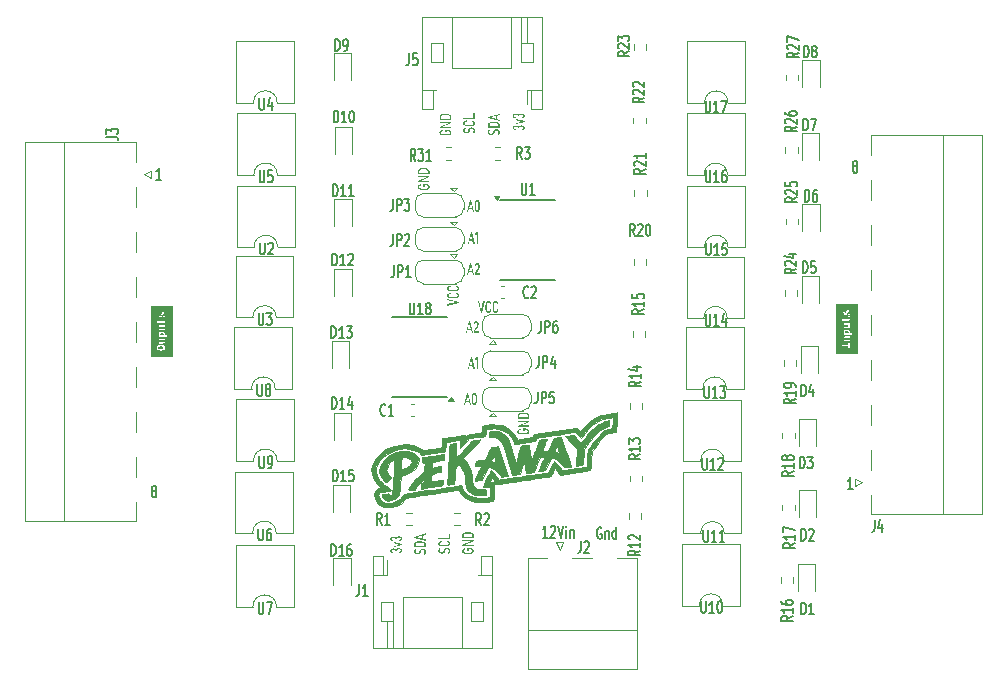
<source format=gbr>
G04 #@! TF.GenerationSoftware,KiCad,Pcbnew,8.0.0*
G04 #@! TF.CreationDate,2024-03-12T13:11:19+03:00*
G04 #@! TF.ProjectId,industrial_mcp23017_input_device_v02,696e6475-7374-4726-9961-6c5f6d637032,rev?*
G04 #@! TF.SameCoordinates,Original*
G04 #@! TF.FileFunction,Legend,Top*
G04 #@! TF.FilePolarity,Positive*
%FSLAX46Y46*%
G04 Gerber Fmt 4.6, Leading zero omitted, Abs format (unit mm)*
G04 Created by KiCad (PCBNEW 8.0.0) date 2024-03-12 13:11:19*
%MOMM*%
%LPD*%
G01*
G04 APERTURE LIST*
%ADD10C,0.150000*%
%ADD11C,0.175000*%
%ADD12C,0.120000*%
%ADD13C,0.000000*%
%ADD14C,0.010000*%
G04 APERTURE END LIST*
D10*
G36*
X101575258Y-101638649D02*
G01*
X101573334Y-101675754D01*
X101567564Y-101711418D01*
X101561580Y-101734392D01*
X101548210Y-101770077D01*
X101530325Y-101803788D01*
X101520547Y-101818680D01*
X101495865Y-101849673D01*
X101466669Y-101879029D01*
X101451671Y-101892026D01*
X101344448Y-101830990D01*
X101375592Y-101802535D01*
X101400847Y-101772182D01*
X101418698Y-101742940D01*
X101432743Y-101708941D01*
X101440958Y-101673003D01*
X101443367Y-101638649D01*
X101440863Y-101602756D01*
X101432062Y-101567511D01*
X101414850Y-101534726D01*
X101403311Y-101520850D01*
X101368415Y-101495325D01*
X101320068Y-101480967D01*
X101289494Y-101478963D01*
X101288761Y-101478963D01*
X101239552Y-101484319D01*
X101206207Y-101497940D01*
X101174035Y-101526003D01*
X101160778Y-101547009D01*
X101146550Y-101581459D01*
X101135980Y-101615870D01*
X101133667Y-101624629D01*
X101132934Y-101627877D01*
X101132201Y-101630955D01*
X101130247Y-101638136D01*
X101120164Y-101675510D01*
X101108191Y-101712215D01*
X101094083Y-101746728D01*
X101091413Y-101752344D01*
X101070095Y-101783519D01*
X101038748Y-101811136D01*
X101012278Y-101827570D01*
X100967103Y-101845384D01*
X100916117Y-101855161D01*
X100862154Y-101858736D01*
X100849124Y-101858858D01*
X100848635Y-101858858D01*
X100798592Y-101856559D01*
X100748064Y-101848611D01*
X100702879Y-101834987D01*
X100690366Y-101829793D01*
X100648890Y-101806562D01*
X100617597Y-101780008D01*
X100592409Y-101748279D01*
X100590226Y-101744821D01*
X100573579Y-101711684D01*
X100562380Y-101674977D01*
X100556999Y-101639351D01*
X100555788Y-101610780D01*
X100558364Y-101575818D01*
X100566092Y-101541457D01*
X100567512Y-101536921D01*
X100580971Y-101503044D01*
X100599368Y-101469692D01*
X100602194Y-101465285D01*
X100624621Y-101434547D01*
X100651722Y-101404267D01*
X100660324Y-101395700D01*
X100771699Y-101451607D01*
X100743145Y-101481460D01*
X100718879Y-101513747D01*
X100708684Y-101531108D01*
X100694325Y-101565881D01*
X100688007Y-101600784D01*
X100687679Y-101610780D01*
X100690925Y-101648547D01*
X100702145Y-101684578D01*
X100723743Y-101716999D01*
X100728712Y-101722082D01*
X100764112Y-101746253D01*
X100813314Y-101759849D01*
X100844483Y-101761747D01*
X100844972Y-101761747D01*
X100893524Y-101756005D01*
X100926060Y-101741402D01*
X100955730Y-101713482D01*
X100969780Y-101690282D01*
X100983221Y-101656406D01*
X100994207Y-101621841D01*
X100998845Y-101605480D01*
X101000066Y-101601890D01*
X101001043Y-101598129D01*
X101002508Y-101593000D01*
X101003729Y-101587700D01*
X101014712Y-101553587D01*
X101028183Y-101519587D01*
X101044545Y-101486931D01*
X101047693Y-101481527D01*
X101073491Y-101449252D01*
X101106464Y-101423566D01*
X101129759Y-101410404D01*
X101173622Y-101394148D01*
X101222012Y-101385225D01*
X101272498Y-101381963D01*
X101284609Y-101381852D01*
X101286074Y-101381852D01*
X101335370Y-101384245D01*
X101385249Y-101392520D01*
X101429976Y-101406705D01*
X101442390Y-101412113D01*
X101483390Y-101436130D01*
X101514302Y-101463539D01*
X101539156Y-101496257D01*
X101541308Y-101499821D01*
X101557719Y-101534028D01*
X101567798Y-101567613D01*
X101573633Y-101604189D01*
X101575258Y-101638649D01*
G37*
G36*
X101575258Y-101016660D02*
G01*
X101572388Y-101051890D01*
X101562299Y-101088893D01*
X101544945Y-101123111D01*
X101529340Y-101144374D01*
X101500341Y-101173380D01*
X101465275Y-101198464D01*
X101424143Y-101219626D01*
X101398670Y-101229688D01*
X101349028Y-101244317D01*
X101301367Y-101253301D01*
X101250377Y-101258502D01*
X101203032Y-101259950D01*
X100928991Y-101259950D01*
X100874983Y-101258059D01*
X100824333Y-101252385D01*
X100777042Y-101242928D01*
X100733108Y-101229688D01*
X100688587Y-101210705D01*
X100650093Y-101187800D01*
X100617626Y-101160973D01*
X100602194Y-101144374D01*
X100579762Y-101112014D01*
X100564670Y-101076869D01*
X100556921Y-101038937D01*
X100555788Y-101016660D01*
X100559390Y-100979998D01*
X100570195Y-100945240D01*
X100588203Y-100912385D01*
X100592669Y-100906042D01*
X100618572Y-100876139D01*
X100650486Y-100849475D01*
X100688410Y-100826050D01*
X100696716Y-100821754D01*
X100740899Y-100802643D01*
X100789185Y-100787840D01*
X100836150Y-100778201D01*
X100852543Y-100775763D01*
X100852543Y-100876293D01*
X100805803Y-100889395D01*
X100769256Y-100906726D01*
X100734896Y-100931556D01*
X100712592Y-100956991D01*
X100696398Y-100990092D01*
X100692564Y-101016660D01*
X100698221Y-101052063D01*
X100716836Y-101085565D01*
X100722117Y-101091716D01*
X100755029Y-101118693D01*
X100798353Y-101139360D01*
X100804916Y-101141639D01*
X100851080Y-101153151D01*
X100903048Y-101158795D01*
X100928991Y-101159420D01*
X101203032Y-101159420D01*
X101253269Y-101156919D01*
X101302422Y-101148567D01*
X101326618Y-101141639D01*
X101368793Y-101123332D01*
X101403709Y-101097616D01*
X101409417Y-101091716D01*
X101430279Y-101059130D01*
X101438226Y-101024582D01*
X101438482Y-101016660D01*
X101432686Y-100982327D01*
X101420163Y-100956820D01*
X101393639Y-100926833D01*
X101365209Y-100906726D01*
X101322491Y-100887493D01*
X101278503Y-100876293D01*
X101278503Y-100775763D01*
X101326693Y-100784253D01*
X101376295Y-100797810D01*
X101421747Y-100815709D01*
X101434574Y-100821925D01*
X101473595Y-100844882D01*
X101506702Y-100871012D01*
X101533893Y-100900314D01*
X101538621Y-100906555D01*
X101557941Y-100938979D01*
X101570106Y-100973207D01*
X101575115Y-101009237D01*
X101575258Y-101016660D01*
G37*
G36*
X100566290Y-100639671D02*
G01*
X100566290Y-100541534D01*
X101565000Y-100541534D01*
X101565000Y-100639671D01*
X100566290Y-100639671D01*
G37*
G36*
X101431643Y-100590603D02*
G01*
X101431643Y-100190533D01*
X101565000Y-100190533D01*
X101565000Y-100590603D01*
X101431643Y-100590603D01*
G37*
G36*
X103256958Y-77266290D02*
G01*
X103340562Y-77266290D01*
X103598385Y-78265000D01*
X103492555Y-78265000D01*
X103298846Y-77459242D01*
X103104966Y-78265000D01*
X102999306Y-78265000D01*
X103256958Y-77266290D01*
G37*
G36*
X103117959Y-77912557D02*
G01*
X103485887Y-77912557D01*
X103485887Y-78045914D01*
X103117959Y-78045914D01*
X103117959Y-77912557D01*
G37*
G36*
X103675492Y-78143367D02*
G01*
X103919296Y-77679061D01*
X103939167Y-77635865D01*
X103952293Y-77596263D01*
X103962143Y-77547282D01*
X103964090Y-77516151D01*
X103964090Y-77514930D01*
X103958680Y-77464734D01*
X103939470Y-77422117D01*
X103909807Y-77397388D01*
X103875296Y-77389273D01*
X103869714Y-77389145D01*
X103835424Y-77396064D01*
X103803847Y-77420915D01*
X103800471Y-77425293D01*
X103780296Y-77465553D01*
X103769599Y-77515041D01*
X103768329Y-77527142D01*
X103768329Y-77527875D01*
X103666773Y-77527875D01*
X103666773Y-77527142D01*
X103673976Y-77475994D01*
X103685948Y-77425351D01*
X103702164Y-77380596D01*
X103724355Y-77339037D01*
X103750922Y-77305583D01*
X103771065Y-77287784D01*
X103804692Y-77268286D01*
X103838728Y-77258319D01*
X103868859Y-77255788D01*
X103906092Y-77258793D01*
X103939785Y-77267809D01*
X103972759Y-77284669D01*
X103975545Y-77286563D01*
X104005774Y-77313376D01*
X104030041Y-77348020D01*
X104042907Y-77375467D01*
X104056972Y-77422614D01*
X104064162Y-77471745D01*
X104065988Y-77516151D01*
X104065988Y-77516884D01*
X104062607Y-77567591D01*
X104053350Y-77616759D01*
X104050601Y-77627526D01*
X104036095Y-77673714D01*
X104017583Y-77718613D01*
X104007687Y-77738900D01*
X103805259Y-78131643D01*
X104069749Y-78131643D01*
X104069749Y-78265000D01*
X103675492Y-78265000D01*
X103675492Y-78143367D01*
G37*
G36*
X107727177Y-91266482D02*
G01*
X107901566Y-91266482D01*
X107955590Y-91268373D01*
X108006285Y-91274047D01*
X108053653Y-91283504D01*
X108097693Y-91296743D01*
X108142333Y-91315767D01*
X108180906Y-91338794D01*
X108213413Y-91365824D01*
X108228852Y-91382570D01*
X108251284Y-91415219D01*
X108266375Y-91450653D01*
X108273626Y-91484489D01*
X108275258Y-91511311D01*
X108272540Y-91547204D01*
X108262988Y-91584901D01*
X108246557Y-91619758D01*
X108231782Y-91641419D01*
X108204350Y-91670879D01*
X108171238Y-91696362D01*
X108132446Y-91717870D01*
X108108440Y-91728101D01*
X108061524Y-91742977D01*
X108010629Y-91752985D01*
X107962048Y-91757793D01*
X107923548Y-91758875D01*
X107628991Y-91758875D01*
X107574983Y-91756984D01*
X107524333Y-91751310D01*
X107477042Y-91741853D01*
X107433108Y-91728613D01*
X107388587Y-91709590D01*
X107350093Y-91686563D01*
X107317626Y-91659533D01*
X107302194Y-91642787D01*
X107279762Y-91610152D01*
X107264670Y-91574758D01*
X107256921Y-91536605D01*
X107255788Y-91514217D01*
X107259390Y-91477539D01*
X107270195Y-91442730D01*
X107288203Y-91409792D01*
X107292669Y-91403429D01*
X107318572Y-91373312D01*
X107350486Y-91346434D01*
X107388410Y-91322795D01*
X107396716Y-91318456D01*
X107440899Y-91299256D01*
X107489185Y-91284396D01*
X107536150Y-91274734D01*
X107552543Y-91272295D01*
X107552543Y-91378467D01*
X107506015Y-91390178D01*
X107466570Y-91407874D01*
X107431390Y-91433419D01*
X107411615Y-91456429D01*
X107395708Y-91490246D01*
X107392564Y-91514217D01*
X107398221Y-91550037D01*
X107416836Y-91583912D01*
X107422117Y-91590128D01*
X107455029Y-91617474D01*
X107495141Y-91637099D01*
X107504916Y-91640564D01*
X107551080Y-91652076D01*
X107603048Y-91657720D01*
X107628991Y-91658345D01*
X107923548Y-91658345D01*
X107973436Y-91655354D01*
X108021120Y-91645443D01*
X108036632Y-91640222D01*
X108077247Y-91619766D01*
X108108417Y-91592698D01*
X108111859Y-91588589D01*
X108130968Y-91554919D01*
X108138248Y-91519427D01*
X108138482Y-91511311D01*
X108133199Y-91475491D01*
X108115815Y-91441616D01*
X108110882Y-91435400D01*
X108079305Y-91407931D01*
X108036779Y-91387074D01*
X108030282Y-91384793D01*
X107983914Y-91373280D01*
X107935244Y-91367863D01*
X107904253Y-91367012D01*
X107861022Y-91367012D01*
X107861022Y-91508917D01*
X107727177Y-91508917D01*
X107727177Y-91266482D01*
G37*
G36*
X107266290Y-91111241D02*
G01*
X107266290Y-91022165D01*
X108038342Y-90680396D01*
X108056172Y-90691851D01*
X107266290Y-90691851D01*
X107266290Y-90594740D01*
X108264267Y-90594740D01*
X108264267Y-90684671D01*
X107503939Y-91025585D01*
X107486109Y-91014130D01*
X108264267Y-91014130D01*
X108264267Y-91111241D01*
X107266290Y-91111241D01*
G37*
G36*
X108131643Y-90358973D02*
G01*
X108131643Y-90200655D01*
X108128071Y-90164120D01*
X108115513Y-90128256D01*
X108090955Y-90094911D01*
X108074490Y-90080805D01*
X108034014Y-90058355D01*
X107984330Y-90044220D01*
X107931743Y-90038607D01*
X107912557Y-90038233D01*
X107618489Y-90038233D01*
X107569274Y-90040894D01*
X107520914Y-90050248D01*
X107475881Y-90068540D01*
X107456800Y-90080805D01*
X107426532Y-90110728D01*
X107408876Y-90143511D01*
X107400804Y-90177307D01*
X107399403Y-90200655D01*
X107399403Y-90358973D01*
X107266290Y-90358973D01*
X107266290Y-90203561D01*
X107268301Y-90167930D01*
X107275521Y-90130073D01*
X107287993Y-90095273D01*
X107308300Y-90059775D01*
X107334846Y-90028470D01*
X107367497Y-90001682D01*
X107406253Y-89979411D01*
X107430422Y-89968990D01*
X107478230Y-89953866D01*
X107531255Y-89943691D01*
X107582767Y-89938803D01*
X107624106Y-89937703D01*
X107907184Y-89937703D01*
X107961787Y-89939658D01*
X108012269Y-89945525D01*
X108064135Y-89956799D01*
X108100868Y-89968990D01*
X108143035Y-89988779D01*
X108179136Y-90013139D01*
X108209170Y-90042069D01*
X108223234Y-90060117D01*
X108243423Y-90095697D01*
X108255823Y-90130549D01*
X108263001Y-90168434D01*
X108265000Y-90204074D01*
X108265000Y-90358973D01*
X108131643Y-90358973D01*
G37*
G36*
X107266290Y-90425309D02*
G01*
X107266290Y-90327172D01*
X108265000Y-90327172D01*
X108265000Y-90425309D01*
X107266290Y-90425309D01*
G37*
G36*
X103675258Y-66038649D02*
G01*
X103673334Y-66075754D01*
X103667564Y-66111418D01*
X103661580Y-66134392D01*
X103648210Y-66170077D01*
X103630325Y-66203788D01*
X103620547Y-66218680D01*
X103595865Y-66249673D01*
X103566669Y-66279029D01*
X103551671Y-66292026D01*
X103444448Y-66230990D01*
X103475592Y-66202535D01*
X103500847Y-66172182D01*
X103518698Y-66142940D01*
X103532743Y-66108941D01*
X103540958Y-66073003D01*
X103543367Y-66038649D01*
X103540863Y-66002756D01*
X103532062Y-65967511D01*
X103514850Y-65934726D01*
X103503311Y-65920850D01*
X103468415Y-65895325D01*
X103420068Y-65880967D01*
X103389494Y-65878963D01*
X103388761Y-65878963D01*
X103339552Y-65884319D01*
X103306207Y-65897940D01*
X103274035Y-65926003D01*
X103260778Y-65947009D01*
X103246550Y-65981459D01*
X103235980Y-66015870D01*
X103233667Y-66024629D01*
X103232934Y-66027877D01*
X103232201Y-66030955D01*
X103230247Y-66038136D01*
X103220164Y-66075510D01*
X103208191Y-66112215D01*
X103194083Y-66146728D01*
X103191413Y-66152344D01*
X103170095Y-66183519D01*
X103138748Y-66211136D01*
X103112278Y-66227570D01*
X103067103Y-66245384D01*
X103016117Y-66255161D01*
X102962154Y-66258736D01*
X102949124Y-66258858D01*
X102948635Y-66258858D01*
X102898592Y-66256559D01*
X102848064Y-66248611D01*
X102802879Y-66234987D01*
X102790366Y-66229793D01*
X102748890Y-66206562D01*
X102717597Y-66180008D01*
X102692409Y-66148279D01*
X102690226Y-66144821D01*
X102673579Y-66111684D01*
X102662380Y-66074977D01*
X102656999Y-66039351D01*
X102655788Y-66010780D01*
X102658364Y-65975818D01*
X102666092Y-65941457D01*
X102667512Y-65936921D01*
X102680971Y-65903044D01*
X102699368Y-65869692D01*
X102702194Y-65865285D01*
X102724621Y-65834547D01*
X102751722Y-65804267D01*
X102760324Y-65795700D01*
X102871699Y-65851607D01*
X102843145Y-65881460D01*
X102818879Y-65913747D01*
X102808684Y-65931108D01*
X102794325Y-65965881D01*
X102788007Y-66000784D01*
X102787679Y-66010780D01*
X102790925Y-66048547D01*
X102802145Y-66084578D01*
X102823743Y-66116999D01*
X102828712Y-66122082D01*
X102864112Y-66146253D01*
X102913314Y-66159849D01*
X102944483Y-66161747D01*
X102944972Y-66161747D01*
X102993524Y-66156005D01*
X103026060Y-66141402D01*
X103055730Y-66113482D01*
X103069780Y-66090282D01*
X103083221Y-66056406D01*
X103094207Y-66021841D01*
X103098845Y-66005480D01*
X103100066Y-66001890D01*
X103101043Y-65998129D01*
X103102508Y-65993000D01*
X103103729Y-65987700D01*
X103114712Y-65953587D01*
X103128183Y-65919587D01*
X103144545Y-65886931D01*
X103147693Y-65881527D01*
X103173491Y-65849252D01*
X103206464Y-65823566D01*
X103229759Y-65810404D01*
X103273622Y-65794148D01*
X103322012Y-65785225D01*
X103372498Y-65781963D01*
X103384609Y-65781852D01*
X103386074Y-65781852D01*
X103435370Y-65784245D01*
X103485249Y-65792520D01*
X103529976Y-65806705D01*
X103542390Y-65812113D01*
X103583390Y-65836130D01*
X103614302Y-65863539D01*
X103639156Y-65896257D01*
X103641308Y-65899821D01*
X103657719Y-65934028D01*
X103667798Y-65967613D01*
X103673633Y-66004189D01*
X103675258Y-66038649D01*
G37*
G36*
X103675258Y-65416660D02*
G01*
X103672388Y-65451890D01*
X103662299Y-65488893D01*
X103644945Y-65523111D01*
X103629340Y-65544374D01*
X103600341Y-65573380D01*
X103565275Y-65598464D01*
X103524143Y-65619626D01*
X103498670Y-65629688D01*
X103449028Y-65644317D01*
X103401367Y-65653301D01*
X103350377Y-65658502D01*
X103303032Y-65659950D01*
X103028991Y-65659950D01*
X102974983Y-65658059D01*
X102924333Y-65652385D01*
X102877042Y-65642928D01*
X102833108Y-65629688D01*
X102788587Y-65610705D01*
X102750093Y-65587800D01*
X102717626Y-65560973D01*
X102702194Y-65544374D01*
X102679762Y-65512014D01*
X102664670Y-65476869D01*
X102656921Y-65438937D01*
X102655788Y-65416660D01*
X102659390Y-65379998D01*
X102670195Y-65345240D01*
X102688203Y-65312385D01*
X102692669Y-65306042D01*
X102718572Y-65276139D01*
X102750486Y-65249475D01*
X102788410Y-65226050D01*
X102796716Y-65221754D01*
X102840899Y-65202643D01*
X102889185Y-65187840D01*
X102936150Y-65178201D01*
X102952543Y-65175763D01*
X102952543Y-65276293D01*
X102905803Y-65289395D01*
X102869256Y-65306726D01*
X102834896Y-65331556D01*
X102812592Y-65356991D01*
X102796398Y-65390092D01*
X102792564Y-65416660D01*
X102798221Y-65452063D01*
X102816836Y-65485565D01*
X102822117Y-65491716D01*
X102855029Y-65518693D01*
X102898353Y-65539360D01*
X102904916Y-65541639D01*
X102951080Y-65553151D01*
X103003048Y-65558795D01*
X103028991Y-65559420D01*
X103303032Y-65559420D01*
X103353269Y-65556919D01*
X103402422Y-65548567D01*
X103426618Y-65541639D01*
X103468793Y-65523332D01*
X103503709Y-65497616D01*
X103509417Y-65491716D01*
X103530279Y-65459130D01*
X103538226Y-65424582D01*
X103538482Y-65416660D01*
X103532686Y-65382327D01*
X103520163Y-65356820D01*
X103493639Y-65326833D01*
X103465209Y-65306726D01*
X103422491Y-65287493D01*
X103378503Y-65276293D01*
X103378503Y-65175763D01*
X103426693Y-65184253D01*
X103476295Y-65197810D01*
X103521747Y-65215709D01*
X103534574Y-65221925D01*
X103573595Y-65244882D01*
X103606702Y-65271012D01*
X103633893Y-65300314D01*
X103638621Y-65306555D01*
X103657941Y-65338979D01*
X103670106Y-65373207D01*
X103675115Y-65409237D01*
X103675258Y-65416660D01*
G37*
G36*
X102666290Y-65039671D02*
G01*
X102666290Y-64941534D01*
X103665000Y-64941534D01*
X103665000Y-65039671D01*
X102666290Y-65039671D01*
G37*
G36*
X103531643Y-64990603D02*
G01*
X103531643Y-64590533D01*
X103665000Y-64590533D01*
X103665000Y-64990603D01*
X103531643Y-64990603D01*
G37*
G36*
X101127177Y-65966482D02*
G01*
X101301566Y-65966482D01*
X101355590Y-65968373D01*
X101406285Y-65974047D01*
X101453653Y-65983504D01*
X101497693Y-65996743D01*
X101542333Y-66015767D01*
X101580906Y-66038794D01*
X101613413Y-66065824D01*
X101628852Y-66082570D01*
X101651284Y-66115219D01*
X101666375Y-66150653D01*
X101673626Y-66184489D01*
X101675258Y-66211311D01*
X101672540Y-66247204D01*
X101662988Y-66284901D01*
X101646557Y-66319758D01*
X101631782Y-66341419D01*
X101604350Y-66370879D01*
X101571238Y-66396362D01*
X101532446Y-66417870D01*
X101508440Y-66428101D01*
X101461524Y-66442977D01*
X101410629Y-66452985D01*
X101362048Y-66457793D01*
X101323548Y-66458875D01*
X101028991Y-66458875D01*
X100974983Y-66456984D01*
X100924333Y-66451310D01*
X100877042Y-66441853D01*
X100833108Y-66428613D01*
X100788587Y-66409590D01*
X100750093Y-66386563D01*
X100717626Y-66359533D01*
X100702194Y-66342787D01*
X100679762Y-66310152D01*
X100664670Y-66274758D01*
X100656921Y-66236605D01*
X100655788Y-66214217D01*
X100659390Y-66177539D01*
X100670195Y-66142730D01*
X100688203Y-66109792D01*
X100692669Y-66103429D01*
X100718572Y-66073312D01*
X100750486Y-66046434D01*
X100788410Y-66022795D01*
X100796716Y-66018456D01*
X100840899Y-65999256D01*
X100889185Y-65984396D01*
X100936150Y-65974734D01*
X100952543Y-65972295D01*
X100952543Y-66078467D01*
X100906015Y-66090178D01*
X100866570Y-66107874D01*
X100831390Y-66133419D01*
X100811615Y-66156429D01*
X100795708Y-66190246D01*
X100792564Y-66214217D01*
X100798221Y-66250037D01*
X100816836Y-66283912D01*
X100822117Y-66290128D01*
X100855029Y-66317474D01*
X100895141Y-66337099D01*
X100904916Y-66340564D01*
X100951080Y-66352076D01*
X101003048Y-66357720D01*
X101028991Y-66358345D01*
X101323548Y-66358345D01*
X101373436Y-66355354D01*
X101421120Y-66345443D01*
X101436632Y-66340222D01*
X101477247Y-66319766D01*
X101508417Y-66292698D01*
X101511859Y-66288589D01*
X101530968Y-66254919D01*
X101538248Y-66219427D01*
X101538482Y-66211311D01*
X101533199Y-66175491D01*
X101515815Y-66141616D01*
X101510882Y-66135400D01*
X101479305Y-66107931D01*
X101436779Y-66087074D01*
X101430282Y-66084793D01*
X101383914Y-66073280D01*
X101335244Y-66067863D01*
X101304253Y-66067012D01*
X101261022Y-66067012D01*
X101261022Y-66208917D01*
X101127177Y-66208917D01*
X101127177Y-65966482D01*
G37*
G36*
X100666290Y-65811241D02*
G01*
X100666290Y-65722165D01*
X101438342Y-65380396D01*
X101456172Y-65391851D01*
X100666290Y-65391851D01*
X100666290Y-65294740D01*
X101664267Y-65294740D01*
X101664267Y-65384671D01*
X100903939Y-65725585D01*
X100886109Y-65714130D01*
X101664267Y-65714130D01*
X101664267Y-65811241D01*
X100666290Y-65811241D01*
G37*
G36*
X101531643Y-65058973D02*
G01*
X101531643Y-64900655D01*
X101528071Y-64864120D01*
X101515513Y-64828256D01*
X101490955Y-64794911D01*
X101474490Y-64780805D01*
X101434014Y-64758355D01*
X101384330Y-64744220D01*
X101331743Y-64738607D01*
X101312557Y-64738233D01*
X101018489Y-64738233D01*
X100969274Y-64740894D01*
X100920914Y-64750248D01*
X100875881Y-64768540D01*
X100856800Y-64780805D01*
X100826532Y-64810728D01*
X100808876Y-64843511D01*
X100800804Y-64877307D01*
X100799403Y-64900655D01*
X100799403Y-65058973D01*
X100666290Y-65058973D01*
X100666290Y-64903561D01*
X100668301Y-64867930D01*
X100675521Y-64830073D01*
X100687993Y-64795273D01*
X100708300Y-64759775D01*
X100734846Y-64728470D01*
X100767497Y-64701682D01*
X100806253Y-64679411D01*
X100830422Y-64668990D01*
X100878230Y-64653866D01*
X100931255Y-64643691D01*
X100982767Y-64638803D01*
X101024106Y-64637703D01*
X101307184Y-64637703D01*
X101361787Y-64639658D01*
X101412269Y-64645525D01*
X101464135Y-64656799D01*
X101500868Y-64668990D01*
X101543035Y-64688779D01*
X101579136Y-64713139D01*
X101609170Y-64742069D01*
X101623234Y-64760117D01*
X101643423Y-64795697D01*
X101655823Y-64830549D01*
X101663001Y-64868434D01*
X101665000Y-64904074D01*
X101665000Y-65058973D01*
X101531643Y-65058973D01*
G37*
G36*
X100666290Y-65125309D02*
G01*
X100666290Y-65027172D01*
X101665000Y-65027172D01*
X101665000Y-65125309D01*
X100666290Y-65125309D01*
G37*
X114375000Y-99652438D02*
X114308333Y-99604819D01*
X114308333Y-99604819D02*
X114208333Y-99604819D01*
X114208333Y-99604819D02*
X114108333Y-99652438D01*
X114108333Y-99652438D02*
X114041667Y-99747676D01*
X114041667Y-99747676D02*
X114008333Y-99842914D01*
X114008333Y-99842914D02*
X113975000Y-100033390D01*
X113975000Y-100033390D02*
X113975000Y-100176247D01*
X113975000Y-100176247D02*
X114008333Y-100366723D01*
X114008333Y-100366723D02*
X114041667Y-100461961D01*
X114041667Y-100461961D02*
X114108333Y-100557200D01*
X114108333Y-100557200D02*
X114208333Y-100604819D01*
X114208333Y-100604819D02*
X114275000Y-100604819D01*
X114275000Y-100604819D02*
X114375000Y-100557200D01*
X114375000Y-100557200D02*
X114408333Y-100509580D01*
X114408333Y-100509580D02*
X114408333Y-100176247D01*
X114408333Y-100176247D02*
X114275000Y-100176247D01*
X114708333Y-99938152D02*
X114708333Y-100604819D01*
X114708333Y-100033390D02*
X114741667Y-99985771D01*
X114741667Y-99985771D02*
X114808333Y-99938152D01*
X114808333Y-99938152D02*
X114908333Y-99938152D01*
X114908333Y-99938152D02*
X114975000Y-99985771D01*
X114975000Y-99985771D02*
X115008333Y-100081009D01*
X115008333Y-100081009D02*
X115008333Y-100604819D01*
X115641666Y-100604819D02*
X115641666Y-99604819D01*
X115641666Y-100557200D02*
X115575000Y-100604819D01*
X115575000Y-100604819D02*
X115441666Y-100604819D01*
X115441666Y-100604819D02*
X115375000Y-100557200D01*
X115375000Y-100557200D02*
X115341666Y-100509580D01*
X115341666Y-100509580D02*
X115308333Y-100414342D01*
X115308333Y-100414342D02*
X115308333Y-100128628D01*
X115308333Y-100128628D02*
X115341666Y-100033390D01*
X115341666Y-100033390D02*
X115375000Y-99985771D01*
X115375000Y-99985771D02*
X115441666Y-99938152D01*
X115441666Y-99938152D02*
X115575000Y-99938152D01*
X115575000Y-99938152D02*
X115641666Y-99985771D01*
G36*
X103156958Y-82166290D02*
G01*
X103240562Y-82166290D01*
X103498385Y-83165000D01*
X103392555Y-83165000D01*
X103198846Y-82359242D01*
X103004966Y-83165000D01*
X102899306Y-83165000D01*
X103156958Y-82166290D01*
G37*
G36*
X103017959Y-82812557D02*
G01*
X103385887Y-82812557D01*
X103385887Y-82945914D01*
X103017959Y-82945914D01*
X103017959Y-82812557D01*
G37*
G36*
X103575492Y-83043367D02*
G01*
X103819296Y-82579061D01*
X103839167Y-82535865D01*
X103852293Y-82496263D01*
X103862143Y-82447282D01*
X103864090Y-82416151D01*
X103864090Y-82414930D01*
X103858680Y-82364734D01*
X103839470Y-82322117D01*
X103809807Y-82297388D01*
X103775296Y-82289273D01*
X103769714Y-82289145D01*
X103735424Y-82296064D01*
X103703847Y-82320915D01*
X103700471Y-82325293D01*
X103680296Y-82365553D01*
X103669599Y-82415041D01*
X103668329Y-82427142D01*
X103668329Y-82427875D01*
X103566773Y-82427875D01*
X103566773Y-82427142D01*
X103573976Y-82375994D01*
X103585948Y-82325351D01*
X103602164Y-82280596D01*
X103624355Y-82239037D01*
X103650922Y-82205583D01*
X103671065Y-82187784D01*
X103704692Y-82168286D01*
X103738728Y-82158319D01*
X103768859Y-82155788D01*
X103806092Y-82158793D01*
X103839785Y-82167809D01*
X103872759Y-82184669D01*
X103875545Y-82186563D01*
X103905774Y-82213376D01*
X103930041Y-82248020D01*
X103942907Y-82275467D01*
X103956972Y-82322614D01*
X103964162Y-82371745D01*
X103965988Y-82416151D01*
X103965988Y-82416884D01*
X103962607Y-82467591D01*
X103953350Y-82516759D01*
X103950601Y-82527526D01*
X103936095Y-82573714D01*
X103917583Y-82618613D01*
X103907687Y-82638900D01*
X103705259Y-83031643D01*
X103969749Y-83031643D01*
X103969749Y-83165000D01*
X103575492Y-83165000D01*
X103575492Y-83043367D01*
G37*
D11*
X77100000Y-70203519D02*
X76700000Y-70203519D01*
X76900000Y-70203519D02*
X76900000Y-69203519D01*
X76900000Y-69203519D02*
X76833333Y-69346376D01*
X76833333Y-69346376D02*
X76766667Y-69441614D01*
X76766667Y-69441614D02*
X76700000Y-69489233D01*
D10*
G36*
X101316290Y-80874338D02*
G01*
X101316290Y-80767482D01*
X102099333Y-80599760D01*
X101316290Y-80431868D01*
X101316290Y-80325182D01*
X102315000Y-80553085D01*
X102315000Y-80646264D01*
X101316290Y-80874338D01*
G37*
G36*
X102325258Y-80007691D02*
G01*
X102322388Y-80042922D01*
X102312299Y-80079925D01*
X102294945Y-80114142D01*
X102279340Y-80135406D01*
X102250341Y-80164412D01*
X102215275Y-80189496D01*
X102174143Y-80210658D01*
X102148670Y-80220720D01*
X102099028Y-80235348D01*
X102051367Y-80244332D01*
X102000377Y-80249533D01*
X101953032Y-80250981D01*
X101678991Y-80250981D01*
X101624983Y-80249090D01*
X101574333Y-80243416D01*
X101527042Y-80233959D01*
X101483108Y-80220720D01*
X101438587Y-80201737D01*
X101400093Y-80178831D01*
X101367626Y-80152004D01*
X101352194Y-80135406D01*
X101329762Y-80103046D01*
X101314670Y-80067900D01*
X101306921Y-80029968D01*
X101305788Y-80007691D01*
X101309390Y-79971029D01*
X101320195Y-79936271D01*
X101338203Y-79903416D01*
X101342669Y-79897074D01*
X101368572Y-79867170D01*
X101400486Y-79840507D01*
X101438410Y-79817082D01*
X101446716Y-79812785D01*
X101490899Y-79793675D01*
X101539185Y-79778872D01*
X101586150Y-79769232D01*
X101602543Y-79766794D01*
X101602543Y-79867325D01*
X101555803Y-79880427D01*
X101519256Y-79897757D01*
X101484896Y-79922587D01*
X101462592Y-79948023D01*
X101446398Y-79981123D01*
X101442564Y-80007691D01*
X101448221Y-80043095D01*
X101466836Y-80076597D01*
X101472117Y-80082747D01*
X101505029Y-80109725D01*
X101548353Y-80130391D01*
X101554916Y-80132670D01*
X101601080Y-80144183D01*
X101653048Y-80149826D01*
X101678991Y-80150451D01*
X101953032Y-80150451D01*
X102003269Y-80147951D01*
X102052422Y-80139598D01*
X102076618Y-80132670D01*
X102118793Y-80114363D01*
X102153709Y-80088647D01*
X102159417Y-80082747D01*
X102180279Y-80050162D01*
X102188226Y-80015614D01*
X102188482Y-80007691D01*
X102182686Y-79973358D01*
X102170163Y-79947852D01*
X102143639Y-79917864D01*
X102115209Y-79897757D01*
X102072491Y-79878525D01*
X102028503Y-79867325D01*
X102028503Y-79766794D01*
X102076693Y-79775284D01*
X102126295Y-79788842D01*
X102171747Y-79806740D01*
X102184574Y-79812956D01*
X102223595Y-79835914D01*
X102256702Y-79862043D01*
X102283893Y-79891345D01*
X102288621Y-79897586D01*
X102307941Y-79930011D01*
X102320106Y-79964238D01*
X102325115Y-80000269D01*
X102325258Y-80007691D01*
G37*
G36*
X102325258Y-79401773D02*
G01*
X102322388Y-79437004D01*
X102312299Y-79474007D01*
X102294945Y-79508224D01*
X102279340Y-79529488D01*
X102250341Y-79558494D01*
X102215275Y-79583578D01*
X102174143Y-79604740D01*
X102148670Y-79614802D01*
X102099028Y-79629431D01*
X102051367Y-79638414D01*
X102000377Y-79643616D01*
X101953032Y-79645064D01*
X101678991Y-79645064D01*
X101624983Y-79643172D01*
X101574333Y-79637498D01*
X101527042Y-79628042D01*
X101483108Y-79614802D01*
X101438587Y-79595819D01*
X101400093Y-79572914D01*
X101367626Y-79546087D01*
X101352194Y-79529488D01*
X101329762Y-79497128D01*
X101314670Y-79461982D01*
X101306921Y-79424050D01*
X101305788Y-79401773D01*
X101309390Y-79365112D01*
X101320195Y-79330353D01*
X101338203Y-79297498D01*
X101342669Y-79291156D01*
X101368572Y-79261253D01*
X101400486Y-79234589D01*
X101438410Y-79211164D01*
X101446716Y-79206868D01*
X101490899Y-79187757D01*
X101539185Y-79172954D01*
X101586150Y-79163315D01*
X101602543Y-79160877D01*
X101602543Y-79261407D01*
X101555803Y-79274509D01*
X101519256Y-79291840D01*
X101484896Y-79316670D01*
X101462592Y-79342105D01*
X101446398Y-79375206D01*
X101442564Y-79401773D01*
X101448221Y-79437177D01*
X101466836Y-79470679D01*
X101472117Y-79476829D01*
X101505029Y-79503807D01*
X101548353Y-79524474D01*
X101554916Y-79526753D01*
X101601080Y-79538265D01*
X101653048Y-79543908D01*
X101678991Y-79544533D01*
X101953032Y-79544533D01*
X102003269Y-79542033D01*
X102052422Y-79533681D01*
X102076618Y-79526753D01*
X102118793Y-79508445D01*
X102153709Y-79482730D01*
X102159417Y-79476829D01*
X102180279Y-79444244D01*
X102188226Y-79409696D01*
X102188482Y-79401773D01*
X102182686Y-79367441D01*
X102170163Y-79341934D01*
X102143639Y-79311947D01*
X102115209Y-79291840D01*
X102072491Y-79272607D01*
X102028503Y-79261407D01*
X102028503Y-79160877D01*
X102076693Y-79169367D01*
X102126295Y-79182924D01*
X102171747Y-79200823D01*
X102184574Y-79207039D01*
X102223595Y-79229996D01*
X102256702Y-79256126D01*
X102283893Y-79285428D01*
X102288621Y-79291669D01*
X102307941Y-79324093D01*
X102320106Y-79358320D01*
X102325115Y-79394351D01*
X102325258Y-79401773D01*
G37*
X109808333Y-100504819D02*
X109408333Y-100504819D01*
X109608333Y-100504819D02*
X109608333Y-99504819D01*
X109608333Y-99504819D02*
X109541666Y-99647676D01*
X109541666Y-99647676D02*
X109475000Y-99742914D01*
X109475000Y-99742914D02*
X109408333Y-99790533D01*
X110075000Y-99600057D02*
X110108333Y-99552438D01*
X110108333Y-99552438D02*
X110175000Y-99504819D01*
X110175000Y-99504819D02*
X110341667Y-99504819D01*
X110341667Y-99504819D02*
X110408333Y-99552438D01*
X110408333Y-99552438D02*
X110441667Y-99600057D01*
X110441667Y-99600057D02*
X110475000Y-99695295D01*
X110475000Y-99695295D02*
X110475000Y-99790533D01*
X110475000Y-99790533D02*
X110441667Y-99933390D01*
X110441667Y-99933390D02*
X110041667Y-100504819D01*
X110041667Y-100504819D02*
X110475000Y-100504819D01*
X110675000Y-99504819D02*
X110908334Y-100504819D01*
X110908334Y-100504819D02*
X111141667Y-99504819D01*
X111375000Y-100504819D02*
X111375000Y-99838152D01*
X111375000Y-99504819D02*
X111341667Y-99552438D01*
X111341667Y-99552438D02*
X111375000Y-99600057D01*
X111375000Y-99600057D02*
X111408334Y-99552438D01*
X111408334Y-99552438D02*
X111375000Y-99504819D01*
X111375000Y-99504819D02*
X111375000Y-99600057D01*
X111708333Y-99838152D02*
X111708333Y-100504819D01*
X111708333Y-99933390D02*
X111741667Y-99885771D01*
X111741667Y-99885771D02*
X111808333Y-99838152D01*
X111808333Y-99838152D02*
X111908333Y-99838152D01*
X111908333Y-99838152D02*
X111975000Y-99885771D01*
X111975000Y-99885771D02*
X112008333Y-99981009D01*
X112008333Y-99981009D02*
X112008333Y-100504819D01*
G36*
X103925659Y-80466290D02*
G01*
X104032515Y-80466290D01*
X104200237Y-81249333D01*
X104368129Y-80466290D01*
X104474815Y-80466290D01*
X104246912Y-81465000D01*
X104153733Y-81465000D01*
X103925659Y-80466290D01*
G37*
G36*
X104792306Y-81475258D02*
G01*
X104757075Y-81472388D01*
X104720072Y-81462299D01*
X104685855Y-81444945D01*
X104664591Y-81429340D01*
X104635585Y-81400341D01*
X104610501Y-81365275D01*
X104589339Y-81324143D01*
X104579277Y-81298670D01*
X104564649Y-81249028D01*
X104555665Y-81201367D01*
X104550464Y-81150377D01*
X104549016Y-81103032D01*
X104549016Y-80828991D01*
X104550907Y-80774983D01*
X104556581Y-80724333D01*
X104566038Y-80677042D01*
X104579277Y-80633108D01*
X104598260Y-80588587D01*
X104621166Y-80550093D01*
X104647993Y-80517626D01*
X104664591Y-80502194D01*
X104696951Y-80479762D01*
X104732097Y-80464670D01*
X104770029Y-80456921D01*
X104792306Y-80455788D01*
X104828968Y-80459390D01*
X104863726Y-80470195D01*
X104896581Y-80488203D01*
X104902923Y-80492669D01*
X104932827Y-80518572D01*
X104959490Y-80550486D01*
X104982915Y-80588410D01*
X104987212Y-80596716D01*
X105006322Y-80640899D01*
X105021125Y-80689185D01*
X105030765Y-80736150D01*
X105033203Y-80752543D01*
X104932672Y-80752543D01*
X104919570Y-80705803D01*
X104902240Y-80669256D01*
X104877410Y-80634896D01*
X104851974Y-80612592D01*
X104818874Y-80596398D01*
X104792306Y-80592564D01*
X104756902Y-80598221D01*
X104723400Y-80616836D01*
X104717250Y-80622117D01*
X104690272Y-80655029D01*
X104669606Y-80698353D01*
X104667327Y-80704916D01*
X104655814Y-80751080D01*
X104650171Y-80803048D01*
X104649546Y-80828991D01*
X104649546Y-81103032D01*
X104652046Y-81153269D01*
X104660399Y-81202422D01*
X104667327Y-81226618D01*
X104685634Y-81268793D01*
X104711350Y-81303709D01*
X104717250Y-81309417D01*
X104749835Y-81330279D01*
X104784383Y-81338226D01*
X104792306Y-81338482D01*
X104826639Y-81332686D01*
X104852145Y-81320163D01*
X104882133Y-81293639D01*
X104902240Y-81265209D01*
X104921472Y-81222491D01*
X104932672Y-81178503D01*
X105033203Y-81178503D01*
X105024713Y-81226693D01*
X105011155Y-81276295D01*
X104993257Y-81321747D01*
X104987041Y-81334574D01*
X104964083Y-81373595D01*
X104937954Y-81406702D01*
X104908652Y-81433893D01*
X104902411Y-81438621D01*
X104869986Y-81457941D01*
X104835759Y-81470106D01*
X104799728Y-81475115D01*
X104792306Y-81475258D01*
G37*
G36*
X105398224Y-81475258D02*
G01*
X105362993Y-81472388D01*
X105325990Y-81462299D01*
X105291773Y-81444945D01*
X105270509Y-81429340D01*
X105241503Y-81400341D01*
X105216419Y-81365275D01*
X105195257Y-81324143D01*
X105185195Y-81298670D01*
X105170566Y-81249028D01*
X105161583Y-81201367D01*
X105156381Y-81150377D01*
X105154933Y-81103032D01*
X105154933Y-80828991D01*
X105156825Y-80774983D01*
X105162499Y-80724333D01*
X105171955Y-80677042D01*
X105185195Y-80633108D01*
X105204178Y-80588587D01*
X105227083Y-80550093D01*
X105253910Y-80517626D01*
X105270509Y-80502194D01*
X105302869Y-80479762D01*
X105338015Y-80464670D01*
X105375947Y-80456921D01*
X105398224Y-80455788D01*
X105434885Y-80459390D01*
X105469644Y-80470195D01*
X105502499Y-80488203D01*
X105508841Y-80492669D01*
X105538744Y-80518572D01*
X105565408Y-80550486D01*
X105588833Y-80588410D01*
X105593129Y-80596716D01*
X105612240Y-80640899D01*
X105627043Y-80689185D01*
X105636682Y-80736150D01*
X105639120Y-80752543D01*
X105538590Y-80752543D01*
X105525488Y-80705803D01*
X105508157Y-80669256D01*
X105483327Y-80634896D01*
X105457892Y-80612592D01*
X105424791Y-80596398D01*
X105398224Y-80592564D01*
X105362820Y-80598221D01*
X105329318Y-80616836D01*
X105323168Y-80622117D01*
X105296190Y-80655029D01*
X105275523Y-80698353D01*
X105273244Y-80704916D01*
X105261732Y-80751080D01*
X105256089Y-80803048D01*
X105255464Y-80828991D01*
X105255464Y-81103032D01*
X105257964Y-81153269D01*
X105266316Y-81202422D01*
X105273244Y-81226618D01*
X105291552Y-81268793D01*
X105317267Y-81303709D01*
X105323168Y-81309417D01*
X105355753Y-81330279D01*
X105390301Y-81338226D01*
X105398224Y-81338482D01*
X105432556Y-81332686D01*
X105458063Y-81320163D01*
X105488050Y-81293639D01*
X105508157Y-81265209D01*
X105527390Y-81222491D01*
X105538590Y-81178503D01*
X105639120Y-81178503D01*
X105630630Y-81226693D01*
X105617073Y-81276295D01*
X105599174Y-81321747D01*
X105592958Y-81334574D01*
X105570001Y-81373595D01*
X105543871Y-81406702D01*
X105514569Y-81433893D01*
X105508328Y-81438621D01*
X105475904Y-81457941D01*
X105441677Y-81470106D01*
X105405646Y-81475115D01*
X105398224Y-81475258D01*
G37*
G36*
X105775258Y-66186179D02*
G01*
X105773334Y-66223284D01*
X105767564Y-66258948D01*
X105761580Y-66281922D01*
X105748210Y-66317607D01*
X105730325Y-66351318D01*
X105720547Y-66366210D01*
X105695865Y-66397203D01*
X105666669Y-66426559D01*
X105651671Y-66439556D01*
X105544448Y-66378520D01*
X105575592Y-66350065D01*
X105600847Y-66319712D01*
X105618698Y-66290470D01*
X105632743Y-66256471D01*
X105640958Y-66220533D01*
X105643367Y-66186179D01*
X105640863Y-66150286D01*
X105632062Y-66115041D01*
X105614850Y-66082256D01*
X105603311Y-66068380D01*
X105568415Y-66042855D01*
X105520068Y-66028497D01*
X105489494Y-66026493D01*
X105488761Y-66026493D01*
X105439552Y-66031849D01*
X105406207Y-66045470D01*
X105374035Y-66073533D01*
X105360778Y-66094539D01*
X105346550Y-66128989D01*
X105335980Y-66163400D01*
X105333667Y-66172159D01*
X105332934Y-66175407D01*
X105332201Y-66178485D01*
X105330247Y-66185666D01*
X105320164Y-66223040D01*
X105308191Y-66259745D01*
X105294083Y-66294258D01*
X105291413Y-66299874D01*
X105270095Y-66331049D01*
X105238748Y-66358666D01*
X105212278Y-66375100D01*
X105167103Y-66392914D01*
X105116117Y-66402691D01*
X105062154Y-66406266D01*
X105049124Y-66406388D01*
X105048635Y-66406388D01*
X104998592Y-66404089D01*
X104948064Y-66396141D01*
X104902879Y-66382517D01*
X104890366Y-66377323D01*
X104848890Y-66354092D01*
X104817597Y-66327538D01*
X104792409Y-66295809D01*
X104790226Y-66292351D01*
X104773579Y-66259214D01*
X104762380Y-66222507D01*
X104756999Y-66186881D01*
X104755788Y-66158310D01*
X104758364Y-66123348D01*
X104766092Y-66088987D01*
X104767512Y-66084451D01*
X104780971Y-66050574D01*
X104799368Y-66017222D01*
X104802194Y-66012815D01*
X104824621Y-65982077D01*
X104851722Y-65951797D01*
X104860324Y-65943230D01*
X104971699Y-65999137D01*
X104943145Y-66028990D01*
X104918879Y-66061277D01*
X104908684Y-66078638D01*
X104894325Y-66113411D01*
X104888007Y-66148314D01*
X104887679Y-66158310D01*
X104890925Y-66196077D01*
X104902145Y-66232108D01*
X104923743Y-66264529D01*
X104928712Y-66269612D01*
X104964112Y-66293783D01*
X105013314Y-66307379D01*
X105044483Y-66309277D01*
X105044972Y-66309277D01*
X105093524Y-66303535D01*
X105126060Y-66288932D01*
X105155730Y-66261012D01*
X105169780Y-66237812D01*
X105183221Y-66203936D01*
X105194207Y-66169371D01*
X105198845Y-66153010D01*
X105200066Y-66149420D01*
X105201043Y-66145659D01*
X105202508Y-66140530D01*
X105203729Y-66135230D01*
X105214712Y-66101117D01*
X105228183Y-66067117D01*
X105244545Y-66034461D01*
X105247693Y-66029057D01*
X105273491Y-65996782D01*
X105306464Y-65971096D01*
X105329759Y-65957934D01*
X105373622Y-65941678D01*
X105422012Y-65932755D01*
X105472498Y-65929493D01*
X105484609Y-65929382D01*
X105486074Y-65929382D01*
X105535370Y-65931775D01*
X105585249Y-65940050D01*
X105629976Y-65954235D01*
X105642390Y-65959643D01*
X105683390Y-65983660D01*
X105714302Y-66011069D01*
X105739156Y-66043787D01*
X105741308Y-66047351D01*
X105757719Y-66081558D01*
X105767798Y-66115143D01*
X105773633Y-66151719D01*
X105775258Y-66186179D01*
G37*
G36*
X105631643Y-65726782D02*
G01*
X105631643Y-65568464D01*
X105628071Y-65531930D01*
X105615513Y-65496066D01*
X105590955Y-65462720D01*
X105574490Y-65448614D01*
X105534014Y-65426164D01*
X105484330Y-65412029D01*
X105431743Y-65406417D01*
X105412557Y-65406042D01*
X105118489Y-65406042D01*
X105069274Y-65408703D01*
X105020914Y-65418057D01*
X104975881Y-65436350D01*
X104956800Y-65448614D01*
X104926532Y-65478537D01*
X104908876Y-65511321D01*
X104900804Y-65545117D01*
X104899403Y-65568464D01*
X104899403Y-65726782D01*
X104766290Y-65726782D01*
X104766290Y-65571370D01*
X104768301Y-65535739D01*
X104775521Y-65497883D01*
X104787993Y-65463082D01*
X104808300Y-65427585D01*
X104834846Y-65396280D01*
X104867497Y-65369492D01*
X104906253Y-65347221D01*
X104930422Y-65336800D01*
X104978230Y-65321675D01*
X105031255Y-65311501D01*
X105082767Y-65306612D01*
X105124106Y-65305512D01*
X105407184Y-65305512D01*
X105461787Y-65307468D01*
X105512269Y-65313334D01*
X105564135Y-65324609D01*
X105600868Y-65336800D01*
X105643035Y-65356588D01*
X105679136Y-65380948D01*
X105709170Y-65409879D01*
X105723234Y-65427927D01*
X105743423Y-65463507D01*
X105755823Y-65498358D01*
X105763001Y-65536244D01*
X105765000Y-65571883D01*
X105765000Y-65726782D01*
X105631643Y-65726782D01*
G37*
G36*
X104766290Y-65793119D02*
G01*
X104766290Y-65694982D01*
X105765000Y-65694982D01*
X105765000Y-65793119D01*
X104766290Y-65793119D01*
G37*
G36*
X104766290Y-64974172D02*
G01*
X104766290Y-64890568D01*
X105765000Y-64632745D01*
X105765000Y-64738576D01*
X104959242Y-64932285D01*
X105765000Y-65126165D01*
X105765000Y-65231824D01*
X104766290Y-64974172D01*
G37*
G36*
X105412557Y-65113171D02*
G01*
X105412557Y-64745243D01*
X105545914Y-64745243D01*
X105545914Y-65113171D01*
X105412557Y-65113171D01*
G37*
G36*
X102997041Y-88266290D02*
G01*
X103080645Y-88266290D01*
X103338468Y-89265000D01*
X103232638Y-89265000D01*
X103038929Y-88459242D01*
X102845049Y-89265000D01*
X102739389Y-89265000D01*
X102997041Y-88266290D01*
G37*
G36*
X102858042Y-88912557D02*
G01*
X103225970Y-88912557D01*
X103225970Y-89045914D01*
X102858042Y-89045914D01*
X102858042Y-88912557D01*
G37*
G36*
X103646466Y-88256444D02*
G01*
X103683228Y-88266088D01*
X103715441Y-88282838D01*
X103746686Y-88310682D01*
X103760080Y-88328084D01*
X103782295Y-88368934D01*
X103798164Y-88417477D01*
X103806841Y-88466263D01*
X103810660Y-88520940D01*
X103810858Y-88537644D01*
X103810858Y-88991692D01*
X103808420Y-89047694D01*
X103801106Y-89097947D01*
X103786777Y-89148337D01*
X103766079Y-89191217D01*
X103759909Y-89200764D01*
X103731517Y-89233355D01*
X103697291Y-89256634D01*
X103662557Y-89269365D01*
X103623357Y-89274967D01*
X103611336Y-89275258D01*
X103576200Y-89272630D01*
X103539416Y-89262923D01*
X103507165Y-89246063D01*
X103475856Y-89218036D01*
X103462421Y-89200519D01*
X103440281Y-89159349D01*
X103424466Y-89110821D01*
X103415817Y-89062323D01*
X103412012Y-89008192D01*
X103411814Y-88991692D01*
X103509951Y-88991692D01*
X103513413Y-89041506D01*
X103526204Y-89087554D01*
X103534571Y-89103311D01*
X103563785Y-89131185D01*
X103598767Y-89141539D01*
X103611336Y-89142145D01*
X103646494Y-89136684D01*
X103677849Y-89116508D01*
X103688102Y-89103311D01*
X103705896Y-89059444D01*
X103712505Y-89009357D01*
X103712892Y-88991692D01*
X103712892Y-88537644D01*
X103709430Y-88487716D01*
X103696639Y-88441707D01*
X103688273Y-88426025D01*
X103659191Y-88398151D01*
X103624020Y-88387797D01*
X103611336Y-88387191D01*
X103575993Y-88392652D01*
X103544606Y-88412828D01*
X103534400Y-88426025D01*
X103516851Y-88469771D01*
X103510333Y-88519925D01*
X103509951Y-88537644D01*
X103509951Y-88991692D01*
X103411814Y-88991692D01*
X103411814Y-88537644D01*
X103414252Y-88481546D01*
X103421566Y-88431222D01*
X103435895Y-88380778D01*
X103456594Y-88337876D01*
X103462763Y-88328328D01*
X103491155Y-88295737D01*
X103525381Y-88272458D01*
X103560115Y-88259727D01*
X103599315Y-88254125D01*
X103611336Y-88253834D01*
X103646466Y-88256444D01*
G37*
D11*
X135783332Y-69032089D02*
X135716666Y-68984470D01*
X135716666Y-68984470D02*
X135683332Y-68936851D01*
X135683332Y-68936851D02*
X135649999Y-68841613D01*
X135649999Y-68841613D02*
X135649999Y-68793994D01*
X135649999Y-68793994D02*
X135683332Y-68698756D01*
X135683332Y-68698756D02*
X135716666Y-68651137D01*
X135716666Y-68651137D02*
X135783332Y-68603518D01*
X135783332Y-68603518D02*
X135916666Y-68603518D01*
X135916666Y-68603518D02*
X135983332Y-68651137D01*
X135983332Y-68651137D02*
X136016666Y-68698756D01*
X136016666Y-68698756D02*
X136049999Y-68793994D01*
X136049999Y-68793994D02*
X136049999Y-68841613D01*
X136049999Y-68841613D02*
X136016666Y-68936851D01*
X136016666Y-68936851D02*
X135983332Y-68984470D01*
X135983332Y-68984470D02*
X135916666Y-69032089D01*
X135916666Y-69032089D02*
X135783332Y-69032089D01*
X135783332Y-69032089D02*
X135716666Y-69079708D01*
X135716666Y-69079708D02*
X135683332Y-69127327D01*
X135683332Y-69127327D02*
X135649999Y-69222565D01*
X135649999Y-69222565D02*
X135649999Y-69413041D01*
X135649999Y-69413041D02*
X135683332Y-69508279D01*
X135683332Y-69508279D02*
X135716666Y-69555899D01*
X135716666Y-69555899D02*
X135783332Y-69603518D01*
X135783332Y-69603518D02*
X135916666Y-69603518D01*
X135916666Y-69603518D02*
X135983332Y-69555899D01*
X135983332Y-69555899D02*
X136016666Y-69508279D01*
X136016666Y-69508279D02*
X136049999Y-69413041D01*
X136049999Y-69413041D02*
X136049999Y-69222565D01*
X136049999Y-69222565D02*
X136016666Y-69127327D01*
X136016666Y-69127327D02*
X135983332Y-69079708D01*
X135983332Y-69079708D02*
X135916666Y-69032089D01*
X76433332Y-96532089D02*
X76366666Y-96484470D01*
X76366666Y-96484470D02*
X76333332Y-96436851D01*
X76333332Y-96436851D02*
X76299999Y-96341613D01*
X76299999Y-96341613D02*
X76299999Y-96293994D01*
X76299999Y-96293994D02*
X76333332Y-96198756D01*
X76333332Y-96198756D02*
X76366666Y-96151137D01*
X76366666Y-96151137D02*
X76433332Y-96103518D01*
X76433332Y-96103518D02*
X76566666Y-96103518D01*
X76566666Y-96103518D02*
X76633332Y-96151137D01*
X76633332Y-96151137D02*
X76666666Y-96198756D01*
X76666666Y-96198756D02*
X76699999Y-96293994D01*
X76699999Y-96293994D02*
X76699999Y-96341613D01*
X76699999Y-96341613D02*
X76666666Y-96436851D01*
X76666666Y-96436851D02*
X76633332Y-96484470D01*
X76633332Y-96484470D02*
X76566666Y-96532089D01*
X76566666Y-96532089D02*
X76433332Y-96532089D01*
X76433332Y-96532089D02*
X76366666Y-96579708D01*
X76366666Y-96579708D02*
X76333332Y-96627327D01*
X76333332Y-96627327D02*
X76299999Y-96722565D01*
X76299999Y-96722565D02*
X76299999Y-96913041D01*
X76299999Y-96913041D02*
X76333332Y-97008279D01*
X76333332Y-97008279D02*
X76366666Y-97055899D01*
X76366666Y-97055899D02*
X76433332Y-97103518D01*
X76433332Y-97103518D02*
X76566666Y-97103518D01*
X76566666Y-97103518D02*
X76633332Y-97055899D01*
X76633332Y-97055899D02*
X76666666Y-97008279D01*
X76666666Y-97008279D02*
X76699999Y-96913041D01*
X76699999Y-96913041D02*
X76699999Y-96722565D01*
X76699999Y-96722565D02*
X76666666Y-96627327D01*
X76666666Y-96627327D02*
X76633332Y-96579708D01*
X76633332Y-96579708D02*
X76566666Y-96532089D01*
D10*
G36*
X97500258Y-101609661D02*
G01*
X97497276Y-101644960D01*
X97487109Y-101680665D01*
X97469727Y-101713098D01*
X97442983Y-101744113D01*
X97408545Y-101770223D01*
X97381311Y-101784905D01*
X97334382Y-101802480D01*
X97285511Y-101813649D01*
X97241360Y-101819270D01*
X97241360Y-101719253D01*
X97288663Y-101709970D01*
X97311458Y-101700617D01*
X97344660Y-101674202D01*
X97352247Y-101663345D01*
X97364093Y-101629889D01*
X97365680Y-101609661D01*
X97359553Y-101573793D01*
X97337256Y-101541313D01*
X97328555Y-101534263D01*
X97287149Y-101514874D01*
X97236593Y-101507487D01*
X97224263Y-101507250D01*
X97193977Y-101507250D01*
X97142549Y-101510832D01*
X97094704Y-101524067D01*
X97078206Y-101532724D01*
X97048929Y-101561227D01*
X97037776Y-101596168D01*
X97037418Y-101604703D01*
X97037418Y-101654284D01*
X96904061Y-101654284D01*
X96904061Y-101604703D01*
X96896387Y-101570414D01*
X96869134Y-101541273D01*
X96823631Y-101523664D01*
X96773943Y-101518727D01*
X96769972Y-101518705D01*
X96739197Y-101518705D01*
X96689688Y-101523927D01*
X96647850Y-101542470D01*
X96622694Y-101573365D01*
X96615642Y-101607287D01*
X96615610Y-101610003D01*
X96623166Y-101644624D01*
X96629043Y-101654797D01*
X96660150Y-101682910D01*
X96670076Y-101688307D01*
X96715057Y-101703558D01*
X96739930Y-101708140D01*
X96739930Y-101807644D01*
X96691081Y-101799991D01*
X96642637Y-101787715D01*
X96599734Y-101771398D01*
X96559904Y-101749399D01*
X96527973Y-101723409D01*
X96511074Y-101703865D01*
X96492619Y-101671512D01*
X96482681Y-101635744D01*
X96480788Y-101610003D01*
X96484049Y-101572456D01*
X96493831Y-101538803D01*
X96512997Y-101505111D01*
X96540680Y-101476506D01*
X96548932Y-101470149D01*
X96591550Y-101446182D01*
X96636860Y-101431462D01*
X96689163Y-101422941D01*
X96740662Y-101420568D01*
X96757027Y-101420568D01*
X96806297Y-101423922D01*
X96854846Y-101435230D01*
X96887697Y-101448949D01*
X96925054Y-101473553D01*
X96953963Y-101504792D01*
X96968541Y-101529305D01*
X96984049Y-101496029D01*
X97011192Y-101465250D01*
X97048897Y-101440572D01*
X97095953Y-101422661D01*
X97145794Y-101412830D01*
X97196401Y-101409236D01*
X97208387Y-101409113D01*
X97224752Y-101409113D01*
X97276897Y-101411417D01*
X97328471Y-101419274D01*
X97373984Y-101432707D01*
X97416173Y-101453303D01*
X97450051Y-101479959D01*
X97468018Y-101501095D01*
X97486373Y-101534211D01*
X97496448Y-101568137D01*
X97500226Y-101605704D01*
X97500258Y-101609661D01*
G37*
G36*
X96777055Y-100974165D02*
G01*
X96777055Y-100871583D01*
X97490000Y-101059138D01*
X97490000Y-101133168D01*
X96777055Y-101320722D01*
X96777055Y-101218311D01*
X97286057Y-101096238D01*
X96777055Y-100974165D01*
G37*
G36*
X97500258Y-100602306D02*
G01*
X97497276Y-100637605D01*
X97487109Y-100673310D01*
X97469727Y-100705743D01*
X97442983Y-100736758D01*
X97408545Y-100762868D01*
X97381311Y-100777550D01*
X97334382Y-100795125D01*
X97285511Y-100806293D01*
X97241360Y-100811915D01*
X97241360Y-100711897D01*
X97288663Y-100702614D01*
X97311458Y-100693262D01*
X97344660Y-100666847D01*
X97352247Y-100655990D01*
X97364093Y-100622534D01*
X97365680Y-100602306D01*
X97359553Y-100566438D01*
X97337256Y-100533958D01*
X97328555Y-100526908D01*
X97287149Y-100507519D01*
X97236593Y-100500132D01*
X97224263Y-100499895D01*
X97193977Y-100499895D01*
X97142549Y-100503477D01*
X97094704Y-100516712D01*
X97078206Y-100525369D01*
X97048929Y-100553872D01*
X97037776Y-100588813D01*
X97037418Y-100597348D01*
X97037418Y-100646929D01*
X96904061Y-100646929D01*
X96904061Y-100597348D01*
X96896387Y-100563059D01*
X96869134Y-100533918D01*
X96823631Y-100516308D01*
X96773943Y-100511372D01*
X96769972Y-100511350D01*
X96739197Y-100511350D01*
X96689688Y-100516571D01*
X96647850Y-100535114D01*
X96622694Y-100566010D01*
X96615642Y-100599932D01*
X96615610Y-100602648D01*
X96623166Y-100637269D01*
X96629043Y-100647442D01*
X96660150Y-100675554D01*
X96670076Y-100680952D01*
X96715057Y-100696203D01*
X96739930Y-100700784D01*
X96739930Y-100800289D01*
X96691081Y-100792635D01*
X96642637Y-100780360D01*
X96599734Y-100764043D01*
X96559904Y-100742044D01*
X96527973Y-100716054D01*
X96511074Y-100696510D01*
X96492619Y-100664157D01*
X96482681Y-100628389D01*
X96480788Y-100602648D01*
X96484049Y-100565101D01*
X96493831Y-100531448D01*
X96512997Y-100497756D01*
X96540680Y-100469151D01*
X96548932Y-100462794D01*
X96591550Y-100438827D01*
X96636860Y-100424107D01*
X96689163Y-100415585D01*
X96740662Y-100413213D01*
X96757027Y-100413213D01*
X96806297Y-100416566D01*
X96854846Y-100427875D01*
X96887697Y-100441594D01*
X96925054Y-100466198D01*
X96953963Y-100497437D01*
X96968541Y-100521950D01*
X96984049Y-100488674D01*
X97011192Y-100457895D01*
X97048897Y-100433216D01*
X97095953Y-100415306D01*
X97145794Y-100405475D01*
X97196401Y-100401881D01*
X97208387Y-100401758D01*
X97224752Y-100401758D01*
X97276897Y-100404062D01*
X97328471Y-100411919D01*
X97373984Y-100425352D01*
X97416173Y-100445948D01*
X97450051Y-100472604D01*
X97468018Y-100493740D01*
X97486373Y-100526855D01*
X97496448Y-100560782D01*
X97500226Y-100598349D01*
X97500258Y-100602306D01*
G37*
G36*
X103297230Y-85216290D02*
G01*
X103380834Y-85216290D01*
X103638657Y-86215000D01*
X103532827Y-86215000D01*
X103339118Y-85409242D01*
X103145238Y-86215000D01*
X103039578Y-86215000D01*
X103297230Y-85216290D01*
G37*
G36*
X103158231Y-85862557D02*
G01*
X103526159Y-85862557D01*
X103526159Y-85995914D01*
X103158231Y-85995914D01*
X103158231Y-85862557D01*
G37*
G36*
X103895112Y-86215000D02*
G01*
X103796975Y-86215000D01*
X103796975Y-85368698D01*
X103697471Y-85455893D01*
X103697471Y-85311057D01*
X103796975Y-85216290D01*
X103895112Y-85216290D01*
X103895112Y-86215000D01*
G37*
G36*
X99525258Y-101711179D02*
G01*
X99523334Y-101748284D01*
X99517564Y-101783948D01*
X99511580Y-101806922D01*
X99498210Y-101842607D01*
X99480325Y-101876318D01*
X99470547Y-101891210D01*
X99445865Y-101922203D01*
X99416669Y-101951559D01*
X99401671Y-101964556D01*
X99294448Y-101903520D01*
X99325592Y-101875065D01*
X99350847Y-101844712D01*
X99368698Y-101815470D01*
X99382743Y-101781471D01*
X99390958Y-101745533D01*
X99393367Y-101711179D01*
X99390863Y-101675286D01*
X99382062Y-101640041D01*
X99364850Y-101607256D01*
X99353311Y-101593380D01*
X99318415Y-101567855D01*
X99270068Y-101553497D01*
X99239494Y-101551493D01*
X99238761Y-101551493D01*
X99189552Y-101556849D01*
X99156207Y-101570470D01*
X99124035Y-101598533D01*
X99110778Y-101619539D01*
X99096550Y-101653989D01*
X99085980Y-101688400D01*
X99083667Y-101697159D01*
X99082934Y-101700407D01*
X99082201Y-101703485D01*
X99080247Y-101710666D01*
X99070164Y-101748040D01*
X99058191Y-101784745D01*
X99044083Y-101819258D01*
X99041413Y-101824874D01*
X99020095Y-101856049D01*
X98988748Y-101883666D01*
X98962278Y-101900100D01*
X98917103Y-101917914D01*
X98866117Y-101927691D01*
X98812154Y-101931266D01*
X98799124Y-101931388D01*
X98798635Y-101931388D01*
X98748592Y-101929089D01*
X98698064Y-101921141D01*
X98652879Y-101907517D01*
X98640366Y-101902323D01*
X98598890Y-101879092D01*
X98567597Y-101852538D01*
X98542409Y-101820809D01*
X98540226Y-101817351D01*
X98523579Y-101784214D01*
X98512380Y-101747507D01*
X98506999Y-101711881D01*
X98505788Y-101683310D01*
X98508364Y-101648348D01*
X98516092Y-101613987D01*
X98517512Y-101609451D01*
X98530971Y-101575574D01*
X98549368Y-101542222D01*
X98552194Y-101537815D01*
X98574621Y-101507077D01*
X98601722Y-101476797D01*
X98610324Y-101468230D01*
X98721699Y-101524137D01*
X98693145Y-101553990D01*
X98668879Y-101586277D01*
X98658684Y-101603638D01*
X98644325Y-101638411D01*
X98638007Y-101673314D01*
X98637679Y-101683310D01*
X98640925Y-101721077D01*
X98652145Y-101757108D01*
X98673743Y-101789529D01*
X98678712Y-101794612D01*
X98714112Y-101818783D01*
X98763314Y-101832379D01*
X98794483Y-101834277D01*
X98794972Y-101834277D01*
X98843524Y-101828535D01*
X98876060Y-101813932D01*
X98905730Y-101786012D01*
X98919780Y-101762812D01*
X98933221Y-101728936D01*
X98944207Y-101694371D01*
X98948845Y-101678010D01*
X98950066Y-101674420D01*
X98951043Y-101670659D01*
X98952508Y-101665530D01*
X98953729Y-101660230D01*
X98964712Y-101626117D01*
X98978183Y-101592117D01*
X98994545Y-101559461D01*
X98997693Y-101554057D01*
X99023491Y-101521782D01*
X99056464Y-101496096D01*
X99079759Y-101482934D01*
X99123622Y-101466678D01*
X99172012Y-101457755D01*
X99222498Y-101454493D01*
X99234609Y-101454382D01*
X99236074Y-101454382D01*
X99285370Y-101456775D01*
X99335249Y-101465050D01*
X99379976Y-101479235D01*
X99392390Y-101484643D01*
X99433390Y-101508660D01*
X99464302Y-101536069D01*
X99489156Y-101568787D01*
X99491308Y-101572351D01*
X99507719Y-101606558D01*
X99517798Y-101640143D01*
X99523633Y-101676719D01*
X99525258Y-101711179D01*
G37*
G36*
X99381643Y-101251782D02*
G01*
X99381643Y-101093464D01*
X99378071Y-101056930D01*
X99365513Y-101021066D01*
X99340955Y-100987720D01*
X99324490Y-100973614D01*
X99284014Y-100951164D01*
X99234330Y-100937029D01*
X99181743Y-100931417D01*
X99162557Y-100931042D01*
X98868489Y-100931042D01*
X98819274Y-100933703D01*
X98770914Y-100943057D01*
X98725881Y-100961350D01*
X98706800Y-100973614D01*
X98676532Y-101003537D01*
X98658876Y-101036321D01*
X98650804Y-101070117D01*
X98649403Y-101093464D01*
X98649403Y-101251782D01*
X98516290Y-101251782D01*
X98516290Y-101096370D01*
X98518301Y-101060739D01*
X98525521Y-101022883D01*
X98537993Y-100988082D01*
X98558300Y-100952585D01*
X98584846Y-100921280D01*
X98617497Y-100894492D01*
X98656253Y-100872221D01*
X98680422Y-100861800D01*
X98728230Y-100846675D01*
X98781255Y-100836501D01*
X98832767Y-100831612D01*
X98874106Y-100830512D01*
X99157184Y-100830512D01*
X99211787Y-100832468D01*
X99262269Y-100838334D01*
X99314135Y-100849609D01*
X99350868Y-100861800D01*
X99393035Y-100881588D01*
X99429136Y-100905948D01*
X99459170Y-100934879D01*
X99473234Y-100952927D01*
X99493423Y-100988507D01*
X99505823Y-101023358D01*
X99513001Y-101061244D01*
X99515000Y-101096883D01*
X99515000Y-101251782D01*
X99381643Y-101251782D01*
G37*
G36*
X98516290Y-101318119D02*
G01*
X98516290Y-101219982D01*
X99515000Y-101219982D01*
X99515000Y-101318119D01*
X98516290Y-101318119D01*
G37*
G36*
X98516290Y-100499172D02*
G01*
X98516290Y-100415568D01*
X99515000Y-100157745D01*
X99515000Y-100263576D01*
X98709242Y-100457285D01*
X99515000Y-100651165D01*
X99515000Y-100756824D01*
X98516290Y-100499172D01*
G37*
G36*
X99162557Y-100638171D02*
G01*
X99162557Y-100270243D01*
X99295914Y-100270243D01*
X99295914Y-100638171D01*
X99162557Y-100638171D01*
G37*
G36*
X107875258Y-65809661D02*
G01*
X107872276Y-65844960D01*
X107862109Y-65880665D01*
X107844727Y-65913098D01*
X107817983Y-65944113D01*
X107783545Y-65970223D01*
X107756311Y-65984905D01*
X107709382Y-66002480D01*
X107660511Y-66013649D01*
X107616360Y-66019270D01*
X107616360Y-65919253D01*
X107663663Y-65909970D01*
X107686458Y-65900617D01*
X107719660Y-65874202D01*
X107727247Y-65863345D01*
X107739093Y-65829889D01*
X107740680Y-65809661D01*
X107734553Y-65773793D01*
X107712256Y-65741313D01*
X107703555Y-65734263D01*
X107662149Y-65714874D01*
X107611593Y-65707487D01*
X107599263Y-65707250D01*
X107568977Y-65707250D01*
X107517549Y-65710832D01*
X107469704Y-65724067D01*
X107453206Y-65732724D01*
X107423929Y-65761227D01*
X107412776Y-65796168D01*
X107412418Y-65804703D01*
X107412418Y-65854284D01*
X107279061Y-65854284D01*
X107279061Y-65804703D01*
X107271387Y-65770414D01*
X107244134Y-65741273D01*
X107198631Y-65723664D01*
X107148943Y-65718727D01*
X107144972Y-65718705D01*
X107114197Y-65718705D01*
X107064688Y-65723927D01*
X107022850Y-65742470D01*
X106997694Y-65773365D01*
X106990642Y-65807287D01*
X106990610Y-65810003D01*
X106998166Y-65844624D01*
X107004043Y-65854797D01*
X107035150Y-65882910D01*
X107045076Y-65888307D01*
X107090057Y-65903558D01*
X107114930Y-65908140D01*
X107114930Y-66007644D01*
X107066081Y-65999991D01*
X107017637Y-65987715D01*
X106974734Y-65971398D01*
X106934904Y-65949399D01*
X106902973Y-65923409D01*
X106886074Y-65903865D01*
X106867619Y-65871512D01*
X106857681Y-65835744D01*
X106855788Y-65810003D01*
X106859049Y-65772456D01*
X106868831Y-65738803D01*
X106887997Y-65705111D01*
X106915680Y-65676506D01*
X106923932Y-65670149D01*
X106966550Y-65646182D01*
X107011860Y-65631462D01*
X107064163Y-65622941D01*
X107115662Y-65620568D01*
X107132027Y-65620568D01*
X107181297Y-65623922D01*
X107229846Y-65635230D01*
X107262697Y-65648949D01*
X107300054Y-65673553D01*
X107328963Y-65704792D01*
X107343541Y-65729305D01*
X107359049Y-65696029D01*
X107386192Y-65665250D01*
X107423897Y-65640572D01*
X107470953Y-65622661D01*
X107520794Y-65612830D01*
X107571401Y-65609236D01*
X107583387Y-65609113D01*
X107599752Y-65609113D01*
X107651897Y-65611417D01*
X107703471Y-65619274D01*
X107748984Y-65632707D01*
X107791173Y-65653303D01*
X107825051Y-65679959D01*
X107843018Y-65701095D01*
X107861373Y-65734211D01*
X107871448Y-65768137D01*
X107875226Y-65805704D01*
X107875258Y-65809661D01*
G37*
G36*
X107152055Y-65174165D02*
G01*
X107152055Y-65071583D01*
X107865000Y-65259138D01*
X107865000Y-65333168D01*
X107152055Y-65520722D01*
X107152055Y-65418311D01*
X107661057Y-65296238D01*
X107152055Y-65174165D01*
G37*
G36*
X107875258Y-64802306D02*
G01*
X107872276Y-64837605D01*
X107862109Y-64873310D01*
X107844727Y-64905743D01*
X107817983Y-64936758D01*
X107783545Y-64962868D01*
X107756311Y-64977550D01*
X107709382Y-64995125D01*
X107660511Y-65006293D01*
X107616360Y-65011915D01*
X107616360Y-64911897D01*
X107663663Y-64902614D01*
X107686458Y-64893262D01*
X107719660Y-64866847D01*
X107727247Y-64855990D01*
X107739093Y-64822534D01*
X107740680Y-64802306D01*
X107734553Y-64766438D01*
X107712256Y-64733958D01*
X107703555Y-64726908D01*
X107662149Y-64707519D01*
X107611593Y-64700132D01*
X107599263Y-64699895D01*
X107568977Y-64699895D01*
X107517549Y-64703477D01*
X107469704Y-64716712D01*
X107453206Y-64725369D01*
X107423929Y-64753872D01*
X107412776Y-64788813D01*
X107412418Y-64797348D01*
X107412418Y-64846929D01*
X107279061Y-64846929D01*
X107279061Y-64797348D01*
X107271387Y-64763059D01*
X107244134Y-64733918D01*
X107198631Y-64716308D01*
X107148943Y-64711372D01*
X107144972Y-64711350D01*
X107114197Y-64711350D01*
X107064688Y-64716571D01*
X107022850Y-64735114D01*
X106997694Y-64766010D01*
X106990642Y-64799932D01*
X106990610Y-64802648D01*
X106998166Y-64837269D01*
X107004043Y-64847442D01*
X107035150Y-64875554D01*
X107045076Y-64880952D01*
X107090057Y-64896203D01*
X107114930Y-64900784D01*
X107114930Y-65000289D01*
X107066081Y-64992635D01*
X107017637Y-64980360D01*
X106974734Y-64964043D01*
X106934904Y-64942044D01*
X106902973Y-64916054D01*
X106886074Y-64896510D01*
X106867619Y-64864157D01*
X106857681Y-64828389D01*
X106855788Y-64802648D01*
X106859049Y-64765101D01*
X106868831Y-64731448D01*
X106887997Y-64697756D01*
X106915680Y-64669151D01*
X106923932Y-64662794D01*
X106966550Y-64638827D01*
X107011860Y-64624107D01*
X107064163Y-64615585D01*
X107115662Y-64613213D01*
X107132027Y-64613213D01*
X107181297Y-64616566D01*
X107229846Y-64627875D01*
X107262697Y-64641594D01*
X107300054Y-64666198D01*
X107328963Y-64697437D01*
X107343541Y-64721950D01*
X107359049Y-64688674D01*
X107386192Y-64657895D01*
X107423897Y-64633216D01*
X107470953Y-64615306D01*
X107520794Y-64605475D01*
X107571401Y-64601881D01*
X107583387Y-64601758D01*
X107599752Y-64601758D01*
X107651897Y-64604062D01*
X107703471Y-64611919D01*
X107748984Y-64625352D01*
X107791173Y-64645948D01*
X107825051Y-64672604D01*
X107843018Y-64693740D01*
X107861373Y-64726855D01*
X107871448Y-64760782D01*
X107875226Y-64798349D01*
X107875258Y-64802306D01*
G37*
G36*
X103297230Y-74616290D02*
G01*
X103380834Y-74616290D01*
X103638657Y-75615000D01*
X103532827Y-75615000D01*
X103339118Y-74809242D01*
X103145238Y-75615000D01*
X103039578Y-75615000D01*
X103297230Y-74616290D01*
G37*
G36*
X103158231Y-75262557D02*
G01*
X103526159Y-75262557D01*
X103526159Y-75395914D01*
X103158231Y-75395914D01*
X103158231Y-75262557D01*
G37*
G36*
X103895112Y-75615000D02*
G01*
X103796975Y-75615000D01*
X103796975Y-74768698D01*
X103697471Y-74855893D01*
X103697471Y-74711057D01*
X103796975Y-74616290D01*
X103895112Y-74616290D01*
X103895112Y-75615000D01*
G37*
G36*
X99277177Y-70566482D02*
G01*
X99451566Y-70566482D01*
X99505590Y-70568373D01*
X99556285Y-70574047D01*
X99603653Y-70583504D01*
X99647693Y-70596743D01*
X99692333Y-70615767D01*
X99730906Y-70638794D01*
X99763413Y-70665824D01*
X99778852Y-70682570D01*
X99801284Y-70715219D01*
X99816375Y-70750653D01*
X99823626Y-70784489D01*
X99825258Y-70811311D01*
X99822540Y-70847204D01*
X99812988Y-70884901D01*
X99796557Y-70919758D01*
X99781782Y-70941419D01*
X99754350Y-70970879D01*
X99721238Y-70996362D01*
X99682446Y-71017870D01*
X99658440Y-71028101D01*
X99611524Y-71042977D01*
X99560629Y-71052985D01*
X99512048Y-71057793D01*
X99473548Y-71058875D01*
X99178991Y-71058875D01*
X99124983Y-71056984D01*
X99074333Y-71051310D01*
X99027042Y-71041853D01*
X98983108Y-71028613D01*
X98938587Y-71009590D01*
X98900093Y-70986563D01*
X98867626Y-70959533D01*
X98852194Y-70942787D01*
X98829762Y-70910152D01*
X98814670Y-70874758D01*
X98806921Y-70836605D01*
X98805788Y-70814217D01*
X98809390Y-70777539D01*
X98820195Y-70742730D01*
X98838203Y-70709792D01*
X98842669Y-70703429D01*
X98868572Y-70673312D01*
X98900486Y-70646434D01*
X98938410Y-70622795D01*
X98946716Y-70618456D01*
X98990899Y-70599256D01*
X99039185Y-70584396D01*
X99086150Y-70574734D01*
X99102543Y-70572295D01*
X99102543Y-70678467D01*
X99056015Y-70690178D01*
X99016570Y-70707874D01*
X98981390Y-70733419D01*
X98961615Y-70756429D01*
X98945708Y-70790246D01*
X98942564Y-70814217D01*
X98948221Y-70850037D01*
X98966836Y-70883912D01*
X98972117Y-70890128D01*
X99005029Y-70917474D01*
X99045141Y-70937099D01*
X99054916Y-70940564D01*
X99101080Y-70952076D01*
X99153048Y-70957720D01*
X99178991Y-70958345D01*
X99473548Y-70958345D01*
X99523436Y-70955354D01*
X99571120Y-70945443D01*
X99586632Y-70940222D01*
X99627247Y-70919766D01*
X99658417Y-70892698D01*
X99661859Y-70888589D01*
X99680968Y-70854919D01*
X99688248Y-70819427D01*
X99688482Y-70811311D01*
X99683199Y-70775491D01*
X99665815Y-70741616D01*
X99660882Y-70735400D01*
X99629305Y-70707931D01*
X99586779Y-70687074D01*
X99580282Y-70684793D01*
X99533914Y-70673280D01*
X99485244Y-70667863D01*
X99454253Y-70667012D01*
X99411022Y-70667012D01*
X99411022Y-70808917D01*
X99277177Y-70808917D01*
X99277177Y-70566482D01*
G37*
G36*
X98816290Y-70411241D02*
G01*
X98816290Y-70322165D01*
X99588342Y-69980396D01*
X99606172Y-69991851D01*
X98816290Y-69991851D01*
X98816290Y-69894740D01*
X99814267Y-69894740D01*
X99814267Y-69984671D01*
X99053939Y-70325585D01*
X99036109Y-70314130D01*
X99814267Y-70314130D01*
X99814267Y-70411241D01*
X98816290Y-70411241D01*
G37*
G36*
X99681643Y-69658973D02*
G01*
X99681643Y-69500655D01*
X99678071Y-69464120D01*
X99665513Y-69428256D01*
X99640955Y-69394911D01*
X99624490Y-69380805D01*
X99584014Y-69358355D01*
X99534330Y-69344220D01*
X99481743Y-69338607D01*
X99462557Y-69338233D01*
X99168489Y-69338233D01*
X99119274Y-69340894D01*
X99070914Y-69350248D01*
X99025881Y-69368540D01*
X99006800Y-69380805D01*
X98976532Y-69410728D01*
X98958876Y-69443511D01*
X98950804Y-69477307D01*
X98949403Y-69500655D01*
X98949403Y-69658973D01*
X98816290Y-69658973D01*
X98816290Y-69503561D01*
X98818301Y-69467930D01*
X98825521Y-69430073D01*
X98837993Y-69395273D01*
X98858300Y-69359775D01*
X98884846Y-69328470D01*
X98917497Y-69301682D01*
X98956253Y-69279411D01*
X98980422Y-69268990D01*
X99028230Y-69253866D01*
X99081255Y-69243691D01*
X99132767Y-69238803D01*
X99174106Y-69237703D01*
X99457184Y-69237703D01*
X99511787Y-69239658D01*
X99562269Y-69245525D01*
X99614135Y-69256799D01*
X99650868Y-69268990D01*
X99693035Y-69288779D01*
X99729136Y-69313139D01*
X99759170Y-69342069D01*
X99773234Y-69360117D01*
X99793423Y-69395697D01*
X99805823Y-69430549D01*
X99813001Y-69468434D01*
X99815000Y-69504074D01*
X99815000Y-69658973D01*
X99681643Y-69658973D01*
G37*
G36*
X98816290Y-69725309D02*
G01*
X98816290Y-69627172D01*
X99815000Y-69627172D01*
X99815000Y-69725309D01*
X98816290Y-69725309D01*
G37*
G36*
X103027177Y-101391482D02*
G01*
X103201566Y-101391482D01*
X103255590Y-101393373D01*
X103306285Y-101399047D01*
X103353653Y-101408504D01*
X103397693Y-101421743D01*
X103442333Y-101440767D01*
X103480906Y-101463794D01*
X103513413Y-101490824D01*
X103528852Y-101507570D01*
X103551284Y-101540219D01*
X103566375Y-101575653D01*
X103573626Y-101609489D01*
X103575258Y-101636311D01*
X103572540Y-101672204D01*
X103562988Y-101709901D01*
X103546557Y-101744758D01*
X103531782Y-101766419D01*
X103504350Y-101795879D01*
X103471238Y-101821362D01*
X103432446Y-101842870D01*
X103408440Y-101853101D01*
X103361524Y-101867977D01*
X103310629Y-101877985D01*
X103262048Y-101882793D01*
X103223548Y-101883875D01*
X102928991Y-101883875D01*
X102874983Y-101881984D01*
X102824333Y-101876310D01*
X102777042Y-101866853D01*
X102733108Y-101853613D01*
X102688587Y-101834590D01*
X102650093Y-101811563D01*
X102617626Y-101784533D01*
X102602194Y-101767787D01*
X102579762Y-101735152D01*
X102564670Y-101699758D01*
X102556921Y-101661605D01*
X102555788Y-101639217D01*
X102559390Y-101602539D01*
X102570195Y-101567730D01*
X102588203Y-101534792D01*
X102592669Y-101528429D01*
X102618572Y-101498312D01*
X102650486Y-101471434D01*
X102688410Y-101447795D01*
X102696716Y-101443456D01*
X102740899Y-101424256D01*
X102789185Y-101409396D01*
X102836150Y-101399734D01*
X102852543Y-101397295D01*
X102852543Y-101503467D01*
X102806015Y-101515178D01*
X102766570Y-101532874D01*
X102731390Y-101558419D01*
X102711615Y-101581429D01*
X102695708Y-101615246D01*
X102692564Y-101639217D01*
X102698221Y-101675037D01*
X102716836Y-101708912D01*
X102722117Y-101715128D01*
X102755029Y-101742474D01*
X102795141Y-101762099D01*
X102804916Y-101765564D01*
X102851080Y-101777076D01*
X102903048Y-101782720D01*
X102928991Y-101783345D01*
X103223548Y-101783345D01*
X103273436Y-101780354D01*
X103321120Y-101770443D01*
X103336632Y-101765222D01*
X103377247Y-101744766D01*
X103408417Y-101717698D01*
X103411859Y-101713589D01*
X103430968Y-101679919D01*
X103438248Y-101644427D01*
X103438482Y-101636311D01*
X103433199Y-101600491D01*
X103415815Y-101566616D01*
X103410882Y-101560400D01*
X103379305Y-101532931D01*
X103336779Y-101512074D01*
X103330282Y-101509793D01*
X103283914Y-101498280D01*
X103235244Y-101492863D01*
X103204253Y-101492012D01*
X103161022Y-101492012D01*
X103161022Y-101633917D01*
X103027177Y-101633917D01*
X103027177Y-101391482D01*
G37*
G36*
X102566290Y-101236241D02*
G01*
X102566290Y-101147165D01*
X103338342Y-100805396D01*
X103356172Y-100816851D01*
X102566290Y-100816851D01*
X102566290Y-100719740D01*
X103564267Y-100719740D01*
X103564267Y-100809671D01*
X102803939Y-101150585D01*
X102786109Y-101139130D01*
X103564267Y-101139130D01*
X103564267Y-101236241D01*
X102566290Y-101236241D01*
G37*
G36*
X103431643Y-100483973D02*
G01*
X103431643Y-100325655D01*
X103428071Y-100289120D01*
X103415513Y-100253256D01*
X103390955Y-100219911D01*
X103374490Y-100205805D01*
X103334014Y-100183355D01*
X103284330Y-100169220D01*
X103231743Y-100163607D01*
X103212557Y-100163233D01*
X102918489Y-100163233D01*
X102869274Y-100165894D01*
X102820914Y-100175248D01*
X102775881Y-100193540D01*
X102756800Y-100205805D01*
X102726532Y-100235728D01*
X102708876Y-100268511D01*
X102700804Y-100302307D01*
X102699403Y-100325655D01*
X102699403Y-100483973D01*
X102566290Y-100483973D01*
X102566290Y-100328561D01*
X102568301Y-100292930D01*
X102575521Y-100255073D01*
X102587993Y-100220273D01*
X102608300Y-100184775D01*
X102634846Y-100153470D01*
X102667497Y-100126682D01*
X102706253Y-100104411D01*
X102730422Y-100093990D01*
X102778230Y-100078866D01*
X102831255Y-100068691D01*
X102882767Y-100063803D01*
X102924106Y-100062703D01*
X103207184Y-100062703D01*
X103261787Y-100064658D01*
X103312269Y-100070525D01*
X103364135Y-100081799D01*
X103400868Y-100093990D01*
X103443035Y-100113779D01*
X103479136Y-100138139D01*
X103509170Y-100167069D01*
X103523234Y-100185117D01*
X103543423Y-100220697D01*
X103555823Y-100255549D01*
X103563001Y-100293434D01*
X103565000Y-100329074D01*
X103565000Y-100483973D01*
X103431643Y-100483973D01*
G37*
G36*
X102566290Y-100550309D02*
G01*
X102566290Y-100452172D01*
X103565000Y-100452172D01*
X103565000Y-100550309D01*
X102566290Y-100550309D01*
G37*
D11*
X135650000Y-96403519D02*
X135250000Y-96403519D01*
X135450000Y-96403519D02*
X135450000Y-95403519D01*
X135450000Y-95403519D02*
X135383333Y-95546376D01*
X135383333Y-95546376D02*
X135316667Y-95641614D01*
X135316667Y-95641614D02*
X135250000Y-95689233D01*
D10*
G36*
X103247041Y-71916290D02*
G01*
X103330645Y-71916290D01*
X103588468Y-72915000D01*
X103482638Y-72915000D01*
X103288929Y-72109242D01*
X103095049Y-72915000D01*
X102989389Y-72915000D01*
X103247041Y-71916290D01*
G37*
G36*
X103108042Y-72562557D02*
G01*
X103475970Y-72562557D01*
X103475970Y-72695914D01*
X103108042Y-72695914D01*
X103108042Y-72562557D01*
G37*
G36*
X103896466Y-71906444D02*
G01*
X103933228Y-71916088D01*
X103965441Y-71932838D01*
X103996686Y-71960682D01*
X104010080Y-71978084D01*
X104032295Y-72018934D01*
X104048164Y-72067477D01*
X104056841Y-72116263D01*
X104060660Y-72170940D01*
X104060858Y-72187644D01*
X104060858Y-72641692D01*
X104058420Y-72697694D01*
X104051106Y-72747947D01*
X104036777Y-72798337D01*
X104016079Y-72841217D01*
X104009909Y-72850764D01*
X103981517Y-72883355D01*
X103947291Y-72906634D01*
X103912557Y-72919365D01*
X103873357Y-72924967D01*
X103861336Y-72925258D01*
X103826200Y-72922630D01*
X103789416Y-72912923D01*
X103757165Y-72896063D01*
X103725856Y-72868036D01*
X103712421Y-72850519D01*
X103690281Y-72809349D01*
X103674466Y-72760821D01*
X103665817Y-72712323D01*
X103662012Y-72658192D01*
X103661814Y-72641692D01*
X103759951Y-72641692D01*
X103763413Y-72691506D01*
X103776204Y-72737554D01*
X103784571Y-72753311D01*
X103813785Y-72781185D01*
X103848767Y-72791539D01*
X103861336Y-72792145D01*
X103896494Y-72786684D01*
X103927849Y-72766508D01*
X103938102Y-72753311D01*
X103955896Y-72709444D01*
X103962505Y-72659357D01*
X103962892Y-72641692D01*
X103962892Y-72187644D01*
X103959430Y-72137716D01*
X103946639Y-72091707D01*
X103938273Y-72076025D01*
X103909191Y-72048151D01*
X103874020Y-72037797D01*
X103861336Y-72037191D01*
X103825993Y-72042652D01*
X103794606Y-72062828D01*
X103784400Y-72076025D01*
X103766851Y-72119771D01*
X103760333Y-72169925D01*
X103759951Y-72187644D01*
X103759951Y-72641692D01*
X103661814Y-72641692D01*
X103661814Y-72187644D01*
X103664252Y-72131546D01*
X103671566Y-72081222D01*
X103685895Y-72030778D01*
X103706594Y-71987876D01*
X103712763Y-71978328D01*
X103741155Y-71945737D01*
X103775381Y-71922458D01*
X103810115Y-71909727D01*
X103849315Y-71904125D01*
X103861336Y-71903834D01*
X103896466Y-71906444D01*
G37*
X98116666Y-59504819D02*
X98116666Y-60219104D01*
X98116666Y-60219104D02*
X98083333Y-60361961D01*
X98083333Y-60361961D02*
X98016666Y-60457200D01*
X98016666Y-60457200D02*
X97916666Y-60504819D01*
X97916666Y-60504819D02*
X97850000Y-60504819D01*
X98783333Y-59504819D02*
X98449999Y-59504819D01*
X98449999Y-59504819D02*
X98416666Y-59981009D01*
X98416666Y-59981009D02*
X98449999Y-59933390D01*
X98449999Y-59933390D02*
X98516666Y-59885771D01*
X98516666Y-59885771D02*
X98683333Y-59885771D01*
X98683333Y-59885771D02*
X98749999Y-59933390D01*
X98749999Y-59933390D02*
X98783333Y-59981009D01*
X98783333Y-59981009D02*
X98816666Y-60076247D01*
X98816666Y-60076247D02*
X98816666Y-60314342D01*
X98816666Y-60314342D02*
X98783333Y-60409580D01*
X98783333Y-60409580D02*
X98749999Y-60457200D01*
X98749999Y-60457200D02*
X98683333Y-60504819D01*
X98683333Y-60504819D02*
X98516666Y-60504819D01*
X98516666Y-60504819D02*
X98449999Y-60457200D01*
X98449999Y-60457200D02*
X98416666Y-60409580D01*
X93866666Y-104454819D02*
X93866666Y-105169104D01*
X93866666Y-105169104D02*
X93833333Y-105311961D01*
X93833333Y-105311961D02*
X93766666Y-105407200D01*
X93766666Y-105407200D02*
X93666666Y-105454819D01*
X93666666Y-105454819D02*
X93600000Y-105454819D01*
X94566666Y-105454819D02*
X94166666Y-105454819D01*
X94366666Y-105454819D02*
X94366666Y-104454819D01*
X94366666Y-104454819D02*
X94299999Y-104597676D01*
X94299999Y-104597676D02*
X94233333Y-104692914D01*
X94233333Y-104692914D02*
X94166666Y-104740533D01*
X107633333Y-68454819D02*
X107400000Y-67978628D01*
X107233333Y-68454819D02*
X107233333Y-67454819D01*
X107233333Y-67454819D02*
X107500000Y-67454819D01*
X107500000Y-67454819D02*
X107566667Y-67502438D01*
X107566667Y-67502438D02*
X107600000Y-67550057D01*
X107600000Y-67550057D02*
X107633333Y-67645295D01*
X107633333Y-67645295D02*
X107633333Y-67788152D01*
X107633333Y-67788152D02*
X107600000Y-67883390D01*
X107600000Y-67883390D02*
X107566667Y-67931009D01*
X107566667Y-67931009D02*
X107500000Y-67978628D01*
X107500000Y-67978628D02*
X107233333Y-67978628D01*
X107866667Y-67454819D02*
X108300000Y-67454819D01*
X108300000Y-67454819D02*
X108066667Y-67835771D01*
X108066667Y-67835771D02*
X108166667Y-67835771D01*
X108166667Y-67835771D02*
X108233333Y-67883390D01*
X108233333Y-67883390D02*
X108266667Y-67931009D01*
X108266667Y-67931009D02*
X108300000Y-68026247D01*
X108300000Y-68026247D02*
X108300000Y-68264342D01*
X108300000Y-68264342D02*
X108266667Y-68359580D01*
X108266667Y-68359580D02*
X108233333Y-68407200D01*
X108233333Y-68407200D02*
X108166667Y-68454819D01*
X108166667Y-68454819D02*
X107966667Y-68454819D01*
X107966667Y-68454819D02*
X107900000Y-68407200D01*
X107900000Y-68407200D02*
X107866667Y-68359580D01*
X117674819Y-93450000D02*
X117198628Y-93683333D01*
X117674819Y-93850000D02*
X116674819Y-93850000D01*
X116674819Y-93850000D02*
X116674819Y-93583333D01*
X116674819Y-93583333D02*
X116722438Y-93516667D01*
X116722438Y-93516667D02*
X116770057Y-93483333D01*
X116770057Y-93483333D02*
X116865295Y-93450000D01*
X116865295Y-93450000D02*
X117008152Y-93450000D01*
X117008152Y-93450000D02*
X117103390Y-93483333D01*
X117103390Y-93483333D02*
X117151009Y-93516667D01*
X117151009Y-93516667D02*
X117198628Y-93583333D01*
X117198628Y-93583333D02*
X117198628Y-93850000D01*
X117674819Y-92783333D02*
X117674819Y-93183333D01*
X117674819Y-92983333D02*
X116674819Y-92983333D01*
X116674819Y-92983333D02*
X116817676Y-93050000D01*
X116817676Y-93050000D02*
X116912914Y-93116667D01*
X116912914Y-93116667D02*
X116960533Y-93183333D01*
X116674819Y-92550000D02*
X116674819Y-92116666D01*
X116674819Y-92116666D02*
X117055771Y-92350000D01*
X117055771Y-92350000D02*
X117055771Y-92250000D01*
X117055771Y-92250000D02*
X117103390Y-92183333D01*
X117103390Y-92183333D02*
X117151009Y-92150000D01*
X117151009Y-92150000D02*
X117246247Y-92116666D01*
X117246247Y-92116666D02*
X117484342Y-92116666D01*
X117484342Y-92116666D02*
X117579580Y-92150000D01*
X117579580Y-92150000D02*
X117627200Y-92183333D01*
X117627200Y-92183333D02*
X117674819Y-92250000D01*
X117674819Y-92250000D02*
X117674819Y-92450000D01*
X117674819Y-92450000D02*
X117627200Y-92516666D01*
X117627200Y-92516666D02*
X117579580Y-92550000D01*
X108183333Y-80134580D02*
X108150000Y-80182200D01*
X108150000Y-80182200D02*
X108050000Y-80229819D01*
X108050000Y-80229819D02*
X107983333Y-80229819D01*
X107983333Y-80229819D02*
X107883333Y-80182200D01*
X107883333Y-80182200D02*
X107816667Y-80086961D01*
X107816667Y-80086961D02*
X107783333Y-79991723D01*
X107783333Y-79991723D02*
X107750000Y-79801247D01*
X107750000Y-79801247D02*
X107750000Y-79658390D01*
X107750000Y-79658390D02*
X107783333Y-79467914D01*
X107783333Y-79467914D02*
X107816667Y-79372676D01*
X107816667Y-79372676D02*
X107883333Y-79277438D01*
X107883333Y-79277438D02*
X107983333Y-79229819D01*
X107983333Y-79229819D02*
X108050000Y-79229819D01*
X108050000Y-79229819D02*
X108150000Y-79277438D01*
X108150000Y-79277438D02*
X108183333Y-79325057D01*
X108450000Y-79325057D02*
X108483333Y-79277438D01*
X108483333Y-79277438D02*
X108550000Y-79229819D01*
X108550000Y-79229819D02*
X108716667Y-79229819D01*
X108716667Y-79229819D02*
X108783333Y-79277438D01*
X108783333Y-79277438D02*
X108816667Y-79325057D01*
X108816667Y-79325057D02*
X108850000Y-79420295D01*
X108850000Y-79420295D02*
X108850000Y-79515533D01*
X108850000Y-79515533D02*
X108816667Y-79658390D01*
X108816667Y-79658390D02*
X108416667Y-80229819D01*
X108416667Y-80229819D02*
X108850000Y-80229819D01*
X118104819Y-69300000D02*
X117628628Y-69533333D01*
X118104819Y-69700000D02*
X117104819Y-69700000D01*
X117104819Y-69700000D02*
X117104819Y-69433333D01*
X117104819Y-69433333D02*
X117152438Y-69366667D01*
X117152438Y-69366667D02*
X117200057Y-69333333D01*
X117200057Y-69333333D02*
X117295295Y-69300000D01*
X117295295Y-69300000D02*
X117438152Y-69300000D01*
X117438152Y-69300000D02*
X117533390Y-69333333D01*
X117533390Y-69333333D02*
X117581009Y-69366667D01*
X117581009Y-69366667D02*
X117628628Y-69433333D01*
X117628628Y-69433333D02*
X117628628Y-69700000D01*
X117200057Y-69033333D02*
X117152438Y-69000000D01*
X117152438Y-69000000D02*
X117104819Y-68933333D01*
X117104819Y-68933333D02*
X117104819Y-68766667D01*
X117104819Y-68766667D02*
X117152438Y-68700000D01*
X117152438Y-68700000D02*
X117200057Y-68666667D01*
X117200057Y-68666667D02*
X117295295Y-68633333D01*
X117295295Y-68633333D02*
X117390533Y-68633333D01*
X117390533Y-68633333D02*
X117533390Y-68666667D01*
X117533390Y-68666667D02*
X118104819Y-69066667D01*
X118104819Y-69066667D02*
X118104819Y-68633333D01*
X118104819Y-67966666D02*
X118104819Y-68366666D01*
X118104819Y-68166666D02*
X117104819Y-68166666D01*
X117104819Y-68166666D02*
X117247676Y-68233333D01*
X117247676Y-68233333D02*
X117342914Y-68300000D01*
X117342914Y-68300000D02*
X117390533Y-68366666D01*
X131183334Y-94654818D02*
X131183334Y-93654818D01*
X131183334Y-93654818D02*
X131350001Y-93654818D01*
X131350001Y-93654818D02*
X131450001Y-93702437D01*
X131450001Y-93702437D02*
X131516668Y-93797675D01*
X131516668Y-93797675D02*
X131550001Y-93892913D01*
X131550001Y-93892913D02*
X131583334Y-94083389D01*
X131583334Y-94083389D02*
X131583334Y-94226246D01*
X131583334Y-94226246D02*
X131550001Y-94416722D01*
X131550001Y-94416722D02*
X131516668Y-94511960D01*
X131516668Y-94511960D02*
X131450001Y-94607199D01*
X131450001Y-94607199D02*
X131350001Y-94654818D01*
X131350001Y-94654818D02*
X131183334Y-94654818D01*
X131816668Y-93654818D02*
X132250001Y-93654818D01*
X132250001Y-93654818D02*
X132016668Y-94035770D01*
X132016668Y-94035770D02*
X132116668Y-94035770D01*
X132116668Y-94035770D02*
X132183334Y-94083389D01*
X132183334Y-94083389D02*
X132216668Y-94131008D01*
X132216668Y-94131008D02*
X132250001Y-94226246D01*
X132250001Y-94226246D02*
X132250001Y-94464341D01*
X132250001Y-94464341D02*
X132216668Y-94559579D01*
X132216668Y-94559579D02*
X132183334Y-94607199D01*
X132183334Y-94607199D02*
X132116668Y-94654818D01*
X132116668Y-94654818D02*
X131916668Y-94654818D01*
X131916668Y-94654818D02*
X131850001Y-94607199D01*
X131850001Y-94607199D02*
X131816668Y-94559579D01*
X109266666Y-82154819D02*
X109266666Y-82869104D01*
X109266666Y-82869104D02*
X109233333Y-83011961D01*
X109233333Y-83011961D02*
X109166666Y-83107200D01*
X109166666Y-83107200D02*
X109066666Y-83154819D01*
X109066666Y-83154819D02*
X109000000Y-83154819D01*
X109599999Y-83154819D02*
X109599999Y-82154819D01*
X109599999Y-82154819D02*
X109866666Y-82154819D01*
X109866666Y-82154819D02*
X109933333Y-82202438D01*
X109933333Y-82202438D02*
X109966666Y-82250057D01*
X109966666Y-82250057D02*
X109999999Y-82345295D01*
X109999999Y-82345295D02*
X109999999Y-82488152D01*
X109999999Y-82488152D02*
X109966666Y-82583390D01*
X109966666Y-82583390D02*
X109933333Y-82631009D01*
X109933333Y-82631009D02*
X109866666Y-82678628D01*
X109866666Y-82678628D02*
X109599999Y-82678628D01*
X110599999Y-82154819D02*
X110466666Y-82154819D01*
X110466666Y-82154819D02*
X110399999Y-82202438D01*
X110399999Y-82202438D02*
X110366666Y-82250057D01*
X110366666Y-82250057D02*
X110299999Y-82392914D01*
X110299999Y-82392914D02*
X110266666Y-82583390D01*
X110266666Y-82583390D02*
X110266666Y-82964342D01*
X110266666Y-82964342D02*
X110299999Y-83059580D01*
X110299999Y-83059580D02*
X110333333Y-83107200D01*
X110333333Y-83107200D02*
X110399999Y-83154819D01*
X110399999Y-83154819D02*
X110533333Y-83154819D01*
X110533333Y-83154819D02*
X110599999Y-83107200D01*
X110599999Y-83107200D02*
X110633333Y-83059580D01*
X110633333Y-83059580D02*
X110666666Y-82964342D01*
X110666666Y-82964342D02*
X110666666Y-82726247D01*
X110666666Y-82726247D02*
X110633333Y-82631009D01*
X110633333Y-82631009D02*
X110599999Y-82583390D01*
X110599999Y-82583390D02*
X110533333Y-82535771D01*
X110533333Y-82535771D02*
X110399999Y-82535771D01*
X110399999Y-82535771D02*
X110333333Y-82583390D01*
X110333333Y-82583390D02*
X110299999Y-82631009D01*
X110299999Y-82631009D02*
X110266666Y-82726247D01*
X95783333Y-99404819D02*
X95550000Y-98928628D01*
X95383333Y-99404819D02*
X95383333Y-98404819D01*
X95383333Y-98404819D02*
X95650000Y-98404819D01*
X95650000Y-98404819D02*
X95716667Y-98452438D01*
X95716667Y-98452438D02*
X95750000Y-98500057D01*
X95750000Y-98500057D02*
X95783333Y-98595295D01*
X95783333Y-98595295D02*
X95783333Y-98738152D01*
X95783333Y-98738152D02*
X95750000Y-98833390D01*
X95750000Y-98833390D02*
X95716667Y-98881009D01*
X95716667Y-98881009D02*
X95650000Y-98928628D01*
X95650000Y-98928628D02*
X95383333Y-98928628D01*
X96450000Y-99404819D02*
X96050000Y-99404819D01*
X96250000Y-99404819D02*
X96250000Y-98404819D01*
X96250000Y-98404819D02*
X96183333Y-98547676D01*
X96183333Y-98547676D02*
X96116667Y-98642914D01*
X96116667Y-98642914D02*
X96050000Y-98690533D01*
X130904819Y-65710000D02*
X130428628Y-65943333D01*
X130904819Y-66110000D02*
X129904819Y-66110000D01*
X129904819Y-66110000D02*
X129904819Y-65843333D01*
X129904819Y-65843333D02*
X129952438Y-65776667D01*
X129952438Y-65776667D02*
X130000057Y-65743333D01*
X130000057Y-65743333D02*
X130095295Y-65710000D01*
X130095295Y-65710000D02*
X130238152Y-65710000D01*
X130238152Y-65710000D02*
X130333390Y-65743333D01*
X130333390Y-65743333D02*
X130381009Y-65776667D01*
X130381009Y-65776667D02*
X130428628Y-65843333D01*
X130428628Y-65843333D02*
X130428628Y-66110000D01*
X130000057Y-65443333D02*
X129952438Y-65410000D01*
X129952438Y-65410000D02*
X129904819Y-65343333D01*
X129904819Y-65343333D02*
X129904819Y-65176667D01*
X129904819Y-65176667D02*
X129952438Y-65110000D01*
X129952438Y-65110000D02*
X130000057Y-65076667D01*
X130000057Y-65076667D02*
X130095295Y-65043333D01*
X130095295Y-65043333D02*
X130190533Y-65043333D01*
X130190533Y-65043333D02*
X130333390Y-65076667D01*
X130333390Y-65076667D02*
X130904819Y-65476667D01*
X130904819Y-65476667D02*
X130904819Y-65043333D01*
X129904819Y-64443333D02*
X129904819Y-64576666D01*
X129904819Y-64576666D02*
X129952438Y-64643333D01*
X129952438Y-64643333D02*
X130000057Y-64676666D01*
X130000057Y-64676666D02*
X130142914Y-64743333D01*
X130142914Y-64743333D02*
X130333390Y-64776666D01*
X130333390Y-64776666D02*
X130714342Y-64776666D01*
X130714342Y-64776666D02*
X130809580Y-64743333D01*
X130809580Y-64743333D02*
X130857200Y-64710000D01*
X130857200Y-64710000D02*
X130904819Y-64643333D01*
X130904819Y-64643333D02*
X130904819Y-64510000D01*
X130904819Y-64510000D02*
X130857200Y-64443333D01*
X130857200Y-64443333D02*
X130809580Y-64410000D01*
X130809580Y-64410000D02*
X130714342Y-64376666D01*
X130714342Y-64376666D02*
X130476247Y-64376666D01*
X130476247Y-64376666D02*
X130381009Y-64410000D01*
X130381009Y-64410000D02*
X130333390Y-64443333D01*
X130333390Y-64443333D02*
X130285771Y-64510000D01*
X130285771Y-64510000D02*
X130285771Y-64643333D01*
X130285771Y-64643333D02*
X130333390Y-64710000D01*
X130333390Y-64710000D02*
X130381009Y-64743333D01*
X130381009Y-64743333D02*
X130476247Y-64776666D01*
X131533334Y-59854818D02*
X131533334Y-58854818D01*
X131533334Y-58854818D02*
X131700001Y-58854818D01*
X131700001Y-58854818D02*
X131800001Y-58902437D01*
X131800001Y-58902437D02*
X131866668Y-58997675D01*
X131866668Y-58997675D02*
X131900001Y-59092913D01*
X131900001Y-59092913D02*
X131933334Y-59283389D01*
X131933334Y-59283389D02*
X131933334Y-59426246D01*
X131933334Y-59426246D02*
X131900001Y-59616722D01*
X131900001Y-59616722D02*
X131866668Y-59711960D01*
X131866668Y-59711960D02*
X131800001Y-59807199D01*
X131800001Y-59807199D02*
X131700001Y-59854818D01*
X131700001Y-59854818D02*
X131533334Y-59854818D01*
X132333334Y-59283389D02*
X132266668Y-59235770D01*
X132266668Y-59235770D02*
X132233334Y-59188151D01*
X132233334Y-59188151D02*
X132200001Y-59092913D01*
X132200001Y-59092913D02*
X132200001Y-59045294D01*
X132200001Y-59045294D02*
X132233334Y-58950056D01*
X132233334Y-58950056D02*
X132266668Y-58902437D01*
X132266668Y-58902437D02*
X132333334Y-58854818D01*
X132333334Y-58854818D02*
X132466668Y-58854818D01*
X132466668Y-58854818D02*
X132533334Y-58902437D01*
X132533334Y-58902437D02*
X132566668Y-58950056D01*
X132566668Y-58950056D02*
X132600001Y-59045294D01*
X132600001Y-59045294D02*
X132600001Y-59092913D01*
X132600001Y-59092913D02*
X132566668Y-59188151D01*
X132566668Y-59188151D02*
X132533334Y-59235770D01*
X132533334Y-59235770D02*
X132466668Y-59283389D01*
X132466668Y-59283389D02*
X132333334Y-59283389D01*
X132333334Y-59283389D02*
X132266668Y-59331008D01*
X132266668Y-59331008D02*
X132233334Y-59378627D01*
X132233334Y-59378627D02*
X132200001Y-59473865D01*
X132200001Y-59473865D02*
X132200001Y-59664341D01*
X132200001Y-59664341D02*
X132233334Y-59759579D01*
X132233334Y-59759579D02*
X132266668Y-59807199D01*
X132266668Y-59807199D02*
X132333334Y-59854818D01*
X132333334Y-59854818D02*
X132466668Y-59854818D01*
X132466668Y-59854818D02*
X132533334Y-59807199D01*
X132533334Y-59807199D02*
X132566668Y-59759579D01*
X132566668Y-59759579D02*
X132600001Y-59664341D01*
X132600001Y-59664341D02*
X132600001Y-59473865D01*
X132600001Y-59473865D02*
X132566668Y-59378627D01*
X132566668Y-59378627D02*
X132533334Y-59331008D01*
X132533334Y-59331008D02*
X132466668Y-59283389D01*
X137516666Y-99004819D02*
X137516666Y-99719104D01*
X137516666Y-99719104D02*
X137483333Y-99861961D01*
X137483333Y-99861961D02*
X137416666Y-99957200D01*
X137416666Y-99957200D02*
X137316666Y-100004819D01*
X137316666Y-100004819D02*
X137250000Y-100004819D01*
X138149999Y-99338152D02*
X138149999Y-100004819D01*
X137983333Y-98957200D02*
X137816666Y-99671485D01*
X137816666Y-99671485D02*
X138249999Y-99671485D01*
X123093333Y-87674819D02*
X123093333Y-88484342D01*
X123093333Y-88484342D02*
X123126667Y-88579580D01*
X123126667Y-88579580D02*
X123160000Y-88627200D01*
X123160000Y-88627200D02*
X123226667Y-88674819D01*
X123226667Y-88674819D02*
X123360000Y-88674819D01*
X123360000Y-88674819D02*
X123426667Y-88627200D01*
X123426667Y-88627200D02*
X123460000Y-88579580D01*
X123460000Y-88579580D02*
X123493333Y-88484342D01*
X123493333Y-88484342D02*
X123493333Y-87674819D01*
X124193333Y-88674819D02*
X123793333Y-88674819D01*
X123993333Y-88674819D02*
X123993333Y-87674819D01*
X123993333Y-87674819D02*
X123926666Y-87817676D01*
X123926666Y-87817676D02*
X123860000Y-87912914D01*
X123860000Y-87912914D02*
X123793333Y-87960533D01*
X124426667Y-87674819D02*
X124860000Y-87674819D01*
X124860000Y-87674819D02*
X124626667Y-88055771D01*
X124626667Y-88055771D02*
X124726667Y-88055771D01*
X124726667Y-88055771D02*
X124793333Y-88103390D01*
X124793333Y-88103390D02*
X124826667Y-88151009D01*
X124826667Y-88151009D02*
X124860000Y-88246247D01*
X124860000Y-88246247D02*
X124860000Y-88484342D01*
X124860000Y-88484342D02*
X124826667Y-88579580D01*
X124826667Y-88579580D02*
X124793333Y-88627200D01*
X124793333Y-88627200D02*
X124726667Y-88674819D01*
X124726667Y-88674819D02*
X124526667Y-88674819D01*
X124526667Y-88674819D02*
X124460000Y-88627200D01*
X124460000Y-88627200D02*
X124426667Y-88579580D01*
X123003333Y-99854819D02*
X123003333Y-100664342D01*
X123003333Y-100664342D02*
X123036667Y-100759580D01*
X123036667Y-100759580D02*
X123070000Y-100807200D01*
X123070000Y-100807200D02*
X123136667Y-100854819D01*
X123136667Y-100854819D02*
X123270000Y-100854819D01*
X123270000Y-100854819D02*
X123336667Y-100807200D01*
X123336667Y-100807200D02*
X123370000Y-100759580D01*
X123370000Y-100759580D02*
X123403333Y-100664342D01*
X123403333Y-100664342D02*
X123403333Y-99854819D01*
X124103333Y-100854819D02*
X123703333Y-100854819D01*
X123903333Y-100854819D02*
X123903333Y-99854819D01*
X123903333Y-99854819D02*
X123836666Y-99997676D01*
X123836666Y-99997676D02*
X123770000Y-100092914D01*
X123770000Y-100092914D02*
X123703333Y-100140533D01*
X124770000Y-100854819D02*
X124370000Y-100854819D01*
X124570000Y-100854819D02*
X124570000Y-99854819D01*
X124570000Y-99854819D02*
X124503333Y-99997676D01*
X124503333Y-99997676D02*
X124436667Y-100092914D01*
X124436667Y-100092914D02*
X124370000Y-100140533D01*
X131283334Y-88554818D02*
X131283334Y-87554818D01*
X131283334Y-87554818D02*
X131450001Y-87554818D01*
X131450001Y-87554818D02*
X131550001Y-87602437D01*
X131550001Y-87602437D02*
X131616668Y-87697675D01*
X131616668Y-87697675D02*
X131650001Y-87792913D01*
X131650001Y-87792913D02*
X131683334Y-87983389D01*
X131683334Y-87983389D02*
X131683334Y-88126246D01*
X131683334Y-88126246D02*
X131650001Y-88316722D01*
X131650001Y-88316722D02*
X131616668Y-88411960D01*
X131616668Y-88411960D02*
X131550001Y-88507199D01*
X131550001Y-88507199D02*
X131450001Y-88554818D01*
X131450001Y-88554818D02*
X131283334Y-88554818D01*
X132283334Y-87888151D02*
X132283334Y-88554818D01*
X132116668Y-87507199D02*
X131950001Y-88221484D01*
X131950001Y-88221484D02*
X132383334Y-88221484D01*
X109066666Y-85147319D02*
X109066666Y-85861604D01*
X109066666Y-85861604D02*
X109033333Y-86004461D01*
X109033333Y-86004461D02*
X108966666Y-86099700D01*
X108966666Y-86099700D02*
X108866666Y-86147319D01*
X108866666Y-86147319D02*
X108800000Y-86147319D01*
X109399999Y-86147319D02*
X109399999Y-85147319D01*
X109399999Y-85147319D02*
X109666666Y-85147319D01*
X109666666Y-85147319D02*
X109733333Y-85194938D01*
X109733333Y-85194938D02*
X109766666Y-85242557D01*
X109766666Y-85242557D02*
X109799999Y-85337795D01*
X109799999Y-85337795D02*
X109799999Y-85480652D01*
X109799999Y-85480652D02*
X109766666Y-85575890D01*
X109766666Y-85575890D02*
X109733333Y-85623509D01*
X109733333Y-85623509D02*
X109666666Y-85671128D01*
X109666666Y-85671128D02*
X109399999Y-85671128D01*
X110399999Y-85480652D02*
X110399999Y-86147319D01*
X110233333Y-85099700D02*
X110066666Y-85813985D01*
X110066666Y-85813985D02*
X110499999Y-85813985D01*
X130774819Y-100950000D02*
X130298628Y-101183333D01*
X130774819Y-101350000D02*
X129774819Y-101350000D01*
X129774819Y-101350000D02*
X129774819Y-101083333D01*
X129774819Y-101083333D02*
X129822438Y-101016667D01*
X129822438Y-101016667D02*
X129870057Y-100983333D01*
X129870057Y-100983333D02*
X129965295Y-100950000D01*
X129965295Y-100950000D02*
X130108152Y-100950000D01*
X130108152Y-100950000D02*
X130203390Y-100983333D01*
X130203390Y-100983333D02*
X130251009Y-101016667D01*
X130251009Y-101016667D02*
X130298628Y-101083333D01*
X130298628Y-101083333D02*
X130298628Y-101350000D01*
X130774819Y-100283333D02*
X130774819Y-100683333D01*
X130774819Y-100483333D02*
X129774819Y-100483333D01*
X129774819Y-100483333D02*
X129917676Y-100550000D01*
X129917676Y-100550000D02*
X130012914Y-100616667D01*
X130012914Y-100616667D02*
X130060533Y-100683333D01*
X129774819Y-100050000D02*
X129774819Y-99583333D01*
X129774819Y-99583333D02*
X130774819Y-99883333D01*
X130944819Y-71710000D02*
X130468628Y-71943333D01*
X130944819Y-72110000D02*
X129944819Y-72110000D01*
X129944819Y-72110000D02*
X129944819Y-71843333D01*
X129944819Y-71843333D02*
X129992438Y-71776667D01*
X129992438Y-71776667D02*
X130040057Y-71743333D01*
X130040057Y-71743333D02*
X130135295Y-71710000D01*
X130135295Y-71710000D02*
X130278152Y-71710000D01*
X130278152Y-71710000D02*
X130373390Y-71743333D01*
X130373390Y-71743333D02*
X130421009Y-71776667D01*
X130421009Y-71776667D02*
X130468628Y-71843333D01*
X130468628Y-71843333D02*
X130468628Y-72110000D01*
X130040057Y-71443333D02*
X129992438Y-71410000D01*
X129992438Y-71410000D02*
X129944819Y-71343333D01*
X129944819Y-71343333D02*
X129944819Y-71176667D01*
X129944819Y-71176667D02*
X129992438Y-71110000D01*
X129992438Y-71110000D02*
X130040057Y-71076667D01*
X130040057Y-71076667D02*
X130135295Y-71043333D01*
X130135295Y-71043333D02*
X130230533Y-71043333D01*
X130230533Y-71043333D02*
X130373390Y-71076667D01*
X130373390Y-71076667D02*
X130944819Y-71476667D01*
X130944819Y-71476667D02*
X130944819Y-71043333D01*
X129944819Y-70410000D02*
X129944819Y-70743333D01*
X129944819Y-70743333D02*
X130421009Y-70776666D01*
X130421009Y-70776666D02*
X130373390Y-70743333D01*
X130373390Y-70743333D02*
X130325771Y-70676666D01*
X130325771Y-70676666D02*
X130325771Y-70510000D01*
X130325771Y-70510000D02*
X130373390Y-70443333D01*
X130373390Y-70443333D02*
X130421009Y-70410000D01*
X130421009Y-70410000D02*
X130516247Y-70376666D01*
X130516247Y-70376666D02*
X130754342Y-70376666D01*
X130754342Y-70376666D02*
X130849580Y-70410000D01*
X130849580Y-70410000D02*
X130897200Y-70443333D01*
X130897200Y-70443333D02*
X130944819Y-70510000D01*
X130944819Y-70510000D02*
X130944819Y-70676666D01*
X130944819Y-70676666D02*
X130897200Y-70743333D01*
X130897200Y-70743333D02*
X130849580Y-70776666D01*
X96816666Y-77454819D02*
X96816666Y-78169104D01*
X96816666Y-78169104D02*
X96783333Y-78311961D01*
X96783333Y-78311961D02*
X96716666Y-78407200D01*
X96716666Y-78407200D02*
X96616666Y-78454819D01*
X96616666Y-78454819D02*
X96550000Y-78454819D01*
X97149999Y-78454819D02*
X97149999Y-77454819D01*
X97149999Y-77454819D02*
X97416666Y-77454819D01*
X97416666Y-77454819D02*
X97483333Y-77502438D01*
X97483333Y-77502438D02*
X97516666Y-77550057D01*
X97516666Y-77550057D02*
X97549999Y-77645295D01*
X97549999Y-77645295D02*
X97549999Y-77788152D01*
X97549999Y-77788152D02*
X97516666Y-77883390D01*
X97516666Y-77883390D02*
X97483333Y-77931009D01*
X97483333Y-77931009D02*
X97416666Y-77978628D01*
X97416666Y-77978628D02*
X97149999Y-77978628D01*
X98216666Y-78454819D02*
X97816666Y-78454819D01*
X98016666Y-78454819D02*
X98016666Y-77454819D01*
X98016666Y-77454819D02*
X97949999Y-77597676D01*
X97949999Y-77597676D02*
X97883333Y-77692914D01*
X97883333Y-77692914D02*
X97816666Y-77740533D01*
X85406666Y-93629819D02*
X85406666Y-94439342D01*
X85406666Y-94439342D02*
X85440000Y-94534580D01*
X85440000Y-94534580D02*
X85473333Y-94582200D01*
X85473333Y-94582200D02*
X85540000Y-94629819D01*
X85540000Y-94629819D02*
X85673333Y-94629819D01*
X85673333Y-94629819D02*
X85740000Y-94582200D01*
X85740000Y-94582200D02*
X85773333Y-94534580D01*
X85773333Y-94534580D02*
X85806666Y-94439342D01*
X85806666Y-94439342D02*
X85806666Y-93629819D01*
X86173333Y-94629819D02*
X86306666Y-94629819D01*
X86306666Y-94629819D02*
X86373333Y-94582200D01*
X86373333Y-94582200D02*
X86406666Y-94534580D01*
X86406666Y-94534580D02*
X86473333Y-94391723D01*
X86473333Y-94391723D02*
X86506666Y-94201247D01*
X86506666Y-94201247D02*
X86506666Y-93820295D01*
X86506666Y-93820295D02*
X86473333Y-93725057D01*
X86473333Y-93725057D02*
X86439999Y-93677438D01*
X86439999Y-93677438D02*
X86373333Y-93629819D01*
X86373333Y-93629819D02*
X86239999Y-93629819D01*
X86239999Y-93629819D02*
X86173333Y-93677438D01*
X86173333Y-93677438D02*
X86139999Y-93725057D01*
X86139999Y-93725057D02*
X86106666Y-93820295D01*
X86106666Y-93820295D02*
X86106666Y-94058390D01*
X86106666Y-94058390D02*
X86139999Y-94153628D01*
X86139999Y-94153628D02*
X86173333Y-94201247D01*
X86173333Y-94201247D02*
X86239999Y-94248866D01*
X86239999Y-94248866D02*
X86373333Y-94248866D01*
X86373333Y-94248866D02*
X86439999Y-94201247D01*
X86439999Y-94201247D02*
X86473333Y-94153628D01*
X86473333Y-94153628D02*
X86506666Y-94058390D01*
X91649999Y-95754819D02*
X91649999Y-94754819D01*
X91649999Y-94754819D02*
X91816666Y-94754819D01*
X91816666Y-94754819D02*
X91916666Y-94802438D01*
X91916666Y-94802438D02*
X91983333Y-94897676D01*
X91983333Y-94897676D02*
X92016666Y-94992914D01*
X92016666Y-94992914D02*
X92049999Y-95183390D01*
X92049999Y-95183390D02*
X92049999Y-95326247D01*
X92049999Y-95326247D02*
X92016666Y-95516723D01*
X92016666Y-95516723D02*
X91983333Y-95611961D01*
X91983333Y-95611961D02*
X91916666Y-95707200D01*
X91916666Y-95707200D02*
X91816666Y-95754819D01*
X91816666Y-95754819D02*
X91649999Y-95754819D01*
X92716666Y-95754819D02*
X92316666Y-95754819D01*
X92516666Y-95754819D02*
X92516666Y-94754819D01*
X92516666Y-94754819D02*
X92449999Y-94897676D01*
X92449999Y-94897676D02*
X92383333Y-94992914D01*
X92383333Y-94992914D02*
X92316666Y-95040533D01*
X93350000Y-94754819D02*
X93016666Y-94754819D01*
X93016666Y-94754819D02*
X92983333Y-95231009D01*
X92983333Y-95231009D02*
X93016666Y-95183390D01*
X93016666Y-95183390D02*
X93083333Y-95135771D01*
X93083333Y-95135771D02*
X93250000Y-95135771D01*
X93250000Y-95135771D02*
X93316666Y-95183390D01*
X93316666Y-95183390D02*
X93350000Y-95231009D01*
X93350000Y-95231009D02*
X93383333Y-95326247D01*
X93383333Y-95326247D02*
X93383333Y-95564342D01*
X93383333Y-95564342D02*
X93350000Y-95659580D01*
X93350000Y-95659580D02*
X93316666Y-95707200D01*
X93316666Y-95707200D02*
X93250000Y-95754819D01*
X93250000Y-95754819D02*
X93083333Y-95754819D01*
X93083333Y-95754819D02*
X93016666Y-95707200D01*
X93016666Y-95707200D02*
X92983333Y-95659580D01*
X91649999Y-71604819D02*
X91649999Y-70604819D01*
X91649999Y-70604819D02*
X91816666Y-70604819D01*
X91816666Y-70604819D02*
X91916666Y-70652438D01*
X91916666Y-70652438D02*
X91983333Y-70747676D01*
X91983333Y-70747676D02*
X92016666Y-70842914D01*
X92016666Y-70842914D02*
X92049999Y-71033390D01*
X92049999Y-71033390D02*
X92049999Y-71176247D01*
X92049999Y-71176247D02*
X92016666Y-71366723D01*
X92016666Y-71366723D02*
X91983333Y-71461961D01*
X91983333Y-71461961D02*
X91916666Y-71557200D01*
X91916666Y-71557200D02*
X91816666Y-71604819D01*
X91816666Y-71604819D02*
X91649999Y-71604819D01*
X92716666Y-71604819D02*
X92316666Y-71604819D01*
X92516666Y-71604819D02*
X92516666Y-70604819D01*
X92516666Y-70604819D02*
X92449999Y-70747676D01*
X92449999Y-70747676D02*
X92383333Y-70842914D01*
X92383333Y-70842914D02*
X92316666Y-70890533D01*
X93383333Y-71604819D02*
X92983333Y-71604819D01*
X93183333Y-71604819D02*
X93183333Y-70604819D01*
X93183333Y-70604819D02*
X93116666Y-70747676D01*
X93116666Y-70747676D02*
X93050000Y-70842914D01*
X93050000Y-70842914D02*
X92983333Y-70890533D01*
X117704819Y-87295000D02*
X117228628Y-87528333D01*
X117704819Y-87695000D02*
X116704819Y-87695000D01*
X116704819Y-87695000D02*
X116704819Y-87428333D01*
X116704819Y-87428333D02*
X116752438Y-87361667D01*
X116752438Y-87361667D02*
X116800057Y-87328333D01*
X116800057Y-87328333D02*
X116895295Y-87295000D01*
X116895295Y-87295000D02*
X117038152Y-87295000D01*
X117038152Y-87295000D02*
X117133390Y-87328333D01*
X117133390Y-87328333D02*
X117181009Y-87361667D01*
X117181009Y-87361667D02*
X117228628Y-87428333D01*
X117228628Y-87428333D02*
X117228628Y-87695000D01*
X117704819Y-86628333D02*
X117704819Y-87028333D01*
X117704819Y-86828333D02*
X116704819Y-86828333D01*
X116704819Y-86828333D02*
X116847676Y-86895000D01*
X116847676Y-86895000D02*
X116942914Y-86961667D01*
X116942914Y-86961667D02*
X116990533Y-87028333D01*
X117038152Y-86028333D02*
X117704819Y-86028333D01*
X116657200Y-86195000D02*
X117371485Y-86361666D01*
X117371485Y-86361666D02*
X117371485Y-85928333D01*
X131583334Y-72054818D02*
X131583334Y-71054818D01*
X131583334Y-71054818D02*
X131750001Y-71054818D01*
X131750001Y-71054818D02*
X131850001Y-71102437D01*
X131850001Y-71102437D02*
X131916668Y-71197675D01*
X131916668Y-71197675D02*
X131950001Y-71292913D01*
X131950001Y-71292913D02*
X131983334Y-71483389D01*
X131983334Y-71483389D02*
X131983334Y-71626246D01*
X131983334Y-71626246D02*
X131950001Y-71816722D01*
X131950001Y-71816722D02*
X131916668Y-71911960D01*
X131916668Y-71911960D02*
X131850001Y-72007199D01*
X131850001Y-72007199D02*
X131750001Y-72054818D01*
X131750001Y-72054818D02*
X131583334Y-72054818D01*
X132583334Y-71054818D02*
X132450001Y-71054818D01*
X132450001Y-71054818D02*
X132383334Y-71102437D01*
X132383334Y-71102437D02*
X132350001Y-71150056D01*
X132350001Y-71150056D02*
X132283334Y-71292913D01*
X132283334Y-71292913D02*
X132250001Y-71483389D01*
X132250001Y-71483389D02*
X132250001Y-71864341D01*
X132250001Y-71864341D02*
X132283334Y-71959579D01*
X132283334Y-71959579D02*
X132316668Y-72007199D01*
X132316668Y-72007199D02*
X132383334Y-72054818D01*
X132383334Y-72054818D02*
X132516668Y-72054818D01*
X132516668Y-72054818D02*
X132583334Y-72007199D01*
X132583334Y-72007199D02*
X132616668Y-71959579D01*
X132616668Y-71959579D02*
X132650001Y-71864341D01*
X132650001Y-71864341D02*
X132650001Y-71626246D01*
X132650001Y-71626246D02*
X132616668Y-71531008D01*
X132616668Y-71531008D02*
X132583334Y-71483389D01*
X132583334Y-71483389D02*
X132516668Y-71435770D01*
X132516668Y-71435770D02*
X132383334Y-71435770D01*
X132383334Y-71435770D02*
X132316668Y-71483389D01*
X132316668Y-71483389D02*
X132283334Y-71531008D01*
X132283334Y-71531008D02*
X132250001Y-71626246D01*
X122903333Y-93754819D02*
X122903333Y-94564342D01*
X122903333Y-94564342D02*
X122936667Y-94659580D01*
X122936667Y-94659580D02*
X122970000Y-94707200D01*
X122970000Y-94707200D02*
X123036667Y-94754819D01*
X123036667Y-94754819D02*
X123170000Y-94754819D01*
X123170000Y-94754819D02*
X123236667Y-94707200D01*
X123236667Y-94707200D02*
X123270000Y-94659580D01*
X123270000Y-94659580D02*
X123303333Y-94564342D01*
X123303333Y-94564342D02*
X123303333Y-93754819D01*
X124003333Y-94754819D02*
X123603333Y-94754819D01*
X123803333Y-94754819D02*
X123803333Y-93754819D01*
X123803333Y-93754819D02*
X123736666Y-93897676D01*
X123736666Y-93897676D02*
X123670000Y-93992914D01*
X123670000Y-93992914D02*
X123603333Y-94040533D01*
X124270000Y-93850057D02*
X124303333Y-93802438D01*
X124303333Y-93802438D02*
X124370000Y-93754819D01*
X124370000Y-93754819D02*
X124536667Y-93754819D01*
X124536667Y-93754819D02*
X124603333Y-93802438D01*
X124603333Y-93802438D02*
X124636667Y-93850057D01*
X124636667Y-93850057D02*
X124670000Y-93945295D01*
X124670000Y-93945295D02*
X124670000Y-94040533D01*
X124670000Y-94040533D02*
X124636667Y-94183390D01*
X124636667Y-94183390D02*
X124236667Y-94754819D01*
X124236667Y-94754819D02*
X124670000Y-94754819D01*
X130814819Y-88750000D02*
X130338628Y-88983333D01*
X130814819Y-89150000D02*
X129814819Y-89150000D01*
X129814819Y-89150000D02*
X129814819Y-88883333D01*
X129814819Y-88883333D02*
X129862438Y-88816667D01*
X129862438Y-88816667D02*
X129910057Y-88783333D01*
X129910057Y-88783333D02*
X130005295Y-88750000D01*
X130005295Y-88750000D02*
X130148152Y-88750000D01*
X130148152Y-88750000D02*
X130243390Y-88783333D01*
X130243390Y-88783333D02*
X130291009Y-88816667D01*
X130291009Y-88816667D02*
X130338628Y-88883333D01*
X130338628Y-88883333D02*
X130338628Y-89150000D01*
X130814819Y-88083333D02*
X130814819Y-88483333D01*
X130814819Y-88283333D02*
X129814819Y-88283333D01*
X129814819Y-88283333D02*
X129957676Y-88350000D01*
X129957676Y-88350000D02*
X130052914Y-88416667D01*
X130052914Y-88416667D02*
X130100533Y-88483333D01*
X130814819Y-87750000D02*
X130814819Y-87616666D01*
X130814819Y-87616666D02*
X130767200Y-87550000D01*
X130767200Y-87550000D02*
X130719580Y-87516666D01*
X130719580Y-87516666D02*
X130576723Y-87450000D01*
X130576723Y-87450000D02*
X130386247Y-87416666D01*
X130386247Y-87416666D02*
X130005295Y-87416666D01*
X130005295Y-87416666D02*
X129910057Y-87450000D01*
X129910057Y-87450000D02*
X129862438Y-87483333D01*
X129862438Y-87483333D02*
X129814819Y-87550000D01*
X129814819Y-87550000D02*
X129814819Y-87683333D01*
X129814819Y-87683333D02*
X129862438Y-87750000D01*
X129862438Y-87750000D02*
X129910057Y-87783333D01*
X129910057Y-87783333D02*
X130005295Y-87816666D01*
X130005295Y-87816666D02*
X130243390Y-87816666D01*
X130243390Y-87816666D02*
X130338628Y-87783333D01*
X130338628Y-87783333D02*
X130386247Y-87750000D01*
X130386247Y-87750000D02*
X130433866Y-87683333D01*
X130433866Y-87683333D02*
X130433866Y-87550000D01*
X130433866Y-87550000D02*
X130386247Y-87483333D01*
X130386247Y-87483333D02*
X130338628Y-87450000D01*
X130338628Y-87450000D02*
X130243390Y-87416666D01*
X130884819Y-77740000D02*
X130408628Y-77973333D01*
X130884819Y-78140000D02*
X129884819Y-78140000D01*
X129884819Y-78140000D02*
X129884819Y-77873333D01*
X129884819Y-77873333D02*
X129932438Y-77806667D01*
X129932438Y-77806667D02*
X129980057Y-77773333D01*
X129980057Y-77773333D02*
X130075295Y-77740000D01*
X130075295Y-77740000D02*
X130218152Y-77740000D01*
X130218152Y-77740000D02*
X130313390Y-77773333D01*
X130313390Y-77773333D02*
X130361009Y-77806667D01*
X130361009Y-77806667D02*
X130408628Y-77873333D01*
X130408628Y-77873333D02*
X130408628Y-78140000D01*
X129980057Y-77473333D02*
X129932438Y-77440000D01*
X129932438Y-77440000D02*
X129884819Y-77373333D01*
X129884819Y-77373333D02*
X129884819Y-77206667D01*
X129884819Y-77206667D02*
X129932438Y-77140000D01*
X129932438Y-77140000D02*
X129980057Y-77106667D01*
X129980057Y-77106667D02*
X130075295Y-77073333D01*
X130075295Y-77073333D02*
X130170533Y-77073333D01*
X130170533Y-77073333D02*
X130313390Y-77106667D01*
X130313390Y-77106667D02*
X130884819Y-77506667D01*
X130884819Y-77506667D02*
X130884819Y-77073333D01*
X130218152Y-76473333D02*
X130884819Y-76473333D01*
X129837200Y-76640000D02*
X130551485Y-76806666D01*
X130551485Y-76806666D02*
X130551485Y-76373333D01*
X107616666Y-70479819D02*
X107616666Y-71289342D01*
X107616666Y-71289342D02*
X107650000Y-71384580D01*
X107650000Y-71384580D02*
X107683333Y-71432200D01*
X107683333Y-71432200D02*
X107750000Y-71479819D01*
X107750000Y-71479819D02*
X107883333Y-71479819D01*
X107883333Y-71479819D02*
X107950000Y-71432200D01*
X107950000Y-71432200D02*
X107983333Y-71384580D01*
X107983333Y-71384580D02*
X108016666Y-71289342D01*
X108016666Y-71289342D02*
X108016666Y-70479819D01*
X108716666Y-71479819D02*
X108316666Y-71479819D01*
X108516666Y-71479819D02*
X108516666Y-70479819D01*
X108516666Y-70479819D02*
X108449999Y-70622676D01*
X108449999Y-70622676D02*
X108383333Y-70717914D01*
X108383333Y-70717914D02*
X108316666Y-70765533D01*
X118014819Y-63250000D02*
X117538628Y-63483333D01*
X118014819Y-63650000D02*
X117014819Y-63650000D01*
X117014819Y-63650000D02*
X117014819Y-63383333D01*
X117014819Y-63383333D02*
X117062438Y-63316667D01*
X117062438Y-63316667D02*
X117110057Y-63283333D01*
X117110057Y-63283333D02*
X117205295Y-63250000D01*
X117205295Y-63250000D02*
X117348152Y-63250000D01*
X117348152Y-63250000D02*
X117443390Y-63283333D01*
X117443390Y-63283333D02*
X117491009Y-63316667D01*
X117491009Y-63316667D02*
X117538628Y-63383333D01*
X117538628Y-63383333D02*
X117538628Y-63650000D01*
X117110057Y-62983333D02*
X117062438Y-62950000D01*
X117062438Y-62950000D02*
X117014819Y-62883333D01*
X117014819Y-62883333D02*
X117014819Y-62716667D01*
X117014819Y-62716667D02*
X117062438Y-62650000D01*
X117062438Y-62650000D02*
X117110057Y-62616667D01*
X117110057Y-62616667D02*
X117205295Y-62583333D01*
X117205295Y-62583333D02*
X117300533Y-62583333D01*
X117300533Y-62583333D02*
X117443390Y-62616667D01*
X117443390Y-62616667D02*
X118014819Y-63016667D01*
X118014819Y-63016667D02*
X118014819Y-62583333D01*
X117110057Y-62316666D02*
X117062438Y-62283333D01*
X117062438Y-62283333D02*
X117014819Y-62216666D01*
X117014819Y-62216666D02*
X117014819Y-62050000D01*
X117014819Y-62050000D02*
X117062438Y-61983333D01*
X117062438Y-61983333D02*
X117110057Y-61950000D01*
X117110057Y-61950000D02*
X117205295Y-61916666D01*
X117205295Y-61916666D02*
X117300533Y-61916666D01*
X117300533Y-61916666D02*
X117443390Y-61950000D01*
X117443390Y-61950000D02*
X118014819Y-62350000D01*
X118014819Y-62350000D02*
X118014819Y-61916666D01*
X131453334Y-66034818D02*
X131453334Y-65034818D01*
X131453334Y-65034818D02*
X131620001Y-65034818D01*
X131620001Y-65034818D02*
X131720001Y-65082437D01*
X131720001Y-65082437D02*
X131786668Y-65177675D01*
X131786668Y-65177675D02*
X131820001Y-65272913D01*
X131820001Y-65272913D02*
X131853334Y-65463389D01*
X131853334Y-65463389D02*
X131853334Y-65606246D01*
X131853334Y-65606246D02*
X131820001Y-65796722D01*
X131820001Y-65796722D02*
X131786668Y-65891960D01*
X131786668Y-65891960D02*
X131720001Y-65987199D01*
X131720001Y-65987199D02*
X131620001Y-66034818D01*
X131620001Y-66034818D02*
X131453334Y-66034818D01*
X132086668Y-65034818D02*
X132553334Y-65034818D01*
X132553334Y-65034818D02*
X132253334Y-66034818D01*
X96083333Y-90109580D02*
X96050000Y-90157200D01*
X96050000Y-90157200D02*
X95950000Y-90204819D01*
X95950000Y-90204819D02*
X95883333Y-90204819D01*
X95883333Y-90204819D02*
X95783333Y-90157200D01*
X95783333Y-90157200D02*
X95716667Y-90061961D01*
X95716667Y-90061961D02*
X95683333Y-89966723D01*
X95683333Y-89966723D02*
X95650000Y-89776247D01*
X95650000Y-89776247D02*
X95650000Y-89633390D01*
X95650000Y-89633390D02*
X95683333Y-89442914D01*
X95683333Y-89442914D02*
X95716667Y-89347676D01*
X95716667Y-89347676D02*
X95783333Y-89252438D01*
X95783333Y-89252438D02*
X95883333Y-89204819D01*
X95883333Y-89204819D02*
X95950000Y-89204819D01*
X95950000Y-89204819D02*
X96050000Y-89252438D01*
X96050000Y-89252438D02*
X96083333Y-89300057D01*
X96750000Y-90204819D02*
X96350000Y-90204819D01*
X96550000Y-90204819D02*
X96550000Y-89204819D01*
X96550000Y-89204819D02*
X96483333Y-89347676D01*
X96483333Y-89347676D02*
X96416667Y-89442914D01*
X96416667Y-89442914D02*
X96350000Y-89490533D01*
X122813333Y-105889819D02*
X122813333Y-106699342D01*
X122813333Y-106699342D02*
X122846667Y-106794580D01*
X122846667Y-106794580D02*
X122880000Y-106842200D01*
X122880000Y-106842200D02*
X122946667Y-106889819D01*
X122946667Y-106889819D02*
X123080000Y-106889819D01*
X123080000Y-106889819D02*
X123146667Y-106842200D01*
X123146667Y-106842200D02*
X123180000Y-106794580D01*
X123180000Y-106794580D02*
X123213333Y-106699342D01*
X123213333Y-106699342D02*
X123213333Y-105889819D01*
X123913333Y-106889819D02*
X123513333Y-106889819D01*
X123713333Y-106889819D02*
X123713333Y-105889819D01*
X123713333Y-105889819D02*
X123646666Y-106032676D01*
X123646666Y-106032676D02*
X123580000Y-106127914D01*
X123580000Y-106127914D02*
X123513333Y-106175533D01*
X124346667Y-105889819D02*
X124413333Y-105889819D01*
X124413333Y-105889819D02*
X124480000Y-105937438D01*
X124480000Y-105937438D02*
X124513333Y-105985057D01*
X124513333Y-105985057D02*
X124546667Y-106080295D01*
X124546667Y-106080295D02*
X124580000Y-106270771D01*
X124580000Y-106270771D02*
X124580000Y-106508866D01*
X124580000Y-106508866D02*
X124546667Y-106699342D01*
X124546667Y-106699342D02*
X124513333Y-106794580D01*
X124513333Y-106794580D02*
X124480000Y-106842200D01*
X124480000Y-106842200D02*
X124413333Y-106889819D01*
X124413333Y-106889819D02*
X124346667Y-106889819D01*
X124346667Y-106889819D02*
X124280000Y-106842200D01*
X124280000Y-106842200D02*
X124246667Y-106794580D01*
X124246667Y-106794580D02*
X124213333Y-106699342D01*
X124213333Y-106699342D02*
X124180000Y-106508866D01*
X124180000Y-106508866D02*
X124180000Y-106270771D01*
X124180000Y-106270771D02*
X124213333Y-106080295D01*
X124213333Y-106080295D02*
X124246667Y-105985057D01*
X124246667Y-105985057D02*
X124280000Y-105937438D01*
X124280000Y-105937438D02*
X124346667Y-105889819D01*
X130584819Y-107130000D02*
X130108628Y-107363333D01*
X130584819Y-107530000D02*
X129584819Y-107530000D01*
X129584819Y-107530000D02*
X129584819Y-107263333D01*
X129584819Y-107263333D02*
X129632438Y-107196667D01*
X129632438Y-107196667D02*
X129680057Y-107163333D01*
X129680057Y-107163333D02*
X129775295Y-107130000D01*
X129775295Y-107130000D02*
X129918152Y-107130000D01*
X129918152Y-107130000D02*
X130013390Y-107163333D01*
X130013390Y-107163333D02*
X130061009Y-107196667D01*
X130061009Y-107196667D02*
X130108628Y-107263333D01*
X130108628Y-107263333D02*
X130108628Y-107530000D01*
X130584819Y-106463333D02*
X130584819Y-106863333D01*
X130584819Y-106663333D02*
X129584819Y-106663333D01*
X129584819Y-106663333D02*
X129727676Y-106730000D01*
X129727676Y-106730000D02*
X129822914Y-106796667D01*
X129822914Y-106796667D02*
X129870533Y-106863333D01*
X129584819Y-105863333D02*
X129584819Y-105996666D01*
X129584819Y-105996666D02*
X129632438Y-106063333D01*
X129632438Y-106063333D02*
X129680057Y-106096666D01*
X129680057Y-106096666D02*
X129822914Y-106163333D01*
X129822914Y-106163333D02*
X130013390Y-106196666D01*
X130013390Y-106196666D02*
X130394342Y-106196666D01*
X130394342Y-106196666D02*
X130489580Y-106163333D01*
X130489580Y-106163333D02*
X130537200Y-106130000D01*
X130537200Y-106130000D02*
X130584819Y-106063333D01*
X130584819Y-106063333D02*
X130584819Y-105930000D01*
X130584819Y-105930000D02*
X130537200Y-105863333D01*
X130537200Y-105863333D02*
X130489580Y-105830000D01*
X130489580Y-105830000D02*
X130394342Y-105796666D01*
X130394342Y-105796666D02*
X130156247Y-105796666D01*
X130156247Y-105796666D02*
X130061009Y-105830000D01*
X130061009Y-105830000D02*
X130013390Y-105863333D01*
X130013390Y-105863333D02*
X129965771Y-105930000D01*
X129965771Y-105930000D02*
X129965771Y-106063333D01*
X129965771Y-106063333D02*
X130013390Y-106130000D01*
X130013390Y-106130000D02*
X130061009Y-106163333D01*
X130061009Y-106163333D02*
X130156247Y-106196666D01*
X91499999Y-102054819D02*
X91499999Y-101054819D01*
X91499999Y-101054819D02*
X91666666Y-101054819D01*
X91666666Y-101054819D02*
X91766666Y-101102438D01*
X91766666Y-101102438D02*
X91833333Y-101197676D01*
X91833333Y-101197676D02*
X91866666Y-101292914D01*
X91866666Y-101292914D02*
X91899999Y-101483390D01*
X91899999Y-101483390D02*
X91899999Y-101626247D01*
X91899999Y-101626247D02*
X91866666Y-101816723D01*
X91866666Y-101816723D02*
X91833333Y-101911961D01*
X91833333Y-101911961D02*
X91766666Y-102007200D01*
X91766666Y-102007200D02*
X91666666Y-102054819D01*
X91666666Y-102054819D02*
X91499999Y-102054819D01*
X92566666Y-102054819D02*
X92166666Y-102054819D01*
X92366666Y-102054819D02*
X92366666Y-101054819D01*
X92366666Y-101054819D02*
X92299999Y-101197676D01*
X92299999Y-101197676D02*
X92233333Y-101292914D01*
X92233333Y-101292914D02*
X92166666Y-101340533D01*
X93166666Y-101054819D02*
X93033333Y-101054819D01*
X93033333Y-101054819D02*
X92966666Y-101102438D01*
X92966666Y-101102438D02*
X92933333Y-101150057D01*
X92933333Y-101150057D02*
X92866666Y-101292914D01*
X92866666Y-101292914D02*
X92833333Y-101483390D01*
X92833333Y-101483390D02*
X92833333Y-101864342D01*
X92833333Y-101864342D02*
X92866666Y-101959580D01*
X92866666Y-101959580D02*
X92900000Y-102007200D01*
X92900000Y-102007200D02*
X92966666Y-102054819D01*
X92966666Y-102054819D02*
X93100000Y-102054819D01*
X93100000Y-102054819D02*
X93166666Y-102007200D01*
X93166666Y-102007200D02*
X93200000Y-101959580D01*
X93200000Y-101959580D02*
X93233333Y-101864342D01*
X93233333Y-101864342D02*
X93233333Y-101626247D01*
X93233333Y-101626247D02*
X93200000Y-101531009D01*
X93200000Y-101531009D02*
X93166666Y-101483390D01*
X93166666Y-101483390D02*
X93100000Y-101435771D01*
X93100000Y-101435771D02*
X92966666Y-101435771D01*
X92966666Y-101435771D02*
X92900000Y-101483390D01*
X92900000Y-101483390D02*
X92866666Y-101531009D01*
X92866666Y-101531009D02*
X92833333Y-101626247D01*
X85406666Y-63289819D02*
X85406666Y-64099342D01*
X85406666Y-64099342D02*
X85440000Y-64194580D01*
X85440000Y-64194580D02*
X85473333Y-64242200D01*
X85473333Y-64242200D02*
X85540000Y-64289819D01*
X85540000Y-64289819D02*
X85673333Y-64289819D01*
X85673333Y-64289819D02*
X85740000Y-64242200D01*
X85740000Y-64242200D02*
X85773333Y-64194580D01*
X85773333Y-64194580D02*
X85806666Y-64099342D01*
X85806666Y-64099342D02*
X85806666Y-63289819D01*
X86439999Y-63623152D02*
X86439999Y-64289819D01*
X86273333Y-63242200D02*
X86106666Y-63956485D01*
X86106666Y-63956485D02*
X86539999Y-63956485D01*
X131433334Y-78104818D02*
X131433334Y-77104818D01*
X131433334Y-77104818D02*
X131600001Y-77104818D01*
X131600001Y-77104818D02*
X131700001Y-77152437D01*
X131700001Y-77152437D02*
X131766668Y-77247675D01*
X131766668Y-77247675D02*
X131800001Y-77342913D01*
X131800001Y-77342913D02*
X131833334Y-77533389D01*
X131833334Y-77533389D02*
X131833334Y-77676246D01*
X131833334Y-77676246D02*
X131800001Y-77866722D01*
X131800001Y-77866722D02*
X131766668Y-77961960D01*
X131766668Y-77961960D02*
X131700001Y-78057199D01*
X131700001Y-78057199D02*
X131600001Y-78104818D01*
X131600001Y-78104818D02*
X131433334Y-78104818D01*
X132466668Y-77104818D02*
X132133334Y-77104818D01*
X132133334Y-77104818D02*
X132100001Y-77581008D01*
X132100001Y-77581008D02*
X132133334Y-77533389D01*
X132133334Y-77533389D02*
X132200001Y-77485770D01*
X132200001Y-77485770D02*
X132366668Y-77485770D01*
X132366668Y-77485770D02*
X132433334Y-77533389D01*
X132433334Y-77533389D02*
X132466668Y-77581008D01*
X132466668Y-77581008D02*
X132500001Y-77676246D01*
X132500001Y-77676246D02*
X132500001Y-77914341D01*
X132500001Y-77914341D02*
X132466668Y-78009579D01*
X132466668Y-78009579D02*
X132433334Y-78057199D01*
X132433334Y-78057199D02*
X132366668Y-78104818D01*
X132366668Y-78104818D02*
X132200001Y-78104818D01*
X132200001Y-78104818D02*
X132133334Y-78057199D01*
X132133334Y-78057199D02*
X132100001Y-78009579D01*
X130644819Y-94880000D02*
X130168628Y-95113333D01*
X130644819Y-95280000D02*
X129644819Y-95280000D01*
X129644819Y-95280000D02*
X129644819Y-95013333D01*
X129644819Y-95013333D02*
X129692438Y-94946667D01*
X129692438Y-94946667D02*
X129740057Y-94913333D01*
X129740057Y-94913333D02*
X129835295Y-94880000D01*
X129835295Y-94880000D02*
X129978152Y-94880000D01*
X129978152Y-94880000D02*
X130073390Y-94913333D01*
X130073390Y-94913333D02*
X130121009Y-94946667D01*
X130121009Y-94946667D02*
X130168628Y-95013333D01*
X130168628Y-95013333D02*
X130168628Y-95280000D01*
X130644819Y-94213333D02*
X130644819Y-94613333D01*
X130644819Y-94413333D02*
X129644819Y-94413333D01*
X129644819Y-94413333D02*
X129787676Y-94480000D01*
X129787676Y-94480000D02*
X129882914Y-94546667D01*
X129882914Y-94546667D02*
X129930533Y-94613333D01*
X130073390Y-93813333D02*
X130025771Y-93880000D01*
X130025771Y-93880000D02*
X129978152Y-93913333D01*
X129978152Y-93913333D02*
X129882914Y-93946666D01*
X129882914Y-93946666D02*
X129835295Y-93946666D01*
X129835295Y-93946666D02*
X129740057Y-93913333D01*
X129740057Y-93913333D02*
X129692438Y-93880000D01*
X129692438Y-93880000D02*
X129644819Y-93813333D01*
X129644819Y-93813333D02*
X129644819Y-93680000D01*
X129644819Y-93680000D02*
X129692438Y-93613333D01*
X129692438Y-93613333D02*
X129740057Y-93580000D01*
X129740057Y-93580000D02*
X129835295Y-93546666D01*
X129835295Y-93546666D02*
X129882914Y-93546666D01*
X129882914Y-93546666D02*
X129978152Y-93580000D01*
X129978152Y-93580000D02*
X130025771Y-93613333D01*
X130025771Y-93613333D02*
X130073390Y-93680000D01*
X130073390Y-93680000D02*
X130073390Y-93813333D01*
X130073390Y-93813333D02*
X130121009Y-93880000D01*
X130121009Y-93880000D02*
X130168628Y-93913333D01*
X130168628Y-93913333D02*
X130263866Y-93946666D01*
X130263866Y-93946666D02*
X130454342Y-93946666D01*
X130454342Y-93946666D02*
X130549580Y-93913333D01*
X130549580Y-93913333D02*
X130597200Y-93880000D01*
X130597200Y-93880000D02*
X130644819Y-93813333D01*
X130644819Y-93813333D02*
X130644819Y-93680000D01*
X130644819Y-93680000D02*
X130597200Y-93613333D01*
X130597200Y-93613333D02*
X130549580Y-93580000D01*
X130549580Y-93580000D02*
X130454342Y-93546666D01*
X130454342Y-93546666D02*
X130263866Y-93546666D01*
X130263866Y-93546666D02*
X130168628Y-93580000D01*
X130168628Y-93580000D02*
X130121009Y-93613333D01*
X130121009Y-93613333D02*
X130073390Y-93680000D01*
X91833334Y-59304818D02*
X91833334Y-58304818D01*
X91833334Y-58304818D02*
X92000001Y-58304818D01*
X92000001Y-58304818D02*
X92100001Y-58352437D01*
X92100001Y-58352437D02*
X92166668Y-58447675D01*
X92166668Y-58447675D02*
X92200001Y-58542913D01*
X92200001Y-58542913D02*
X92233334Y-58733389D01*
X92233334Y-58733389D02*
X92233334Y-58876246D01*
X92233334Y-58876246D02*
X92200001Y-59066722D01*
X92200001Y-59066722D02*
X92166668Y-59161960D01*
X92166668Y-59161960D02*
X92100001Y-59257199D01*
X92100001Y-59257199D02*
X92000001Y-59304818D01*
X92000001Y-59304818D02*
X91833334Y-59304818D01*
X92566668Y-59304818D02*
X92700001Y-59304818D01*
X92700001Y-59304818D02*
X92766668Y-59257199D01*
X92766668Y-59257199D02*
X92800001Y-59209579D01*
X92800001Y-59209579D02*
X92866668Y-59066722D01*
X92866668Y-59066722D02*
X92900001Y-58876246D01*
X92900001Y-58876246D02*
X92900001Y-58495294D01*
X92900001Y-58495294D02*
X92866668Y-58400056D01*
X92866668Y-58400056D02*
X92833334Y-58352437D01*
X92833334Y-58352437D02*
X92766668Y-58304818D01*
X92766668Y-58304818D02*
X92633334Y-58304818D01*
X92633334Y-58304818D02*
X92566668Y-58352437D01*
X92566668Y-58352437D02*
X92533334Y-58400056D01*
X92533334Y-58400056D02*
X92500001Y-58495294D01*
X92500001Y-58495294D02*
X92500001Y-58733389D01*
X92500001Y-58733389D02*
X92533334Y-58828627D01*
X92533334Y-58828627D02*
X92566668Y-58876246D01*
X92566668Y-58876246D02*
X92633334Y-58923865D01*
X92633334Y-58923865D02*
X92766668Y-58923865D01*
X92766668Y-58923865D02*
X92833334Y-58876246D01*
X92833334Y-58876246D02*
X92866668Y-58828627D01*
X92866668Y-58828627D02*
X92900001Y-58733389D01*
X98624999Y-68604819D02*
X98391666Y-68128628D01*
X98224999Y-68604819D02*
X98224999Y-67604819D01*
X98224999Y-67604819D02*
X98491666Y-67604819D01*
X98491666Y-67604819D02*
X98558333Y-67652438D01*
X98558333Y-67652438D02*
X98591666Y-67700057D01*
X98591666Y-67700057D02*
X98624999Y-67795295D01*
X98624999Y-67795295D02*
X98624999Y-67938152D01*
X98624999Y-67938152D02*
X98591666Y-68033390D01*
X98591666Y-68033390D02*
X98558333Y-68081009D01*
X98558333Y-68081009D02*
X98491666Y-68128628D01*
X98491666Y-68128628D02*
X98224999Y-68128628D01*
X98858333Y-67604819D02*
X99291666Y-67604819D01*
X99291666Y-67604819D02*
X99058333Y-67985771D01*
X99058333Y-67985771D02*
X99158333Y-67985771D01*
X99158333Y-67985771D02*
X99224999Y-68033390D01*
X99224999Y-68033390D02*
X99258333Y-68081009D01*
X99258333Y-68081009D02*
X99291666Y-68176247D01*
X99291666Y-68176247D02*
X99291666Y-68414342D01*
X99291666Y-68414342D02*
X99258333Y-68509580D01*
X99258333Y-68509580D02*
X99224999Y-68557200D01*
X99224999Y-68557200D02*
X99158333Y-68604819D01*
X99158333Y-68604819D02*
X98958333Y-68604819D01*
X98958333Y-68604819D02*
X98891666Y-68557200D01*
X98891666Y-68557200D02*
X98858333Y-68509580D01*
X99958333Y-68604819D02*
X99558333Y-68604819D01*
X99758333Y-68604819D02*
X99758333Y-67604819D01*
X99758333Y-67604819D02*
X99691666Y-67747676D01*
X99691666Y-67747676D02*
X99625000Y-67842914D01*
X99625000Y-67842914D02*
X99558333Y-67890533D01*
X116744819Y-59340000D02*
X116268628Y-59573333D01*
X116744819Y-59740000D02*
X115744819Y-59740000D01*
X115744819Y-59740000D02*
X115744819Y-59473333D01*
X115744819Y-59473333D02*
X115792438Y-59406667D01*
X115792438Y-59406667D02*
X115840057Y-59373333D01*
X115840057Y-59373333D02*
X115935295Y-59340000D01*
X115935295Y-59340000D02*
X116078152Y-59340000D01*
X116078152Y-59340000D02*
X116173390Y-59373333D01*
X116173390Y-59373333D02*
X116221009Y-59406667D01*
X116221009Y-59406667D02*
X116268628Y-59473333D01*
X116268628Y-59473333D02*
X116268628Y-59740000D01*
X115840057Y-59073333D02*
X115792438Y-59040000D01*
X115792438Y-59040000D02*
X115744819Y-58973333D01*
X115744819Y-58973333D02*
X115744819Y-58806667D01*
X115744819Y-58806667D02*
X115792438Y-58740000D01*
X115792438Y-58740000D02*
X115840057Y-58706667D01*
X115840057Y-58706667D02*
X115935295Y-58673333D01*
X115935295Y-58673333D02*
X116030533Y-58673333D01*
X116030533Y-58673333D02*
X116173390Y-58706667D01*
X116173390Y-58706667D02*
X116744819Y-59106667D01*
X116744819Y-59106667D02*
X116744819Y-58673333D01*
X115744819Y-58440000D02*
X115744819Y-58006666D01*
X115744819Y-58006666D02*
X116125771Y-58240000D01*
X116125771Y-58240000D02*
X116125771Y-58140000D01*
X116125771Y-58140000D02*
X116173390Y-58073333D01*
X116173390Y-58073333D02*
X116221009Y-58040000D01*
X116221009Y-58040000D02*
X116316247Y-58006666D01*
X116316247Y-58006666D02*
X116554342Y-58006666D01*
X116554342Y-58006666D02*
X116649580Y-58040000D01*
X116649580Y-58040000D02*
X116697200Y-58073333D01*
X116697200Y-58073333D02*
X116744819Y-58140000D01*
X116744819Y-58140000D02*
X116744819Y-58340000D01*
X116744819Y-58340000D02*
X116697200Y-58406666D01*
X116697200Y-58406666D02*
X116649580Y-58440000D01*
X91599999Y-77454819D02*
X91599999Y-76454819D01*
X91599999Y-76454819D02*
X91766666Y-76454819D01*
X91766666Y-76454819D02*
X91866666Y-76502438D01*
X91866666Y-76502438D02*
X91933333Y-76597676D01*
X91933333Y-76597676D02*
X91966666Y-76692914D01*
X91966666Y-76692914D02*
X91999999Y-76883390D01*
X91999999Y-76883390D02*
X91999999Y-77026247D01*
X91999999Y-77026247D02*
X91966666Y-77216723D01*
X91966666Y-77216723D02*
X91933333Y-77311961D01*
X91933333Y-77311961D02*
X91866666Y-77407200D01*
X91866666Y-77407200D02*
X91766666Y-77454819D01*
X91766666Y-77454819D02*
X91599999Y-77454819D01*
X92666666Y-77454819D02*
X92266666Y-77454819D01*
X92466666Y-77454819D02*
X92466666Y-76454819D01*
X92466666Y-76454819D02*
X92399999Y-76597676D01*
X92399999Y-76597676D02*
X92333333Y-76692914D01*
X92333333Y-76692914D02*
X92266666Y-76740533D01*
X92933333Y-76550057D02*
X92966666Y-76502438D01*
X92966666Y-76502438D02*
X93033333Y-76454819D01*
X93033333Y-76454819D02*
X93200000Y-76454819D01*
X93200000Y-76454819D02*
X93266666Y-76502438D01*
X93266666Y-76502438D02*
X93300000Y-76550057D01*
X93300000Y-76550057D02*
X93333333Y-76645295D01*
X93333333Y-76645295D02*
X93333333Y-76740533D01*
X93333333Y-76740533D02*
X93300000Y-76883390D01*
X93300000Y-76883390D02*
X92900000Y-77454819D01*
X92900000Y-77454819D02*
X93333333Y-77454819D01*
X72454819Y-66583333D02*
X73169104Y-66583333D01*
X73169104Y-66583333D02*
X73311961Y-66616666D01*
X73311961Y-66616666D02*
X73407200Y-66683333D01*
X73407200Y-66683333D02*
X73454819Y-66783333D01*
X73454819Y-66783333D02*
X73454819Y-66850000D01*
X72454819Y-66316667D02*
X72454819Y-65883333D01*
X72454819Y-65883333D02*
X72835771Y-66116667D01*
X72835771Y-66116667D02*
X72835771Y-66016667D01*
X72835771Y-66016667D02*
X72883390Y-65950000D01*
X72883390Y-65950000D02*
X72931009Y-65916667D01*
X72931009Y-65916667D02*
X73026247Y-65883333D01*
X73026247Y-65883333D02*
X73264342Y-65883333D01*
X73264342Y-65883333D02*
X73359580Y-65916667D01*
X73359580Y-65916667D02*
X73407200Y-65950000D01*
X73407200Y-65950000D02*
X73454819Y-66016667D01*
X73454819Y-66016667D02*
X73454819Y-66216667D01*
X73454819Y-66216667D02*
X73407200Y-66283333D01*
X73407200Y-66283333D02*
X73359580Y-66316667D01*
X91549999Y-89604819D02*
X91549999Y-88604819D01*
X91549999Y-88604819D02*
X91716666Y-88604819D01*
X91716666Y-88604819D02*
X91816666Y-88652438D01*
X91816666Y-88652438D02*
X91883333Y-88747676D01*
X91883333Y-88747676D02*
X91916666Y-88842914D01*
X91916666Y-88842914D02*
X91949999Y-89033390D01*
X91949999Y-89033390D02*
X91949999Y-89176247D01*
X91949999Y-89176247D02*
X91916666Y-89366723D01*
X91916666Y-89366723D02*
X91883333Y-89461961D01*
X91883333Y-89461961D02*
X91816666Y-89557200D01*
X91816666Y-89557200D02*
X91716666Y-89604819D01*
X91716666Y-89604819D02*
X91549999Y-89604819D01*
X92616666Y-89604819D02*
X92216666Y-89604819D01*
X92416666Y-89604819D02*
X92416666Y-88604819D01*
X92416666Y-88604819D02*
X92349999Y-88747676D01*
X92349999Y-88747676D02*
X92283333Y-88842914D01*
X92283333Y-88842914D02*
X92216666Y-88890533D01*
X93216666Y-88938152D02*
X93216666Y-89604819D01*
X93050000Y-88557200D02*
X92883333Y-89271485D01*
X92883333Y-89271485D02*
X93316666Y-89271485D01*
X131283334Y-100754818D02*
X131283334Y-99754818D01*
X131283334Y-99754818D02*
X131450001Y-99754818D01*
X131450001Y-99754818D02*
X131550001Y-99802437D01*
X131550001Y-99802437D02*
X131616668Y-99897675D01*
X131616668Y-99897675D02*
X131650001Y-99992913D01*
X131650001Y-99992913D02*
X131683334Y-100183389D01*
X131683334Y-100183389D02*
X131683334Y-100326246D01*
X131683334Y-100326246D02*
X131650001Y-100516722D01*
X131650001Y-100516722D02*
X131616668Y-100611960D01*
X131616668Y-100611960D02*
X131550001Y-100707199D01*
X131550001Y-100707199D02*
X131450001Y-100754818D01*
X131450001Y-100754818D02*
X131283334Y-100754818D01*
X131950001Y-99850056D02*
X131983334Y-99802437D01*
X131983334Y-99802437D02*
X132050001Y-99754818D01*
X132050001Y-99754818D02*
X132216668Y-99754818D01*
X132216668Y-99754818D02*
X132283334Y-99802437D01*
X132283334Y-99802437D02*
X132316668Y-99850056D01*
X132316668Y-99850056D02*
X132350001Y-99945294D01*
X132350001Y-99945294D02*
X132350001Y-100040532D01*
X132350001Y-100040532D02*
X132316668Y-100183389D01*
X132316668Y-100183389D02*
X131916668Y-100754818D01*
X131916668Y-100754818D02*
X132350001Y-100754818D01*
X123193333Y-81559819D02*
X123193333Y-82369342D01*
X123193333Y-82369342D02*
X123226667Y-82464580D01*
X123226667Y-82464580D02*
X123260000Y-82512200D01*
X123260000Y-82512200D02*
X123326667Y-82559819D01*
X123326667Y-82559819D02*
X123460000Y-82559819D01*
X123460000Y-82559819D02*
X123526667Y-82512200D01*
X123526667Y-82512200D02*
X123560000Y-82464580D01*
X123560000Y-82464580D02*
X123593333Y-82369342D01*
X123593333Y-82369342D02*
X123593333Y-81559819D01*
X124293333Y-82559819D02*
X123893333Y-82559819D01*
X124093333Y-82559819D02*
X124093333Y-81559819D01*
X124093333Y-81559819D02*
X124026666Y-81702676D01*
X124026666Y-81702676D02*
X123960000Y-81797914D01*
X123960000Y-81797914D02*
X123893333Y-81845533D01*
X124893333Y-81893152D02*
X124893333Y-82559819D01*
X124726667Y-81512200D02*
X124560000Y-82226485D01*
X124560000Y-82226485D02*
X124993333Y-82226485D01*
X85246666Y-87519819D02*
X85246666Y-88329342D01*
X85246666Y-88329342D02*
X85280000Y-88424580D01*
X85280000Y-88424580D02*
X85313333Y-88472200D01*
X85313333Y-88472200D02*
X85380000Y-88519819D01*
X85380000Y-88519819D02*
X85513333Y-88519819D01*
X85513333Y-88519819D02*
X85580000Y-88472200D01*
X85580000Y-88472200D02*
X85613333Y-88424580D01*
X85613333Y-88424580D02*
X85646666Y-88329342D01*
X85646666Y-88329342D02*
X85646666Y-87519819D01*
X86079999Y-87948390D02*
X86013333Y-87900771D01*
X86013333Y-87900771D02*
X85979999Y-87853152D01*
X85979999Y-87853152D02*
X85946666Y-87757914D01*
X85946666Y-87757914D02*
X85946666Y-87710295D01*
X85946666Y-87710295D02*
X85979999Y-87615057D01*
X85979999Y-87615057D02*
X86013333Y-87567438D01*
X86013333Y-87567438D02*
X86079999Y-87519819D01*
X86079999Y-87519819D02*
X86213333Y-87519819D01*
X86213333Y-87519819D02*
X86279999Y-87567438D01*
X86279999Y-87567438D02*
X86313333Y-87615057D01*
X86313333Y-87615057D02*
X86346666Y-87710295D01*
X86346666Y-87710295D02*
X86346666Y-87757914D01*
X86346666Y-87757914D02*
X86313333Y-87853152D01*
X86313333Y-87853152D02*
X86279999Y-87900771D01*
X86279999Y-87900771D02*
X86213333Y-87948390D01*
X86213333Y-87948390D02*
X86079999Y-87948390D01*
X86079999Y-87948390D02*
X86013333Y-87996009D01*
X86013333Y-87996009D02*
X85979999Y-88043628D01*
X85979999Y-88043628D02*
X85946666Y-88138866D01*
X85946666Y-88138866D02*
X85946666Y-88329342D01*
X85946666Y-88329342D02*
X85979999Y-88424580D01*
X85979999Y-88424580D02*
X86013333Y-88472200D01*
X86013333Y-88472200D02*
X86079999Y-88519819D01*
X86079999Y-88519819D02*
X86213333Y-88519819D01*
X86213333Y-88519819D02*
X86279999Y-88472200D01*
X86279999Y-88472200D02*
X86313333Y-88424580D01*
X86313333Y-88424580D02*
X86346666Y-88329342D01*
X86346666Y-88329342D02*
X86346666Y-88138866D01*
X86346666Y-88138866D02*
X86313333Y-88043628D01*
X86313333Y-88043628D02*
X86279999Y-87996009D01*
X86279999Y-87996009D02*
X86213333Y-87948390D01*
X131283334Y-107004818D02*
X131283334Y-106004818D01*
X131283334Y-106004818D02*
X131450001Y-106004818D01*
X131450001Y-106004818D02*
X131550001Y-106052437D01*
X131550001Y-106052437D02*
X131616668Y-106147675D01*
X131616668Y-106147675D02*
X131650001Y-106242913D01*
X131650001Y-106242913D02*
X131683334Y-106433389D01*
X131683334Y-106433389D02*
X131683334Y-106576246D01*
X131683334Y-106576246D02*
X131650001Y-106766722D01*
X131650001Y-106766722D02*
X131616668Y-106861960D01*
X131616668Y-106861960D02*
X131550001Y-106957199D01*
X131550001Y-106957199D02*
X131450001Y-107004818D01*
X131450001Y-107004818D02*
X131283334Y-107004818D01*
X132350001Y-107004818D02*
X131950001Y-107004818D01*
X132150001Y-107004818D02*
X132150001Y-106004818D01*
X132150001Y-106004818D02*
X132083334Y-106147675D01*
X132083334Y-106147675D02*
X132016668Y-106242913D01*
X132016668Y-106242913D02*
X131950001Y-106290532D01*
X123183333Y-63504819D02*
X123183333Y-64314342D01*
X123183333Y-64314342D02*
X123216667Y-64409580D01*
X123216667Y-64409580D02*
X123250000Y-64457200D01*
X123250000Y-64457200D02*
X123316667Y-64504819D01*
X123316667Y-64504819D02*
X123450000Y-64504819D01*
X123450000Y-64504819D02*
X123516667Y-64457200D01*
X123516667Y-64457200D02*
X123550000Y-64409580D01*
X123550000Y-64409580D02*
X123583333Y-64314342D01*
X123583333Y-64314342D02*
X123583333Y-63504819D01*
X124283333Y-64504819D02*
X123883333Y-64504819D01*
X124083333Y-64504819D02*
X124083333Y-63504819D01*
X124083333Y-63504819D02*
X124016666Y-63647676D01*
X124016666Y-63647676D02*
X123950000Y-63742914D01*
X123950000Y-63742914D02*
X123883333Y-63790533D01*
X124516667Y-63504819D02*
X124983333Y-63504819D01*
X124983333Y-63504819D02*
X124683333Y-64504819D01*
X85326666Y-99739819D02*
X85326666Y-100549342D01*
X85326666Y-100549342D02*
X85360000Y-100644580D01*
X85360000Y-100644580D02*
X85393333Y-100692200D01*
X85393333Y-100692200D02*
X85460000Y-100739819D01*
X85460000Y-100739819D02*
X85593333Y-100739819D01*
X85593333Y-100739819D02*
X85660000Y-100692200D01*
X85660000Y-100692200D02*
X85693333Y-100644580D01*
X85693333Y-100644580D02*
X85726666Y-100549342D01*
X85726666Y-100549342D02*
X85726666Y-99739819D01*
X86359999Y-99739819D02*
X86226666Y-99739819D01*
X86226666Y-99739819D02*
X86159999Y-99787438D01*
X86159999Y-99787438D02*
X86126666Y-99835057D01*
X86126666Y-99835057D02*
X86059999Y-99977914D01*
X86059999Y-99977914D02*
X86026666Y-100168390D01*
X86026666Y-100168390D02*
X86026666Y-100549342D01*
X86026666Y-100549342D02*
X86059999Y-100644580D01*
X86059999Y-100644580D02*
X86093333Y-100692200D01*
X86093333Y-100692200D02*
X86159999Y-100739819D01*
X86159999Y-100739819D02*
X86293333Y-100739819D01*
X86293333Y-100739819D02*
X86359999Y-100692200D01*
X86359999Y-100692200D02*
X86393333Y-100644580D01*
X86393333Y-100644580D02*
X86426666Y-100549342D01*
X86426666Y-100549342D02*
X86426666Y-100311247D01*
X86426666Y-100311247D02*
X86393333Y-100216009D01*
X86393333Y-100216009D02*
X86359999Y-100168390D01*
X86359999Y-100168390D02*
X86293333Y-100120771D01*
X86293333Y-100120771D02*
X86159999Y-100120771D01*
X86159999Y-100120771D02*
X86093333Y-100168390D01*
X86093333Y-100168390D02*
X86059999Y-100216009D01*
X86059999Y-100216009D02*
X86026666Y-100311247D01*
X85456666Y-75529819D02*
X85456666Y-76339342D01*
X85456666Y-76339342D02*
X85490000Y-76434580D01*
X85490000Y-76434580D02*
X85523333Y-76482200D01*
X85523333Y-76482200D02*
X85590000Y-76529819D01*
X85590000Y-76529819D02*
X85723333Y-76529819D01*
X85723333Y-76529819D02*
X85790000Y-76482200D01*
X85790000Y-76482200D02*
X85823333Y-76434580D01*
X85823333Y-76434580D02*
X85856666Y-76339342D01*
X85856666Y-76339342D02*
X85856666Y-75529819D01*
X86156666Y-75625057D02*
X86189999Y-75577438D01*
X86189999Y-75577438D02*
X86256666Y-75529819D01*
X86256666Y-75529819D02*
X86423333Y-75529819D01*
X86423333Y-75529819D02*
X86489999Y-75577438D01*
X86489999Y-75577438D02*
X86523333Y-75625057D01*
X86523333Y-75625057D02*
X86556666Y-75720295D01*
X86556666Y-75720295D02*
X86556666Y-75815533D01*
X86556666Y-75815533D02*
X86523333Y-75958390D01*
X86523333Y-75958390D02*
X86123333Y-76529819D01*
X86123333Y-76529819D02*
X86556666Y-76529819D01*
X96716666Y-71829819D02*
X96716666Y-72544104D01*
X96716666Y-72544104D02*
X96683333Y-72686961D01*
X96683333Y-72686961D02*
X96616666Y-72782200D01*
X96616666Y-72782200D02*
X96516666Y-72829819D01*
X96516666Y-72829819D02*
X96450000Y-72829819D01*
X97049999Y-72829819D02*
X97049999Y-71829819D01*
X97049999Y-71829819D02*
X97316666Y-71829819D01*
X97316666Y-71829819D02*
X97383333Y-71877438D01*
X97383333Y-71877438D02*
X97416666Y-71925057D01*
X97416666Y-71925057D02*
X97449999Y-72020295D01*
X97449999Y-72020295D02*
X97449999Y-72163152D01*
X97449999Y-72163152D02*
X97416666Y-72258390D01*
X97416666Y-72258390D02*
X97383333Y-72306009D01*
X97383333Y-72306009D02*
X97316666Y-72353628D01*
X97316666Y-72353628D02*
X97049999Y-72353628D01*
X97683333Y-71829819D02*
X98116666Y-71829819D01*
X98116666Y-71829819D02*
X97883333Y-72210771D01*
X97883333Y-72210771D02*
X97983333Y-72210771D01*
X97983333Y-72210771D02*
X98049999Y-72258390D01*
X98049999Y-72258390D02*
X98083333Y-72306009D01*
X98083333Y-72306009D02*
X98116666Y-72401247D01*
X98116666Y-72401247D02*
X98116666Y-72639342D01*
X98116666Y-72639342D02*
X98083333Y-72734580D01*
X98083333Y-72734580D02*
X98049999Y-72782200D01*
X98049999Y-72782200D02*
X97983333Y-72829819D01*
X97983333Y-72829819D02*
X97783333Y-72829819D01*
X97783333Y-72829819D02*
X97716666Y-72782200D01*
X97716666Y-72782200D02*
X97683333Y-72734580D01*
X117654819Y-101600000D02*
X117178628Y-101833333D01*
X117654819Y-102000000D02*
X116654819Y-102000000D01*
X116654819Y-102000000D02*
X116654819Y-101733333D01*
X116654819Y-101733333D02*
X116702438Y-101666667D01*
X116702438Y-101666667D02*
X116750057Y-101633333D01*
X116750057Y-101633333D02*
X116845295Y-101600000D01*
X116845295Y-101600000D02*
X116988152Y-101600000D01*
X116988152Y-101600000D02*
X117083390Y-101633333D01*
X117083390Y-101633333D02*
X117131009Y-101666667D01*
X117131009Y-101666667D02*
X117178628Y-101733333D01*
X117178628Y-101733333D02*
X117178628Y-102000000D01*
X117654819Y-100933333D02*
X117654819Y-101333333D01*
X117654819Y-101133333D02*
X116654819Y-101133333D01*
X116654819Y-101133333D02*
X116797676Y-101200000D01*
X116797676Y-101200000D02*
X116892914Y-101266667D01*
X116892914Y-101266667D02*
X116940533Y-101333333D01*
X116750057Y-100666666D02*
X116702438Y-100633333D01*
X116702438Y-100633333D02*
X116654819Y-100566666D01*
X116654819Y-100566666D02*
X116654819Y-100400000D01*
X116654819Y-100400000D02*
X116702438Y-100333333D01*
X116702438Y-100333333D02*
X116750057Y-100300000D01*
X116750057Y-100300000D02*
X116845295Y-100266666D01*
X116845295Y-100266666D02*
X116940533Y-100266666D01*
X116940533Y-100266666D02*
X117083390Y-100300000D01*
X117083390Y-100300000D02*
X117654819Y-100700000D01*
X117654819Y-100700000D02*
X117654819Y-100266666D01*
X104183333Y-99454819D02*
X103950000Y-98978628D01*
X103783333Y-99454819D02*
X103783333Y-98454819D01*
X103783333Y-98454819D02*
X104050000Y-98454819D01*
X104050000Y-98454819D02*
X104116667Y-98502438D01*
X104116667Y-98502438D02*
X104150000Y-98550057D01*
X104150000Y-98550057D02*
X104183333Y-98645295D01*
X104183333Y-98645295D02*
X104183333Y-98788152D01*
X104183333Y-98788152D02*
X104150000Y-98883390D01*
X104150000Y-98883390D02*
X104116667Y-98931009D01*
X104116667Y-98931009D02*
X104050000Y-98978628D01*
X104050000Y-98978628D02*
X103783333Y-98978628D01*
X104450000Y-98550057D02*
X104483333Y-98502438D01*
X104483333Y-98502438D02*
X104550000Y-98454819D01*
X104550000Y-98454819D02*
X104716667Y-98454819D01*
X104716667Y-98454819D02*
X104783333Y-98502438D01*
X104783333Y-98502438D02*
X104816667Y-98550057D01*
X104816667Y-98550057D02*
X104850000Y-98645295D01*
X104850000Y-98645295D02*
X104850000Y-98740533D01*
X104850000Y-98740533D02*
X104816667Y-98883390D01*
X104816667Y-98883390D02*
X104416667Y-99454819D01*
X104416667Y-99454819D02*
X104850000Y-99454819D01*
X96716666Y-74804819D02*
X96716666Y-75519104D01*
X96716666Y-75519104D02*
X96683333Y-75661961D01*
X96683333Y-75661961D02*
X96616666Y-75757200D01*
X96616666Y-75757200D02*
X96516666Y-75804819D01*
X96516666Y-75804819D02*
X96450000Y-75804819D01*
X97049999Y-75804819D02*
X97049999Y-74804819D01*
X97049999Y-74804819D02*
X97316666Y-74804819D01*
X97316666Y-74804819D02*
X97383333Y-74852438D01*
X97383333Y-74852438D02*
X97416666Y-74900057D01*
X97416666Y-74900057D02*
X97449999Y-74995295D01*
X97449999Y-74995295D02*
X97449999Y-75138152D01*
X97449999Y-75138152D02*
X97416666Y-75233390D01*
X97416666Y-75233390D02*
X97383333Y-75281009D01*
X97383333Y-75281009D02*
X97316666Y-75328628D01*
X97316666Y-75328628D02*
X97049999Y-75328628D01*
X97716666Y-74900057D02*
X97749999Y-74852438D01*
X97749999Y-74852438D02*
X97816666Y-74804819D01*
X97816666Y-74804819D02*
X97983333Y-74804819D01*
X97983333Y-74804819D02*
X98049999Y-74852438D01*
X98049999Y-74852438D02*
X98083333Y-74900057D01*
X98083333Y-74900057D02*
X98116666Y-74995295D01*
X98116666Y-74995295D02*
X98116666Y-75090533D01*
X98116666Y-75090533D02*
X98083333Y-75233390D01*
X98083333Y-75233390D02*
X97683333Y-75804819D01*
X97683333Y-75804819D02*
X98116666Y-75804819D01*
X91699999Y-65354819D02*
X91699999Y-64354819D01*
X91699999Y-64354819D02*
X91866666Y-64354819D01*
X91866666Y-64354819D02*
X91966666Y-64402438D01*
X91966666Y-64402438D02*
X92033333Y-64497676D01*
X92033333Y-64497676D02*
X92066666Y-64592914D01*
X92066666Y-64592914D02*
X92099999Y-64783390D01*
X92099999Y-64783390D02*
X92099999Y-64926247D01*
X92099999Y-64926247D02*
X92066666Y-65116723D01*
X92066666Y-65116723D02*
X92033333Y-65211961D01*
X92033333Y-65211961D02*
X91966666Y-65307200D01*
X91966666Y-65307200D02*
X91866666Y-65354819D01*
X91866666Y-65354819D02*
X91699999Y-65354819D01*
X92766666Y-65354819D02*
X92366666Y-65354819D01*
X92566666Y-65354819D02*
X92566666Y-64354819D01*
X92566666Y-64354819D02*
X92499999Y-64497676D01*
X92499999Y-64497676D02*
X92433333Y-64592914D01*
X92433333Y-64592914D02*
X92366666Y-64640533D01*
X93200000Y-64354819D02*
X93266666Y-64354819D01*
X93266666Y-64354819D02*
X93333333Y-64402438D01*
X93333333Y-64402438D02*
X93366666Y-64450057D01*
X93366666Y-64450057D02*
X93400000Y-64545295D01*
X93400000Y-64545295D02*
X93433333Y-64735771D01*
X93433333Y-64735771D02*
X93433333Y-64973866D01*
X93433333Y-64973866D02*
X93400000Y-65164342D01*
X93400000Y-65164342D02*
X93366666Y-65259580D01*
X93366666Y-65259580D02*
X93333333Y-65307200D01*
X93333333Y-65307200D02*
X93266666Y-65354819D01*
X93266666Y-65354819D02*
X93200000Y-65354819D01*
X93200000Y-65354819D02*
X93133333Y-65307200D01*
X93133333Y-65307200D02*
X93100000Y-65259580D01*
X93100000Y-65259580D02*
X93066666Y-65164342D01*
X93066666Y-65164342D02*
X93033333Y-64973866D01*
X93033333Y-64973866D02*
X93033333Y-64735771D01*
X93033333Y-64735771D02*
X93066666Y-64545295D01*
X93066666Y-64545295D02*
X93100000Y-64450057D01*
X93100000Y-64450057D02*
X93133333Y-64402438D01*
X93133333Y-64402438D02*
X93200000Y-64354819D01*
X108966666Y-88147319D02*
X108966666Y-88861604D01*
X108966666Y-88861604D02*
X108933333Y-89004461D01*
X108933333Y-89004461D02*
X108866666Y-89099700D01*
X108866666Y-89099700D02*
X108766666Y-89147319D01*
X108766666Y-89147319D02*
X108700000Y-89147319D01*
X109299999Y-89147319D02*
X109299999Y-88147319D01*
X109299999Y-88147319D02*
X109566666Y-88147319D01*
X109566666Y-88147319D02*
X109633333Y-88194938D01*
X109633333Y-88194938D02*
X109666666Y-88242557D01*
X109666666Y-88242557D02*
X109699999Y-88337795D01*
X109699999Y-88337795D02*
X109699999Y-88480652D01*
X109699999Y-88480652D02*
X109666666Y-88575890D01*
X109666666Y-88575890D02*
X109633333Y-88623509D01*
X109633333Y-88623509D02*
X109566666Y-88671128D01*
X109566666Y-88671128D02*
X109299999Y-88671128D01*
X110333333Y-88147319D02*
X109999999Y-88147319D01*
X109999999Y-88147319D02*
X109966666Y-88623509D01*
X109966666Y-88623509D02*
X109999999Y-88575890D01*
X109999999Y-88575890D02*
X110066666Y-88528271D01*
X110066666Y-88528271D02*
X110233333Y-88528271D01*
X110233333Y-88528271D02*
X110299999Y-88575890D01*
X110299999Y-88575890D02*
X110333333Y-88623509D01*
X110333333Y-88623509D02*
X110366666Y-88718747D01*
X110366666Y-88718747D02*
X110366666Y-88956842D01*
X110366666Y-88956842D02*
X110333333Y-89052080D01*
X110333333Y-89052080D02*
X110299999Y-89099700D01*
X110299999Y-89099700D02*
X110233333Y-89147319D01*
X110233333Y-89147319D02*
X110066666Y-89147319D01*
X110066666Y-89147319D02*
X109999999Y-89099700D01*
X109999999Y-89099700D02*
X109966666Y-89052080D01*
X123223333Y-75584819D02*
X123223333Y-76394342D01*
X123223333Y-76394342D02*
X123256667Y-76489580D01*
X123256667Y-76489580D02*
X123290000Y-76537200D01*
X123290000Y-76537200D02*
X123356667Y-76584819D01*
X123356667Y-76584819D02*
X123490000Y-76584819D01*
X123490000Y-76584819D02*
X123556667Y-76537200D01*
X123556667Y-76537200D02*
X123590000Y-76489580D01*
X123590000Y-76489580D02*
X123623333Y-76394342D01*
X123623333Y-76394342D02*
X123623333Y-75584819D01*
X124323333Y-76584819D02*
X123923333Y-76584819D01*
X124123333Y-76584819D02*
X124123333Y-75584819D01*
X124123333Y-75584819D02*
X124056666Y-75727676D01*
X124056666Y-75727676D02*
X123990000Y-75822914D01*
X123990000Y-75822914D02*
X123923333Y-75870533D01*
X124956667Y-75584819D02*
X124623333Y-75584819D01*
X124623333Y-75584819D02*
X124590000Y-76061009D01*
X124590000Y-76061009D02*
X124623333Y-76013390D01*
X124623333Y-76013390D02*
X124690000Y-75965771D01*
X124690000Y-75965771D02*
X124856667Y-75965771D01*
X124856667Y-75965771D02*
X124923333Y-76013390D01*
X124923333Y-76013390D02*
X124956667Y-76061009D01*
X124956667Y-76061009D02*
X124990000Y-76156247D01*
X124990000Y-76156247D02*
X124990000Y-76394342D01*
X124990000Y-76394342D02*
X124956667Y-76489580D01*
X124956667Y-76489580D02*
X124923333Y-76537200D01*
X124923333Y-76537200D02*
X124856667Y-76584819D01*
X124856667Y-76584819D02*
X124690000Y-76584819D01*
X124690000Y-76584819D02*
X124623333Y-76537200D01*
X124623333Y-76537200D02*
X124590000Y-76489580D01*
X112616666Y-100804819D02*
X112616666Y-101519104D01*
X112616666Y-101519104D02*
X112583333Y-101661961D01*
X112583333Y-101661961D02*
X112516666Y-101757200D01*
X112516666Y-101757200D02*
X112416666Y-101804819D01*
X112416666Y-101804819D02*
X112350000Y-101804819D01*
X112916666Y-100900057D02*
X112949999Y-100852438D01*
X112949999Y-100852438D02*
X113016666Y-100804819D01*
X113016666Y-100804819D02*
X113183333Y-100804819D01*
X113183333Y-100804819D02*
X113249999Y-100852438D01*
X113249999Y-100852438D02*
X113283333Y-100900057D01*
X113283333Y-100900057D02*
X113316666Y-100995295D01*
X113316666Y-100995295D02*
X113316666Y-101090533D01*
X113316666Y-101090533D02*
X113283333Y-101233390D01*
X113283333Y-101233390D02*
X112883333Y-101804819D01*
X112883333Y-101804819D02*
X113316666Y-101804819D01*
X91499999Y-83604819D02*
X91499999Y-82604819D01*
X91499999Y-82604819D02*
X91666666Y-82604819D01*
X91666666Y-82604819D02*
X91766666Y-82652438D01*
X91766666Y-82652438D02*
X91833333Y-82747676D01*
X91833333Y-82747676D02*
X91866666Y-82842914D01*
X91866666Y-82842914D02*
X91899999Y-83033390D01*
X91899999Y-83033390D02*
X91899999Y-83176247D01*
X91899999Y-83176247D02*
X91866666Y-83366723D01*
X91866666Y-83366723D02*
X91833333Y-83461961D01*
X91833333Y-83461961D02*
X91766666Y-83557200D01*
X91766666Y-83557200D02*
X91666666Y-83604819D01*
X91666666Y-83604819D02*
X91499999Y-83604819D01*
X92566666Y-83604819D02*
X92166666Y-83604819D01*
X92366666Y-83604819D02*
X92366666Y-82604819D01*
X92366666Y-82604819D02*
X92299999Y-82747676D01*
X92299999Y-82747676D02*
X92233333Y-82842914D01*
X92233333Y-82842914D02*
X92166666Y-82890533D01*
X92800000Y-82604819D02*
X93233333Y-82604819D01*
X93233333Y-82604819D02*
X93000000Y-82985771D01*
X93000000Y-82985771D02*
X93100000Y-82985771D01*
X93100000Y-82985771D02*
X93166666Y-83033390D01*
X93166666Y-83033390D02*
X93200000Y-83081009D01*
X93200000Y-83081009D02*
X93233333Y-83176247D01*
X93233333Y-83176247D02*
X93233333Y-83414342D01*
X93233333Y-83414342D02*
X93200000Y-83509580D01*
X93200000Y-83509580D02*
X93166666Y-83557200D01*
X93166666Y-83557200D02*
X93100000Y-83604819D01*
X93100000Y-83604819D02*
X92900000Y-83604819D01*
X92900000Y-83604819D02*
X92833333Y-83557200D01*
X92833333Y-83557200D02*
X92800000Y-83509580D01*
X85346666Y-81489819D02*
X85346666Y-82299342D01*
X85346666Y-82299342D02*
X85380000Y-82394580D01*
X85380000Y-82394580D02*
X85413333Y-82442200D01*
X85413333Y-82442200D02*
X85480000Y-82489819D01*
X85480000Y-82489819D02*
X85613333Y-82489819D01*
X85613333Y-82489819D02*
X85680000Y-82442200D01*
X85680000Y-82442200D02*
X85713333Y-82394580D01*
X85713333Y-82394580D02*
X85746666Y-82299342D01*
X85746666Y-82299342D02*
X85746666Y-81489819D01*
X86013333Y-81489819D02*
X86446666Y-81489819D01*
X86446666Y-81489819D02*
X86213333Y-81870771D01*
X86213333Y-81870771D02*
X86313333Y-81870771D01*
X86313333Y-81870771D02*
X86379999Y-81918390D01*
X86379999Y-81918390D02*
X86413333Y-81966009D01*
X86413333Y-81966009D02*
X86446666Y-82061247D01*
X86446666Y-82061247D02*
X86446666Y-82299342D01*
X86446666Y-82299342D02*
X86413333Y-82394580D01*
X86413333Y-82394580D02*
X86379999Y-82442200D01*
X86379999Y-82442200D02*
X86313333Y-82489819D01*
X86313333Y-82489819D02*
X86113333Y-82489819D01*
X86113333Y-82489819D02*
X86046666Y-82442200D01*
X86046666Y-82442200D02*
X86013333Y-82394580D01*
X123203333Y-69419819D02*
X123203333Y-70229342D01*
X123203333Y-70229342D02*
X123236667Y-70324580D01*
X123236667Y-70324580D02*
X123270000Y-70372200D01*
X123270000Y-70372200D02*
X123336667Y-70419819D01*
X123336667Y-70419819D02*
X123470000Y-70419819D01*
X123470000Y-70419819D02*
X123536667Y-70372200D01*
X123536667Y-70372200D02*
X123570000Y-70324580D01*
X123570000Y-70324580D02*
X123603333Y-70229342D01*
X123603333Y-70229342D02*
X123603333Y-69419819D01*
X124303333Y-70419819D02*
X123903333Y-70419819D01*
X124103333Y-70419819D02*
X124103333Y-69419819D01*
X124103333Y-69419819D02*
X124036666Y-69562676D01*
X124036666Y-69562676D02*
X123970000Y-69657914D01*
X123970000Y-69657914D02*
X123903333Y-69705533D01*
X124903333Y-69419819D02*
X124770000Y-69419819D01*
X124770000Y-69419819D02*
X124703333Y-69467438D01*
X124703333Y-69467438D02*
X124670000Y-69515057D01*
X124670000Y-69515057D02*
X124603333Y-69657914D01*
X124603333Y-69657914D02*
X124570000Y-69848390D01*
X124570000Y-69848390D02*
X124570000Y-70229342D01*
X124570000Y-70229342D02*
X124603333Y-70324580D01*
X124603333Y-70324580D02*
X124636667Y-70372200D01*
X124636667Y-70372200D02*
X124703333Y-70419819D01*
X124703333Y-70419819D02*
X124836667Y-70419819D01*
X124836667Y-70419819D02*
X124903333Y-70372200D01*
X124903333Y-70372200D02*
X124936667Y-70324580D01*
X124936667Y-70324580D02*
X124970000Y-70229342D01*
X124970000Y-70229342D02*
X124970000Y-69991247D01*
X124970000Y-69991247D02*
X124936667Y-69896009D01*
X124936667Y-69896009D02*
X124903333Y-69848390D01*
X124903333Y-69848390D02*
X124836667Y-69800771D01*
X124836667Y-69800771D02*
X124703333Y-69800771D01*
X124703333Y-69800771D02*
X124636667Y-69848390D01*
X124636667Y-69848390D02*
X124603333Y-69896009D01*
X124603333Y-69896009D02*
X124570000Y-69991247D01*
X98133333Y-80604819D02*
X98133333Y-81414342D01*
X98133333Y-81414342D02*
X98166667Y-81509580D01*
X98166667Y-81509580D02*
X98200000Y-81557200D01*
X98200000Y-81557200D02*
X98266667Y-81604819D01*
X98266667Y-81604819D02*
X98400000Y-81604819D01*
X98400000Y-81604819D02*
X98466667Y-81557200D01*
X98466667Y-81557200D02*
X98500000Y-81509580D01*
X98500000Y-81509580D02*
X98533333Y-81414342D01*
X98533333Y-81414342D02*
X98533333Y-80604819D01*
X99233333Y-81604819D02*
X98833333Y-81604819D01*
X99033333Y-81604819D02*
X99033333Y-80604819D01*
X99033333Y-80604819D02*
X98966666Y-80747676D01*
X98966666Y-80747676D02*
X98900000Y-80842914D01*
X98900000Y-80842914D02*
X98833333Y-80890533D01*
X99633333Y-81033390D02*
X99566667Y-80985771D01*
X99566667Y-80985771D02*
X99533333Y-80938152D01*
X99533333Y-80938152D02*
X99500000Y-80842914D01*
X99500000Y-80842914D02*
X99500000Y-80795295D01*
X99500000Y-80795295D02*
X99533333Y-80700057D01*
X99533333Y-80700057D02*
X99566667Y-80652438D01*
X99566667Y-80652438D02*
X99633333Y-80604819D01*
X99633333Y-80604819D02*
X99766667Y-80604819D01*
X99766667Y-80604819D02*
X99833333Y-80652438D01*
X99833333Y-80652438D02*
X99866667Y-80700057D01*
X99866667Y-80700057D02*
X99900000Y-80795295D01*
X99900000Y-80795295D02*
X99900000Y-80842914D01*
X99900000Y-80842914D02*
X99866667Y-80938152D01*
X99866667Y-80938152D02*
X99833333Y-80985771D01*
X99833333Y-80985771D02*
X99766667Y-81033390D01*
X99766667Y-81033390D02*
X99633333Y-81033390D01*
X99633333Y-81033390D02*
X99566667Y-81081009D01*
X99566667Y-81081009D02*
X99533333Y-81128628D01*
X99533333Y-81128628D02*
X99500000Y-81223866D01*
X99500000Y-81223866D02*
X99500000Y-81414342D01*
X99500000Y-81414342D02*
X99533333Y-81509580D01*
X99533333Y-81509580D02*
X99566667Y-81557200D01*
X99566667Y-81557200D02*
X99633333Y-81604819D01*
X99633333Y-81604819D02*
X99766667Y-81604819D01*
X99766667Y-81604819D02*
X99833333Y-81557200D01*
X99833333Y-81557200D02*
X99866667Y-81509580D01*
X99866667Y-81509580D02*
X99900000Y-81414342D01*
X99900000Y-81414342D02*
X99900000Y-81223866D01*
X99900000Y-81223866D02*
X99866667Y-81128628D01*
X99866667Y-81128628D02*
X99833333Y-81081009D01*
X99833333Y-81081009D02*
X99766667Y-81033390D01*
X85436666Y-69409819D02*
X85436666Y-70219342D01*
X85436666Y-70219342D02*
X85470000Y-70314580D01*
X85470000Y-70314580D02*
X85503333Y-70362200D01*
X85503333Y-70362200D02*
X85570000Y-70409819D01*
X85570000Y-70409819D02*
X85703333Y-70409819D01*
X85703333Y-70409819D02*
X85770000Y-70362200D01*
X85770000Y-70362200D02*
X85803333Y-70314580D01*
X85803333Y-70314580D02*
X85836666Y-70219342D01*
X85836666Y-70219342D02*
X85836666Y-69409819D01*
X86503333Y-69409819D02*
X86169999Y-69409819D01*
X86169999Y-69409819D02*
X86136666Y-69886009D01*
X86136666Y-69886009D02*
X86169999Y-69838390D01*
X86169999Y-69838390D02*
X86236666Y-69790771D01*
X86236666Y-69790771D02*
X86403333Y-69790771D01*
X86403333Y-69790771D02*
X86469999Y-69838390D01*
X86469999Y-69838390D02*
X86503333Y-69886009D01*
X86503333Y-69886009D02*
X86536666Y-69981247D01*
X86536666Y-69981247D02*
X86536666Y-70219342D01*
X86536666Y-70219342D02*
X86503333Y-70314580D01*
X86503333Y-70314580D02*
X86469999Y-70362200D01*
X86469999Y-70362200D02*
X86403333Y-70409819D01*
X86403333Y-70409819D02*
X86236666Y-70409819D01*
X86236666Y-70409819D02*
X86169999Y-70362200D01*
X86169999Y-70362200D02*
X86136666Y-70314580D01*
X85356666Y-105979819D02*
X85356666Y-106789342D01*
X85356666Y-106789342D02*
X85390000Y-106884580D01*
X85390000Y-106884580D02*
X85423333Y-106932200D01*
X85423333Y-106932200D02*
X85490000Y-106979819D01*
X85490000Y-106979819D02*
X85623333Y-106979819D01*
X85623333Y-106979819D02*
X85690000Y-106932200D01*
X85690000Y-106932200D02*
X85723333Y-106884580D01*
X85723333Y-106884580D02*
X85756666Y-106789342D01*
X85756666Y-106789342D02*
X85756666Y-105979819D01*
X86023333Y-105979819D02*
X86489999Y-105979819D01*
X86489999Y-105979819D02*
X86189999Y-106979819D01*
X117189999Y-74964819D02*
X116956666Y-74488628D01*
X116789999Y-74964819D02*
X116789999Y-73964819D01*
X116789999Y-73964819D02*
X117056666Y-73964819D01*
X117056666Y-73964819D02*
X117123333Y-74012438D01*
X117123333Y-74012438D02*
X117156666Y-74060057D01*
X117156666Y-74060057D02*
X117189999Y-74155295D01*
X117189999Y-74155295D02*
X117189999Y-74298152D01*
X117189999Y-74298152D02*
X117156666Y-74393390D01*
X117156666Y-74393390D02*
X117123333Y-74441009D01*
X117123333Y-74441009D02*
X117056666Y-74488628D01*
X117056666Y-74488628D02*
X116789999Y-74488628D01*
X117456666Y-74060057D02*
X117489999Y-74012438D01*
X117489999Y-74012438D02*
X117556666Y-73964819D01*
X117556666Y-73964819D02*
X117723333Y-73964819D01*
X117723333Y-73964819D02*
X117789999Y-74012438D01*
X117789999Y-74012438D02*
X117823333Y-74060057D01*
X117823333Y-74060057D02*
X117856666Y-74155295D01*
X117856666Y-74155295D02*
X117856666Y-74250533D01*
X117856666Y-74250533D02*
X117823333Y-74393390D01*
X117823333Y-74393390D02*
X117423333Y-74964819D01*
X117423333Y-74964819D02*
X117856666Y-74964819D01*
X118290000Y-73964819D02*
X118356666Y-73964819D01*
X118356666Y-73964819D02*
X118423333Y-74012438D01*
X118423333Y-74012438D02*
X118456666Y-74060057D01*
X118456666Y-74060057D02*
X118490000Y-74155295D01*
X118490000Y-74155295D02*
X118523333Y-74345771D01*
X118523333Y-74345771D02*
X118523333Y-74583866D01*
X118523333Y-74583866D02*
X118490000Y-74774342D01*
X118490000Y-74774342D02*
X118456666Y-74869580D01*
X118456666Y-74869580D02*
X118423333Y-74917200D01*
X118423333Y-74917200D02*
X118356666Y-74964819D01*
X118356666Y-74964819D02*
X118290000Y-74964819D01*
X118290000Y-74964819D02*
X118223333Y-74917200D01*
X118223333Y-74917200D02*
X118190000Y-74869580D01*
X118190000Y-74869580D02*
X118156666Y-74774342D01*
X118156666Y-74774342D02*
X118123333Y-74583866D01*
X118123333Y-74583866D02*
X118123333Y-74345771D01*
X118123333Y-74345771D02*
X118156666Y-74155295D01*
X118156666Y-74155295D02*
X118190000Y-74060057D01*
X118190000Y-74060057D02*
X118223333Y-74012438D01*
X118223333Y-74012438D02*
X118290000Y-73964819D01*
X131094819Y-59440000D02*
X130618628Y-59673333D01*
X131094819Y-59840000D02*
X130094819Y-59840000D01*
X130094819Y-59840000D02*
X130094819Y-59573333D01*
X130094819Y-59573333D02*
X130142438Y-59506667D01*
X130142438Y-59506667D02*
X130190057Y-59473333D01*
X130190057Y-59473333D02*
X130285295Y-59440000D01*
X130285295Y-59440000D02*
X130428152Y-59440000D01*
X130428152Y-59440000D02*
X130523390Y-59473333D01*
X130523390Y-59473333D02*
X130571009Y-59506667D01*
X130571009Y-59506667D02*
X130618628Y-59573333D01*
X130618628Y-59573333D02*
X130618628Y-59840000D01*
X130190057Y-59173333D02*
X130142438Y-59140000D01*
X130142438Y-59140000D02*
X130094819Y-59073333D01*
X130094819Y-59073333D02*
X130094819Y-58906667D01*
X130094819Y-58906667D02*
X130142438Y-58840000D01*
X130142438Y-58840000D02*
X130190057Y-58806667D01*
X130190057Y-58806667D02*
X130285295Y-58773333D01*
X130285295Y-58773333D02*
X130380533Y-58773333D01*
X130380533Y-58773333D02*
X130523390Y-58806667D01*
X130523390Y-58806667D02*
X131094819Y-59206667D01*
X131094819Y-59206667D02*
X131094819Y-58773333D01*
X130094819Y-58540000D02*
X130094819Y-58073333D01*
X130094819Y-58073333D02*
X131094819Y-58373333D01*
X117984819Y-81195000D02*
X117508628Y-81428333D01*
X117984819Y-81595000D02*
X116984819Y-81595000D01*
X116984819Y-81595000D02*
X116984819Y-81328333D01*
X116984819Y-81328333D02*
X117032438Y-81261667D01*
X117032438Y-81261667D02*
X117080057Y-81228333D01*
X117080057Y-81228333D02*
X117175295Y-81195000D01*
X117175295Y-81195000D02*
X117318152Y-81195000D01*
X117318152Y-81195000D02*
X117413390Y-81228333D01*
X117413390Y-81228333D02*
X117461009Y-81261667D01*
X117461009Y-81261667D02*
X117508628Y-81328333D01*
X117508628Y-81328333D02*
X117508628Y-81595000D01*
X117984819Y-80528333D02*
X117984819Y-80928333D01*
X117984819Y-80728333D02*
X116984819Y-80728333D01*
X116984819Y-80728333D02*
X117127676Y-80795000D01*
X117127676Y-80795000D02*
X117222914Y-80861667D01*
X117222914Y-80861667D02*
X117270533Y-80928333D01*
X116984819Y-79895000D02*
X116984819Y-80228333D01*
X116984819Y-80228333D02*
X117461009Y-80261666D01*
X117461009Y-80261666D02*
X117413390Y-80228333D01*
X117413390Y-80228333D02*
X117365771Y-80161666D01*
X117365771Y-80161666D02*
X117365771Y-79995000D01*
X117365771Y-79995000D02*
X117413390Y-79928333D01*
X117413390Y-79928333D02*
X117461009Y-79895000D01*
X117461009Y-79895000D02*
X117556247Y-79861666D01*
X117556247Y-79861666D02*
X117794342Y-79861666D01*
X117794342Y-79861666D02*
X117889580Y-79895000D01*
X117889580Y-79895000D02*
X117937200Y-79928333D01*
X117937200Y-79928333D02*
X117984819Y-79995000D01*
X117984819Y-79995000D02*
X117984819Y-80161666D01*
X117984819Y-80161666D02*
X117937200Y-80228333D01*
X117937200Y-80228333D02*
X117889580Y-80261666D01*
D12*
X109310000Y-64210000D02*
X109310000Y-56390000D01*
X109310000Y-62610000D02*
X108390000Y-62610000D01*
X109310000Y-56390000D02*
X99190000Y-56390000D01*
X108550000Y-60250000D02*
X108550000Y-58650000D01*
X108550000Y-58650000D02*
X107550000Y-58650000D01*
X108390000Y-64210000D02*
X109310000Y-64210000D01*
X108390000Y-62610000D02*
X108390000Y-64210000D01*
X108110000Y-62610000D02*
X108390000Y-62610000D01*
X108110000Y-62610000D02*
X108110000Y-63825000D01*
X108050000Y-58650000D02*
X108050000Y-56390000D01*
X107550000Y-60250000D02*
X108550000Y-60250000D01*
X107550000Y-58650000D02*
X107550000Y-60250000D01*
X107550000Y-58650000D02*
X107550000Y-56390000D01*
X106750000Y-60750000D02*
X101750000Y-60750000D01*
X106750000Y-56390000D02*
X106750000Y-60750000D01*
X101750000Y-60750000D02*
X101750000Y-56390000D01*
X100950000Y-60250000D02*
X99950000Y-60250000D01*
X100950000Y-58650000D02*
X100950000Y-60250000D01*
X100110000Y-64210000D02*
X100110000Y-62610000D01*
X100110000Y-62610000D02*
X100390000Y-62610000D01*
X99950000Y-60250000D02*
X99950000Y-58650000D01*
X99950000Y-58650000D02*
X100950000Y-58650000D01*
X99190000Y-64210000D02*
X100110000Y-64210000D01*
X99190000Y-62610000D02*
X100110000Y-62610000D01*
X99190000Y-56390000D02*
X99190000Y-64210000D01*
X94990000Y-102040000D02*
X94990000Y-109860000D01*
X94990000Y-103640000D02*
X95910000Y-103640000D01*
X94990000Y-109860000D02*
X105110000Y-109860000D01*
X95750000Y-106000000D02*
X95750000Y-107600000D01*
X95750000Y-107600000D02*
X96750000Y-107600000D01*
X95910000Y-102040000D02*
X94990000Y-102040000D01*
X95910000Y-103640000D02*
X95910000Y-102040000D01*
X96190000Y-103640000D02*
X95910000Y-103640000D01*
X96190000Y-103640000D02*
X96190000Y-102425000D01*
X96250000Y-107600000D02*
X96250000Y-109860000D01*
X96750000Y-106000000D02*
X95750000Y-106000000D01*
X96750000Y-107600000D02*
X96750000Y-106000000D01*
X96750000Y-107600000D02*
X96750000Y-109860000D01*
X97550000Y-105500000D02*
X102550000Y-105500000D01*
X97550000Y-109860000D02*
X97550000Y-105500000D01*
X102550000Y-105500000D02*
X102550000Y-109860000D01*
X103350000Y-106000000D02*
X104350000Y-106000000D01*
X103350000Y-107600000D02*
X103350000Y-106000000D01*
X104190000Y-102040000D02*
X104190000Y-103640000D01*
X104190000Y-103640000D02*
X103910000Y-103640000D01*
X104350000Y-106000000D02*
X104350000Y-107600000D01*
X104350000Y-107600000D02*
X103350000Y-107600000D01*
X105110000Y-102040000D02*
X104190000Y-102040000D01*
X105110000Y-103640000D02*
X104190000Y-103640000D01*
X105110000Y-109860000D02*
X105110000Y-102040000D01*
X105812258Y-67477500D02*
X105337742Y-67477500D01*
X105812258Y-68522500D02*
X105337742Y-68522500D01*
D13*
G36*
X135209591Y-83026967D02*
G01*
X135257236Y-83044469D01*
X135286823Y-83074195D01*
X135296685Y-83116700D01*
X135291129Y-83161150D01*
X135276683Y-83196710D01*
X134989980Y-83196710D01*
X134987202Y-83166706D01*
X134985535Y-83133369D01*
X134996786Y-83083918D01*
X135030541Y-83048914D01*
X135081797Y-83028078D01*
X135145555Y-83021133D01*
X135209591Y-83026967D01*
G37*
G36*
X136098240Y-80732725D02*
G01*
X136098240Y-81245355D01*
X136098240Y-84454645D01*
X136098240Y-84967275D01*
X134201760Y-84967275D01*
X134201760Y-84454645D01*
X134714390Y-84454645D01*
X134827737Y-84454645D01*
X134827737Y-84304626D01*
X135288906Y-84304626D01*
X135288906Y-84454645D01*
X135402254Y-84454645D01*
X135402254Y-84017924D01*
X135288906Y-84017924D01*
X135288906Y-84166831D01*
X134827737Y-84166831D01*
X134827737Y-84017924D01*
X134714390Y-84017924D01*
X134714390Y-84454645D01*
X134201760Y-84454645D01*
X134201760Y-83681215D01*
X134868854Y-83681215D01*
X134871076Y-83742195D01*
X134877744Y-83798452D01*
X134886912Y-83848041D01*
X134896635Y-83889019D01*
X135402254Y-83889019D01*
X135402254Y-83752335D01*
X134992202Y-83752335D01*
X134988869Y-83720664D01*
X134987757Y-83690105D01*
X135019984Y-83622319D01*
X135062489Y-83609817D01*
X135125552Y-83605650D01*
X135402254Y-83605650D01*
X135402254Y-83468966D01*
X135107772Y-83468966D01*
X135056794Y-83471467D01*
X135010538Y-83478968D01*
X134934973Y-83512861D01*
X134886078Y-83577869D01*
X134873160Y-83624263D01*
X134868854Y-83681215D01*
X134201760Y-83681215D01*
X134201760Y-83132258D01*
X134868854Y-83132258D01*
X134870798Y-83186014D01*
X134876632Y-83240604D01*
X134885522Y-83291305D01*
X134896635Y-83333394D01*
X135585610Y-83333394D01*
X135585610Y-83196710D01*
X135388919Y-83196710D01*
X135408088Y-83141981D01*
X135414478Y-83088919D01*
X135409477Y-83040857D01*
X135394475Y-82998908D01*
X135338357Y-82934455D01*
X135298630Y-82911952D01*
X135251679Y-82895561D01*
X135198756Y-82885560D01*
X135141110Y-82882226D01*
X135063199Y-82889388D01*
X134996894Y-82910872D01*
X134942196Y-82946679D01*
X134901450Y-82995944D01*
X134877003Y-83057804D01*
X134868854Y-83132258D01*
X134201760Y-83132258D01*
X134201760Y-82361050D01*
X134879966Y-82361050D01*
X134879966Y-82498845D01*
X135290018Y-82498845D01*
X135295574Y-82561075D01*
X135260569Y-82628306D01*
X135216258Y-82641224D01*
X135153334Y-82645530D01*
X134879966Y-82645530D01*
X134879966Y-82782214D01*
X135171114Y-82782214D01*
X135222231Y-82779991D01*
X135268904Y-82773324D01*
X135346136Y-82740542D01*
X135396698Y-82675534D01*
X135410033Y-82628583D01*
X135414478Y-82569965D01*
X135411977Y-82508985D01*
X135404476Y-82452728D01*
X135394475Y-82402861D01*
X135384474Y-82361050D01*
X134879966Y-82361050D01*
X134201760Y-82361050D01*
X134201760Y-81996560D01*
X134726614Y-81996560D01*
X134748839Y-82133244D01*
X134879966Y-82133244D01*
X134879966Y-82252147D01*
X134993314Y-82252147D01*
X134993314Y-82133244D01*
X135207785Y-82133244D01*
X135267098Y-82129910D01*
X135313909Y-82119909D01*
X135376695Y-82081015D01*
X135406699Y-82018785D01*
X135414478Y-81934330D01*
X135407810Y-81849319D01*
X135385585Y-81767642D01*
X135267793Y-81786534D01*
X135282239Y-81821538D01*
X135290573Y-81852653D01*
X135294463Y-81883768D01*
X135295574Y-81918772D01*
X135292240Y-81950999D01*
X135278905Y-81975446D01*
X135251124Y-81991004D01*
X135204451Y-81996560D01*
X134993314Y-81996560D01*
X134993314Y-81777644D01*
X134879966Y-81777644D01*
X134879966Y-81996560D01*
X134726614Y-81996560D01*
X134201760Y-81996560D01*
X134201760Y-81439824D01*
X134866631Y-81439824D01*
X134869826Y-81494553D01*
X134879411Y-81540947D01*
X134914971Y-81610401D01*
X134967199Y-81650406D01*
X135029985Y-81663185D01*
X135098327Y-81646516D01*
X135143332Y-81604289D01*
X135172781Y-81547615D01*
X135193339Y-81486496D01*
X135206674Y-81445936D01*
X135220564Y-81411487D01*
X135237789Y-81388151D01*
X135262236Y-81379816D01*
X135291684Y-81406486D01*
X135298908Y-81483162D01*
X135285573Y-81572618D01*
X135256680Y-81655406D01*
X135371139Y-81676520D01*
X135398920Y-81599844D01*
X135410588Y-81547059D01*
X135414478Y-81484274D01*
X135411422Y-81422877D01*
X135402254Y-81372037D01*
X135368916Y-81298139D01*
X135318910Y-81257579D01*
X135257791Y-81245355D01*
X135188338Y-81262024D01*
X135141666Y-81304807D01*
X135111106Y-81363147D01*
X135088881Y-81425377D01*
X135074991Y-81464827D01*
X135059989Y-81497053D01*
X135042764Y-81519278D01*
X135021095Y-81527612D01*
X134993869Y-81509277D01*
X134981090Y-81438712D01*
X134993869Y-81348701D01*
X135012205Y-81289805D01*
X134896635Y-81268691D01*
X134874410Y-81344812D01*
X134868576Y-81390512D01*
X134866631Y-81439824D01*
X134201760Y-81439824D01*
X134201760Y-81245355D01*
X134201760Y-80732725D01*
X136098240Y-80732725D01*
G37*
D12*
X116797500Y-95737258D02*
X116797500Y-95262742D01*
X117842500Y-95737258D02*
X117842500Y-95262742D01*
X106140580Y-79165000D02*
X105859420Y-79165000D01*
X106140580Y-80185000D02*
X105859420Y-80185000D01*
X117167500Y-71547258D02*
X117167500Y-71072742D01*
X118212500Y-71547258D02*
X118212500Y-71072742D01*
X131095000Y-90435000D02*
X131095000Y-92720000D01*
X132565000Y-90435000D02*
X131095000Y-90435000D01*
X132565000Y-92720000D02*
X132565000Y-90435000D01*
X104300000Y-82900000D02*
X104300000Y-82300000D01*
X104850000Y-84100000D02*
X105450000Y-84100000D01*
X104950000Y-81600000D02*
X107750000Y-81600000D01*
X105150000Y-83800000D02*
X104850000Y-84100000D01*
X105150000Y-83800000D02*
X105450000Y-84100000D01*
X107750000Y-83600000D02*
X104950000Y-83600000D01*
X108400000Y-82300000D02*
X108400000Y-82900000D01*
X104300000Y-82300000D02*
G75*
G02*
X105000000Y-81600000I699999J1D01*
G01*
X105000000Y-83600000D02*
G75*
G02*
X104300000Y-82900000I-1J699999D01*
G01*
X107700000Y-81600000D02*
G75*
G02*
X108400000Y-82300000I0J-700000D01*
G01*
X108400000Y-82900000D02*
G75*
G02*
X107700000Y-83600000I-700000J0D01*
G01*
X97862742Y-98427500D02*
X98337258Y-98427500D01*
X97862742Y-99472500D02*
X98337258Y-99472500D01*
X129927500Y-67947258D02*
X129927500Y-67472742D01*
X130972500Y-67947258D02*
X130972500Y-67472742D01*
X131395000Y-60085000D02*
X131395000Y-62370000D01*
X132865000Y-60085000D02*
X131395000Y-60085000D01*
X132865000Y-62370000D02*
X132865000Y-60085000D01*
X135867500Y-95530000D02*
X136467500Y-95830000D01*
X135867500Y-96130000D02*
X135867500Y-95530000D01*
X136467500Y-95830000D02*
X135867500Y-96130000D01*
X137157500Y-66450000D02*
X137157500Y-68110000D01*
X137157500Y-71920000D02*
X137157500Y-70210000D01*
X137157500Y-75730000D02*
X137157500Y-74020000D01*
X137157500Y-79540000D02*
X137157500Y-77830000D01*
X137157500Y-83350000D02*
X137157500Y-81640000D01*
X137157500Y-87160000D02*
X137157500Y-85450000D01*
X137157500Y-90970000D02*
X137157500Y-89260000D01*
X137157500Y-94780000D02*
X137157500Y-93070000D01*
X137157500Y-98540000D02*
X137157500Y-96880000D01*
X137157500Y-98540000D02*
X146577500Y-98540000D01*
X143267500Y-98540000D02*
X143267500Y-66450000D01*
X146577500Y-66450000D02*
X137157500Y-66450000D01*
X146577500Y-98540000D02*
X146577500Y-66450000D01*
X121510000Y-82700000D02*
X121510000Y-87900000D01*
X121510000Y-87900000D02*
X122960000Y-87900000D01*
X124960000Y-87900000D02*
X126410000Y-87900000D01*
X126410000Y-82700000D02*
X121510000Y-82700000D01*
X126410000Y-87900000D02*
X126410000Y-82700000D01*
X122960000Y-87900000D02*
G75*
G02*
X124960000Y-87900000I1000000J0D01*
G01*
X121320000Y-94950000D02*
X121320000Y-100150000D01*
X121320000Y-100150000D02*
X122770000Y-100150000D01*
X124770000Y-100150000D02*
X126220000Y-100150000D01*
X126220000Y-94950000D02*
X121320000Y-94950000D01*
X126220000Y-100150000D02*
X126220000Y-94950000D01*
X122770000Y-100150000D02*
G75*
G02*
X124770000Y-100150000I1000000J0D01*
G01*
X131245000Y-84285000D02*
X131245000Y-86570000D01*
X132715000Y-84285000D02*
X131245000Y-84285000D01*
X132715000Y-86570000D02*
X132715000Y-84285000D01*
X104300000Y-86000000D02*
X104300000Y-85400000D01*
X104850000Y-87200000D02*
X105450000Y-87200000D01*
X104950000Y-84700000D02*
X107750000Y-84700000D01*
X105150000Y-86900000D02*
X104850000Y-87200000D01*
X105150000Y-86900000D02*
X105450000Y-87200000D01*
X107750000Y-86700000D02*
X104950000Y-86700000D01*
X108400000Y-85400000D02*
X108400000Y-86000000D01*
X104300000Y-85400000D02*
G75*
G02*
X105000000Y-84700000I699999J1D01*
G01*
X105000000Y-86700000D02*
G75*
G02*
X104300000Y-86000000I-1J699999D01*
G01*
X107700000Y-84700000D02*
G75*
G02*
X108400000Y-85400000I0J-700000D01*
G01*
X108400000Y-86000000D02*
G75*
G02*
X107700000Y-86700000I-700000J0D01*
G01*
X129697500Y-98187258D02*
X129697500Y-97712742D01*
X130742500Y-98187258D02*
X130742500Y-97712742D01*
X129967500Y-73997258D02*
X129967500Y-73522742D01*
X131012500Y-73997258D02*
X131012500Y-73522742D01*
X98600000Y-78300000D02*
X98600000Y-77700000D01*
X99250000Y-77000000D02*
X102050000Y-77000000D01*
X101850000Y-76800000D02*
X101550000Y-76500000D01*
X101850000Y-76800000D02*
X102150000Y-76500000D01*
X102050000Y-79000000D02*
X99250000Y-79000000D01*
X102150000Y-76500000D02*
X101550000Y-76500000D01*
X102700000Y-77700000D02*
X102700000Y-78300000D01*
X98600000Y-77700000D02*
G75*
G02*
X99300000Y-77000000I700000J0D01*
G01*
X99300000Y-79000000D02*
G75*
G02*
X98600000Y-78300000I0J700000D01*
G01*
X102000000Y-77000000D02*
G75*
G02*
X102700000Y-77700000I1J-699999D01*
G01*
X102700000Y-78300000D02*
G75*
G02*
X102000000Y-79000000I-699999J-1D01*
G01*
X83460000Y-88810000D02*
X83460000Y-94010000D01*
X83460000Y-94010000D02*
X84910000Y-94010000D01*
X86910000Y-94010000D02*
X88360000Y-94010000D01*
X88360000Y-88810000D02*
X83460000Y-88810000D01*
X88360000Y-94010000D02*
X88360000Y-88810000D01*
X84910000Y-94010000D02*
G75*
G02*
X86910000Y-94010000I1000000J0D01*
G01*
X91645000Y-96085000D02*
X91645000Y-98370000D01*
X93115000Y-96085000D02*
X91645000Y-96085000D01*
X93115000Y-98370000D02*
X93115000Y-96085000D01*
X91745000Y-71835000D02*
X91745000Y-74120000D01*
X93215000Y-71835000D02*
X91745000Y-71835000D01*
X93215000Y-74120000D02*
X93215000Y-71835000D01*
X116777500Y-89582258D02*
X116777500Y-89107742D01*
X117822500Y-89582258D02*
X117822500Y-89107742D01*
X131395000Y-72285000D02*
X131395000Y-74570000D01*
X132865000Y-72285000D02*
X131395000Y-72285000D01*
X132865000Y-74570000D02*
X132865000Y-72285000D01*
X121320000Y-88820000D02*
X121320000Y-94020000D01*
X121320000Y-94020000D02*
X122770000Y-94020000D01*
X124770000Y-94020000D02*
X126220000Y-94020000D01*
X126220000Y-88820000D02*
X121320000Y-88820000D01*
X126220000Y-94020000D02*
X126220000Y-88820000D01*
X122770000Y-94020000D02*
G75*
G02*
X124770000Y-94020000I1000000J0D01*
G01*
X129837500Y-85962258D02*
X129837500Y-85487742D01*
X130882500Y-85962258D02*
X130882500Y-85487742D01*
X129907500Y-80027258D02*
X129907500Y-79552742D01*
X130952500Y-80027258D02*
X130952500Y-79552742D01*
D10*
X105825000Y-71950000D02*
X110475000Y-71950000D01*
X105825000Y-78700000D02*
X110475000Y-78700000D01*
D12*
X105500000Y-71925000D02*
X105260000Y-71595000D01*
X105740000Y-71595000D01*
X105500000Y-71925000D01*
G36*
X105500000Y-71925000D02*
G01*
X105260000Y-71595000D01*
X105740000Y-71595000D01*
X105500000Y-71925000D01*
G37*
X117077500Y-65422258D02*
X117077500Y-64947742D01*
X118122500Y-65422258D02*
X118122500Y-64947742D01*
X131315000Y-66215000D02*
X131315000Y-68500000D01*
X132785000Y-66215000D02*
X131315000Y-66215000D01*
X132785000Y-68500000D02*
X132785000Y-66215000D01*
X98490580Y-89190000D02*
X98209420Y-89190000D01*
X98490580Y-90210000D02*
X98209420Y-90210000D01*
X121200000Y-101070000D02*
X121200000Y-106270000D01*
X121200000Y-106270000D02*
X122650000Y-106270000D01*
X124650000Y-106270000D02*
X126100000Y-106270000D01*
X126100000Y-101070000D02*
X121200000Y-101070000D01*
X126100000Y-106270000D02*
X126100000Y-101070000D01*
X122650000Y-106270000D02*
G75*
G02*
X124650000Y-106270000I1000000J0D01*
G01*
X129557500Y-104317258D02*
X129557500Y-103842742D01*
X130602500Y-104317258D02*
X130602500Y-103842742D01*
X91665000Y-102265000D02*
X91665000Y-104550000D01*
X93135000Y-102265000D02*
X91665000Y-102265000D01*
X93135000Y-104550000D02*
X93135000Y-102265000D01*
X83460000Y-58470000D02*
X83460000Y-63670000D01*
X83460000Y-63670000D02*
X84910000Y-63670000D01*
X86910000Y-63670000D02*
X88360000Y-63670000D01*
X88360000Y-58470000D02*
X83460000Y-58470000D01*
X88360000Y-63670000D02*
X88360000Y-58470000D01*
X84910000Y-63670000D02*
G75*
G02*
X86910000Y-63670000I1000000J0D01*
G01*
X131332500Y-78335000D02*
X131332500Y-80620000D01*
X132802500Y-78335000D02*
X131332500Y-78335000D01*
X132802500Y-80620000D02*
X132802500Y-78335000D01*
X129697500Y-92107258D02*
X129697500Y-91632742D01*
X130742500Y-92107258D02*
X130742500Y-91632742D01*
X91715000Y-59515000D02*
X91715000Y-61800000D01*
X93185000Y-59515000D02*
X91715000Y-59515000D01*
X93185000Y-61800000D02*
X93185000Y-59515000D01*
X101187742Y-67477500D02*
X101662258Y-67477500D01*
X101187742Y-68522500D02*
X101662258Y-68522500D01*
X117117500Y-59227258D02*
X117117500Y-58752742D01*
X118162500Y-59227258D02*
X118162500Y-58752742D01*
X91745000Y-77785000D02*
X91745000Y-80070000D01*
X93215000Y-77785000D02*
X91745000Y-77785000D01*
X93215000Y-80070000D02*
X93215000Y-77785000D01*
X65540000Y-67050000D02*
X65540000Y-99140000D01*
X65540000Y-99140000D02*
X74960000Y-99140000D01*
X68850000Y-67050000D02*
X68850000Y-99140000D01*
X74960000Y-67050000D02*
X65540000Y-67050000D01*
X74960000Y-67050000D02*
X74960000Y-68710000D01*
X74960000Y-70810000D02*
X74960000Y-72520000D01*
X74960000Y-74620000D02*
X74960000Y-76330000D01*
X74960000Y-78430000D02*
X74960000Y-80140000D01*
X74960000Y-82240000D02*
X74960000Y-83950000D01*
X74960000Y-86050000D02*
X74960000Y-87760000D01*
X74960000Y-89860000D02*
X74960000Y-91570000D01*
X74960000Y-93670000D02*
X74960000Y-95380000D01*
X74960000Y-99140000D02*
X74960000Y-97480000D01*
X75650000Y-69760000D02*
X76250000Y-69460000D01*
X76250000Y-69460000D02*
X76250000Y-70060000D01*
X76250000Y-70060000D02*
X75650000Y-69760000D01*
X91695000Y-89935000D02*
X91695000Y-92220000D01*
X93165000Y-89935000D02*
X91695000Y-89935000D01*
X93165000Y-92220000D02*
X93165000Y-89935000D01*
X131107500Y-96485000D02*
X131107500Y-98770000D01*
X132577500Y-96485000D02*
X131107500Y-96485000D01*
X132577500Y-98770000D02*
X132577500Y-96485000D01*
X121580000Y-76740000D02*
X121580000Y-81940000D01*
X121580000Y-81940000D02*
X123030000Y-81940000D01*
X125030000Y-81940000D02*
X126480000Y-81940000D01*
X126480000Y-76740000D02*
X121580000Y-76740000D01*
X126480000Y-81940000D02*
X126480000Y-76740000D01*
X123030000Y-81940000D02*
G75*
G02*
X125030000Y-81940000I1000000J0D01*
G01*
X83300000Y-82700000D02*
X83300000Y-87900000D01*
X83300000Y-87900000D02*
X84750000Y-87900000D01*
X86750000Y-87900000D02*
X88200000Y-87900000D01*
X88200000Y-82700000D02*
X83300000Y-82700000D01*
X88200000Y-87900000D02*
X88200000Y-82700000D01*
X84750000Y-87900000D02*
G75*
G02*
X86750000Y-87900000I1000000J0D01*
G01*
X130995000Y-102735000D02*
X130995000Y-105020000D01*
X132465000Y-102735000D02*
X130995000Y-102735000D01*
X132465000Y-105020000D02*
X132465000Y-102735000D01*
X121640000Y-58490000D02*
X121640000Y-63690000D01*
X121640000Y-63690000D02*
X123090000Y-63690000D01*
X125090000Y-63690000D02*
X126540000Y-63690000D01*
X126540000Y-58490000D02*
X121640000Y-58490000D01*
X126540000Y-63690000D02*
X126540000Y-58490000D01*
X123090000Y-63690000D02*
G75*
G02*
X125090000Y-63690000I1000000J0D01*
G01*
X83380000Y-94920000D02*
X83380000Y-100120000D01*
X83380000Y-100120000D02*
X84830000Y-100120000D01*
X86830000Y-100120000D02*
X88280000Y-100120000D01*
X88280000Y-94920000D02*
X83380000Y-94920000D01*
X88280000Y-100120000D02*
X88280000Y-94920000D01*
X84830000Y-100120000D02*
G75*
G02*
X86830000Y-100120000I1000000J0D01*
G01*
X83510000Y-70710000D02*
X83510000Y-75910000D01*
X83510000Y-75910000D02*
X84960000Y-75910000D01*
X86960000Y-75910000D02*
X88410000Y-75910000D01*
X88410000Y-70710000D02*
X83510000Y-70710000D01*
X88410000Y-75910000D02*
X88410000Y-70710000D01*
X84960000Y-75910000D02*
G75*
G02*
X86960000Y-75910000I1000000J0D01*
G01*
X98600000Y-72667500D02*
X98600000Y-72067500D01*
X99250000Y-71367500D02*
X102050000Y-71367500D01*
X101850000Y-71167500D02*
X101550000Y-70867500D01*
X101850000Y-71167500D02*
X102150000Y-70867500D01*
X102050000Y-73367500D02*
X99250000Y-73367500D01*
X102150000Y-70867500D02*
X101550000Y-70867500D01*
X102700000Y-72067500D02*
X102700000Y-72667500D01*
X98600000Y-72067500D02*
G75*
G02*
X99300000Y-71367500I700000J0D01*
G01*
X99300000Y-73367500D02*
G75*
G02*
X98600000Y-72667500I0J700000D01*
G01*
X102000000Y-71367500D02*
G75*
G02*
X102700000Y-72067500I1J-699999D01*
G01*
X102700000Y-72667500D02*
G75*
G02*
X102000000Y-73367500I-699999J-1D01*
G01*
X116677500Y-98937258D02*
X116677500Y-98462742D01*
X117722500Y-98937258D02*
X117722500Y-98462742D01*
X102387258Y-98427500D02*
X101912742Y-98427500D01*
X102387258Y-99472500D02*
X101912742Y-99472500D01*
X98600000Y-75550000D02*
X98600000Y-74950000D01*
X99250000Y-74250000D02*
X102050000Y-74250000D01*
X101850000Y-74050000D02*
X101550000Y-73750000D01*
X101850000Y-74050000D02*
X102150000Y-73750000D01*
X102050000Y-76250000D02*
X99250000Y-76250000D01*
X102150000Y-73750000D02*
X101550000Y-73750000D01*
X102700000Y-74950000D02*
X102700000Y-75550000D01*
X98600000Y-74950000D02*
G75*
G02*
X99300000Y-74250000I700000J0D01*
G01*
X99300000Y-76250000D02*
G75*
G02*
X98600000Y-75550000I0J700000D01*
G01*
X102000000Y-74250000D02*
G75*
G02*
X102700000Y-74950000I1J-699999D01*
G01*
X102700000Y-75550000D02*
G75*
G02*
X102000000Y-76250000I-699999J-1D01*
G01*
X91795000Y-65735000D02*
X91795000Y-68020000D01*
X93265000Y-65735000D02*
X91795000Y-65735000D01*
X93265000Y-68020000D02*
X93265000Y-65735000D01*
D14*
X114977167Y-91054113D02*
X114722695Y-91146066D01*
X114398918Y-91297582D01*
X114108658Y-91500211D01*
X113958167Y-91643542D01*
X113889008Y-91723494D01*
X113779218Y-91855867D01*
X113640392Y-92026439D01*
X113484124Y-92220989D01*
X113359400Y-92377942D01*
X112890631Y-92970716D01*
X112861616Y-93584442D01*
X112849941Y-93808673D01*
X112837646Y-94006340D01*
X112825951Y-94160217D01*
X112816077Y-94253082D01*
X112813136Y-94268507D01*
X112763548Y-94320459D01*
X112642650Y-94356278D01*
X112573086Y-94366819D01*
X112430718Y-94387181D01*
X112313865Y-94407882D01*
X112273976Y-94417158D01*
X112224702Y-94421688D01*
X112208672Y-94383279D01*
X112218275Y-94282414D01*
X112219127Y-94276512D01*
X112230502Y-94170551D01*
X112243892Y-94003140D01*
X112257611Y-93797416D01*
X112269792Y-93580203D01*
X112296781Y-93046906D01*
X111801172Y-92487950D01*
X111642213Y-92307064D01*
X111506153Y-92149150D01*
X111401660Y-92024523D01*
X111337404Y-91943501D01*
X111321032Y-91916459D01*
X111367264Y-91905143D01*
X111476419Y-91886167D01*
X111627504Y-91863098D01*
X111675167Y-91856292D01*
X112013834Y-91808659D01*
X112115651Y-91923913D01*
X112301629Y-92133712D01*
X112439112Y-92286836D01*
X112535028Y-92390620D01*
X112596306Y-92452396D01*
X112629872Y-92479496D01*
X112641748Y-92480796D01*
X112672048Y-92442928D01*
X112745461Y-92350557D01*
X112852553Y-92215570D01*
X112983892Y-92049853D01*
X113061011Y-91952485D01*
X113353693Y-91598295D01*
X113620759Y-91311387D01*
X113873962Y-91083066D01*
X114125057Y-90904642D01*
X114385796Y-90767421D01*
X114667933Y-90662711D01*
X114884070Y-90604195D01*
X115002639Y-90575973D01*
X114977167Y-91054113D01*
G36*
X114977167Y-91054113D02*
G01*
X114722695Y-91146066D01*
X114398918Y-91297582D01*
X114108658Y-91500211D01*
X113958167Y-91643542D01*
X113889008Y-91723494D01*
X113779218Y-91855867D01*
X113640392Y-92026439D01*
X113484124Y-92220989D01*
X113359400Y-92377942D01*
X112890631Y-92970716D01*
X112861616Y-93584442D01*
X112849941Y-93808673D01*
X112837646Y-94006340D01*
X112825951Y-94160217D01*
X112816077Y-94253082D01*
X112813136Y-94268507D01*
X112763548Y-94320459D01*
X112642650Y-94356278D01*
X112573086Y-94366819D01*
X112430718Y-94387181D01*
X112313865Y-94407882D01*
X112273976Y-94417158D01*
X112224702Y-94421688D01*
X112208672Y-94383279D01*
X112218275Y-94282414D01*
X112219127Y-94276512D01*
X112230502Y-94170551D01*
X112243892Y-94003140D01*
X112257611Y-93797416D01*
X112269792Y-93580203D01*
X112296781Y-93046906D01*
X111801172Y-92487950D01*
X111642213Y-92307064D01*
X111506153Y-92149150D01*
X111401660Y-92024523D01*
X111337404Y-91943501D01*
X111321032Y-91916459D01*
X111367264Y-91905143D01*
X111476419Y-91886167D01*
X111627504Y-91863098D01*
X111675167Y-91856292D01*
X112013834Y-91808659D01*
X112115651Y-91923913D01*
X112301629Y-92133712D01*
X112439112Y-92286836D01*
X112535028Y-92390620D01*
X112596306Y-92452396D01*
X112629872Y-92479496D01*
X112641748Y-92480796D01*
X112672048Y-92442928D01*
X112745461Y-92350557D01*
X112852553Y-92215570D01*
X112983892Y-92049853D01*
X113061011Y-91952485D01*
X113353693Y-91598295D01*
X113620759Y-91311387D01*
X113873962Y-91083066D01*
X114125057Y-90904642D01*
X114385796Y-90767421D01*
X114667933Y-90662711D01*
X114884070Y-90604195D01*
X115002639Y-90575973D01*
X114977167Y-91054113D01*
G37*
X106050444Y-94022461D02*
X106469485Y-95273578D01*
X106299493Y-95299586D01*
X106150737Y-95322824D01*
X106011579Y-95345287D01*
X105997620Y-95347605D01*
X105905324Y-95352154D01*
X105840749Y-95314832D01*
X105775090Y-95222942D01*
X105606594Y-95009642D01*
X105382859Y-94809450D01*
X105132647Y-94644629D01*
X104892745Y-94539887D01*
X104852993Y-94534510D01*
X104814492Y-94552067D01*
X104769625Y-94603299D01*
X104710770Y-94698943D01*
X104630309Y-94849739D01*
X104524141Y-95059400D01*
X104249292Y-95607890D01*
X104025229Y-95636341D01*
X103882082Y-95656777D01*
X103764509Y-95677473D01*
X103722904Y-95687075D01*
X103668851Y-95690990D01*
X103666216Y-95643083D01*
X103675622Y-95609929D01*
X103705825Y-95535370D01*
X103766036Y-95403236D01*
X103847874Y-95231417D01*
X103942958Y-95037800D01*
X103954968Y-95013734D01*
X104047511Y-94826094D01*
X104124402Y-94665348D01*
X104178511Y-94546767D01*
X104202706Y-94485622D01*
X104203334Y-94481866D01*
X104165030Y-94466238D01*
X104065352Y-94460738D01*
X103946939Y-94465310D01*
X103690544Y-94483856D01*
X103703522Y-94257165D01*
X103714105Y-94140965D01*
X103739905Y-94062021D01*
X103795680Y-94011152D01*
X103863363Y-93989617D01*
X105051913Y-93989617D01*
X105087270Y-94028798D01*
X105177556Y-94069884D01*
X105208750Y-94079518D01*
X105340056Y-94114834D01*
X105407415Y-94126253D01*
X105428047Y-94113955D01*
X105420529Y-94081750D01*
X105397149Y-94014226D01*
X105357572Y-93896235D01*
X105325438Y-93799079D01*
X105249878Y-93569325D01*
X105151852Y-93756746D01*
X105094478Y-93874291D01*
X105058214Y-93963606D01*
X105051913Y-93989617D01*
X103863363Y-93989617D01*
X103896189Y-93979173D01*
X104056191Y-93956904D01*
X104209515Y-93942353D01*
X104490862Y-93917204D01*
X104737662Y-93391795D01*
X104831034Y-93198658D01*
X104915285Y-93034769D01*
X104982518Y-92914750D01*
X105024836Y-92853226D01*
X105031020Y-92848519D01*
X105094910Y-92835038D01*
X105215858Y-92817435D01*
X105354491Y-92800998D01*
X105631403Y-92771343D01*
X106050444Y-94022461D01*
G36*
X106050444Y-94022461D02*
G01*
X106469485Y-95273578D01*
X106299493Y-95299586D01*
X106150737Y-95322824D01*
X106011579Y-95345287D01*
X105997620Y-95347605D01*
X105905324Y-95352154D01*
X105840749Y-95314832D01*
X105775090Y-95222942D01*
X105606594Y-95009642D01*
X105382859Y-94809450D01*
X105132647Y-94644629D01*
X104892745Y-94539887D01*
X104852993Y-94534510D01*
X104814492Y-94552067D01*
X104769625Y-94603299D01*
X104710770Y-94698943D01*
X104630309Y-94849739D01*
X104524141Y-95059400D01*
X104249292Y-95607890D01*
X104025229Y-95636341D01*
X103882082Y-95656777D01*
X103764509Y-95677473D01*
X103722904Y-95687075D01*
X103668851Y-95690990D01*
X103666216Y-95643083D01*
X103675622Y-95609929D01*
X103705825Y-95535370D01*
X103766036Y-95403236D01*
X103847874Y-95231417D01*
X103942958Y-95037800D01*
X103954968Y-95013734D01*
X104047511Y-94826094D01*
X104124402Y-94665348D01*
X104178511Y-94546767D01*
X104202706Y-94485622D01*
X104203334Y-94481866D01*
X104165030Y-94466238D01*
X104065352Y-94460738D01*
X103946939Y-94465310D01*
X103690544Y-94483856D01*
X103703522Y-94257165D01*
X103714105Y-94140965D01*
X103739905Y-94062021D01*
X103795680Y-94011152D01*
X103863363Y-93989617D01*
X105051913Y-93989617D01*
X105087270Y-94028798D01*
X105177556Y-94069884D01*
X105208750Y-94079518D01*
X105340056Y-94114834D01*
X105407415Y-94126253D01*
X105428047Y-94113955D01*
X105420529Y-94081750D01*
X105397149Y-94014226D01*
X105357572Y-93896235D01*
X105325438Y-93799079D01*
X105249878Y-93569325D01*
X105151852Y-93756746D01*
X105094478Y-93874291D01*
X105058214Y-93963606D01*
X105051913Y-93989617D01*
X103863363Y-93989617D01*
X103896189Y-93979173D01*
X104056191Y-93956904D01*
X104209515Y-93942353D01*
X104490862Y-93917204D01*
X104737662Y-93391795D01*
X104831034Y-93198658D01*
X104915285Y-93034769D01*
X104982518Y-92914750D01*
X105024836Y-92853226D01*
X105031020Y-92848519D01*
X105094910Y-92835038D01*
X105215858Y-92817435D01*
X105354491Y-92800998D01*
X105631403Y-92771343D01*
X106050444Y-94022461D01*
G37*
X97971096Y-93176553D02*
X98261398Y-93233557D01*
X98509043Y-93337286D01*
X98705089Y-93482208D01*
X98840597Y-93662790D01*
X98906625Y-93873501D01*
X98911667Y-93954239D01*
X98870342Y-94194043D01*
X98750332Y-94430305D01*
X98557587Y-94657082D01*
X98298052Y-94868430D01*
X97977678Y-95058406D01*
X97669051Y-95195897D01*
X97366500Y-95313491D01*
X97320900Y-96058580D01*
X97303926Y-96327503D01*
X97289015Y-96526420D01*
X97273491Y-96669862D01*
X97254679Y-96772357D01*
X97229903Y-96848433D01*
X97196488Y-96912620D01*
X97151758Y-96979448D01*
X97151179Y-96980272D01*
X96986207Y-97151986D01*
X96774407Y-97280735D01*
X96538750Y-97358484D01*
X96302205Y-97377198D01*
X96119133Y-97341242D01*
X95997893Y-97268612D01*
X95885542Y-97154322D01*
X95805104Y-97026500D01*
X95779000Y-96925770D01*
X95786999Y-96885318D01*
X95821163Y-96855289D01*
X95896744Y-96830209D01*
X96028995Y-96804605D01*
X96184496Y-96780271D01*
X96315481Y-96772511D01*
X96393669Y-96801994D01*
X96411929Y-96820338D01*
X96481488Y-96875365D01*
X96519834Y-96886334D01*
X96563949Y-96879475D01*
X96600381Y-96853266D01*
X96630626Y-96799258D01*
X96656181Y-96709001D01*
X96678546Y-96574046D01*
X96699217Y-96385942D01*
X96719692Y-96136241D01*
X96741469Y-95816493D01*
X96758788Y-95538272D01*
X96778137Y-95213886D01*
X96795760Y-94906166D01*
X96801102Y-94808489D01*
X97388839Y-94808489D01*
X97589040Y-94722673D01*
X97738366Y-94653389D01*
X97879617Y-94579551D01*
X97924161Y-94553472D01*
X98056312Y-94453912D01*
X98178105Y-94331857D01*
X98271146Y-94208986D01*
X98317043Y-94106979D01*
X98319000Y-94088077D01*
X98279478Y-93943721D01*
X98170233Y-93821188D01*
X98005246Y-93729569D01*
X97798497Y-93677958D01*
X97676011Y-93669930D01*
X97477521Y-93669000D01*
X97455740Y-93848917D01*
X97443262Y-93974675D01*
X97428995Y-94152946D01*
X97415432Y-94351684D01*
X97411399Y-94418661D01*
X97388839Y-94808489D01*
X96801102Y-94808489D01*
X96810952Y-94628421D01*
X96823007Y-94393957D01*
X96831219Y-94216082D01*
X96834883Y-94108105D01*
X96834970Y-94101830D01*
X96837334Y-93878493D01*
X96720917Y-93939591D01*
X96546749Y-94062881D01*
X96387970Y-94232177D01*
X96260420Y-94424632D01*
X96179941Y-94617403D01*
X96160000Y-94748500D01*
X96195015Y-94932493D01*
X96290015Y-95125318D01*
X96429934Y-95296615D01*
X96433882Y-95300364D01*
X96580192Y-95438352D01*
X96371910Y-95633176D01*
X96260843Y-95731849D01*
X96171309Y-95801933D01*
X96123403Y-95828000D01*
X96059679Y-95794288D01*
X95968918Y-95705765D01*
X95865704Y-95581350D01*
X95764623Y-95439964D01*
X95680256Y-95300525D01*
X95628492Y-95185951D01*
X95577166Y-94905208D01*
X95603176Y-94623461D01*
X95699563Y-94347654D01*
X95859369Y-94084728D01*
X96075638Y-93841627D01*
X96341410Y-93625292D01*
X96649729Y-93442666D01*
X96993637Y-93300692D01*
X97366175Y-93206312D01*
X97647077Y-93171805D01*
X97971096Y-93176553D01*
G36*
X97971096Y-93176553D02*
G01*
X98261398Y-93233557D01*
X98509043Y-93337286D01*
X98705089Y-93482208D01*
X98840597Y-93662790D01*
X98906625Y-93873501D01*
X98911667Y-93954239D01*
X98870342Y-94194043D01*
X98750332Y-94430305D01*
X98557587Y-94657082D01*
X98298052Y-94868430D01*
X97977678Y-95058406D01*
X97669051Y-95195897D01*
X97366500Y-95313491D01*
X97320900Y-96058580D01*
X97303926Y-96327503D01*
X97289015Y-96526420D01*
X97273491Y-96669862D01*
X97254679Y-96772357D01*
X97229903Y-96848433D01*
X97196488Y-96912620D01*
X97151758Y-96979448D01*
X97151179Y-96980272D01*
X96986207Y-97151986D01*
X96774407Y-97280735D01*
X96538750Y-97358484D01*
X96302205Y-97377198D01*
X96119133Y-97341242D01*
X95997893Y-97268612D01*
X95885542Y-97154322D01*
X95805104Y-97026500D01*
X95779000Y-96925770D01*
X95786999Y-96885318D01*
X95821163Y-96855289D01*
X95896744Y-96830209D01*
X96028995Y-96804605D01*
X96184496Y-96780271D01*
X96315481Y-96772511D01*
X96393669Y-96801994D01*
X96411929Y-96820338D01*
X96481488Y-96875365D01*
X96519834Y-96886334D01*
X96563949Y-96879475D01*
X96600381Y-96853266D01*
X96630626Y-96799258D01*
X96656181Y-96709001D01*
X96678546Y-96574046D01*
X96699217Y-96385942D01*
X96719692Y-96136241D01*
X96741469Y-95816493D01*
X96758788Y-95538272D01*
X96778137Y-95213886D01*
X96795760Y-94906166D01*
X96801102Y-94808489D01*
X97388839Y-94808489D01*
X97589040Y-94722673D01*
X97738366Y-94653389D01*
X97879617Y-94579551D01*
X97924161Y-94553472D01*
X98056312Y-94453912D01*
X98178105Y-94331857D01*
X98271146Y-94208986D01*
X98317043Y-94106979D01*
X98319000Y-94088077D01*
X98279478Y-93943721D01*
X98170233Y-93821188D01*
X98005246Y-93729569D01*
X97798497Y-93677958D01*
X97676011Y-93669930D01*
X97477521Y-93669000D01*
X97455740Y-93848917D01*
X97443262Y-93974675D01*
X97428995Y-94152946D01*
X97415432Y-94351684D01*
X97411399Y-94418661D01*
X97388839Y-94808489D01*
X96801102Y-94808489D01*
X96810952Y-94628421D01*
X96823007Y-94393957D01*
X96831219Y-94216082D01*
X96834883Y-94108105D01*
X96834970Y-94101830D01*
X96837334Y-93878493D01*
X96720917Y-93939591D01*
X96546749Y-94062881D01*
X96387970Y-94232177D01*
X96260420Y-94424632D01*
X96179941Y-94617403D01*
X96160000Y-94748500D01*
X96195015Y-94932493D01*
X96290015Y-95125318D01*
X96429934Y-95296615D01*
X96433882Y-95300364D01*
X96580192Y-95438352D01*
X96371910Y-95633176D01*
X96260843Y-95731849D01*
X96171309Y-95801933D01*
X96123403Y-95828000D01*
X96059679Y-95794288D01*
X95968918Y-95705765D01*
X95865704Y-95581350D01*
X95764623Y-95439964D01*
X95680256Y-95300525D01*
X95628492Y-95185951D01*
X95577166Y-94905208D01*
X95603176Y-94623461D01*
X95699563Y-94347654D01*
X95859369Y-94084728D01*
X96075638Y-93841627D01*
X96341410Y-93625292D01*
X96649729Y-93442666D01*
X96993637Y-93300692D01*
X97366175Y-93206312D01*
X97647077Y-93171805D01*
X97971096Y-93176553D01*
G37*
X104106278Y-92203167D02*
X104083130Y-92237161D01*
X104010501Y-92325346D01*
X103895779Y-92459186D01*
X103746349Y-92630145D01*
X103569599Y-92829686D01*
X103405039Y-93013567D01*
X102689451Y-93809617D01*
X102875214Y-94037685D01*
X103092862Y-94337430D01*
X103250333Y-94636511D01*
X103356055Y-94957504D01*
X103418455Y-95322982D01*
X103436823Y-95542105D01*
X103453394Y-95771869D01*
X103472685Y-95934213D01*
X103497941Y-96046381D01*
X103532409Y-96125618D01*
X103552386Y-96155939D01*
X103675129Y-96282706D01*
X103832677Y-96365218D01*
X104040729Y-96409207D01*
X104277417Y-96420601D01*
X104457528Y-96422116D01*
X104566900Y-96436630D01*
X104619435Y-96479220D01*
X104629034Y-96564964D01*
X104609600Y-96708939D01*
X104599495Y-96769917D01*
X104573256Y-96928667D01*
X104166045Y-96925835D01*
X103964015Y-96918466D01*
X103771596Y-96901195D01*
X103619798Y-96877171D01*
X103575671Y-96865843D01*
X103316365Y-96749606D01*
X103104728Y-96582923D01*
X102976501Y-96413101D01*
X102932022Y-96320974D01*
X102899895Y-96216225D01*
X102876548Y-96079564D01*
X102858411Y-95891700D01*
X102846335Y-95709898D01*
X102831537Y-95484376D01*
X102814836Y-95319407D01*
X102790664Y-95190956D01*
X102753450Y-95074987D01*
X102697625Y-94947466D01*
X102644307Y-94838084D01*
X102553984Y-94669301D01*
X102461508Y-94518640D01*
X102382667Y-94411174D01*
X102361087Y-94388286D01*
X102248497Y-94282834D01*
X102143660Y-94409834D01*
X102081137Y-94490245D01*
X102035246Y-94567480D01*
X102002507Y-94657196D01*
X101979437Y-94775052D01*
X101962556Y-94936708D01*
X101948382Y-95157823D01*
X101939628Y-95327581D01*
X101908832Y-95948995D01*
X101733166Y-95975430D01*
X101589220Y-95998263D01*
X101459839Y-96020619D01*
X101441084Y-96024130D01*
X101365521Y-96032137D01*
X101332546Y-96002733D01*
X101324464Y-95914732D01*
X101324266Y-95884280D01*
X101326565Y-95795454D01*
X101333269Y-95638949D01*
X101343709Y-95426171D01*
X101357217Y-95168525D01*
X101373123Y-94877415D01*
X101390758Y-94564247D01*
X101409455Y-94240425D01*
X101428543Y-93917355D01*
X101447355Y-93606441D01*
X101465221Y-93319089D01*
X101481472Y-93066704D01*
X101495441Y-92860689D01*
X101506457Y-92712452D01*
X101513852Y-92633395D01*
X101515450Y-92624214D01*
X101563297Y-92589813D01*
X101667052Y-92558484D01*
X101734951Y-92546572D01*
X101873652Y-92525365D01*
X101987392Y-92503986D01*
X102019091Y-92496357D01*
X102049740Y-92491517D01*
X102070590Y-92505090D01*
X102082631Y-92549128D01*
X102086855Y-92635682D01*
X102084254Y-92776806D01*
X102075819Y-92984551D01*
X102069883Y-93113749D01*
X102060660Y-93335501D01*
X102054927Y-93523917D01*
X102052959Y-93664451D01*
X102055031Y-93742554D01*
X102057800Y-93753667D01*
X102089840Y-93723508D01*
X102169969Y-93638952D01*
X102290025Y-93508881D01*
X102441843Y-93342177D01*
X102617262Y-93147722D01*
X102719169Y-93034034D01*
X102915601Y-92818028D01*
X103094438Y-92628265D01*
X103247093Y-92473367D01*
X103364974Y-92361954D01*
X103439495Y-92302646D01*
X103454994Y-92295492D01*
X103600984Y-92268031D01*
X103761039Y-92241712D01*
X103912594Y-92219732D01*
X104033080Y-92205292D01*
X104099929Y-92201590D01*
X104106278Y-92203167D01*
G36*
X104106278Y-92203167D02*
G01*
X104083130Y-92237161D01*
X104010501Y-92325346D01*
X103895779Y-92459186D01*
X103746349Y-92630145D01*
X103569599Y-92829686D01*
X103405039Y-93013567D01*
X102689451Y-93809617D01*
X102875214Y-94037685D01*
X103092862Y-94337430D01*
X103250333Y-94636511D01*
X103356055Y-94957504D01*
X103418455Y-95322982D01*
X103436823Y-95542105D01*
X103453394Y-95771869D01*
X103472685Y-95934213D01*
X103497941Y-96046381D01*
X103532409Y-96125618D01*
X103552386Y-96155939D01*
X103675129Y-96282706D01*
X103832677Y-96365218D01*
X104040729Y-96409207D01*
X104277417Y-96420601D01*
X104457528Y-96422116D01*
X104566900Y-96436630D01*
X104619435Y-96479220D01*
X104629034Y-96564964D01*
X104609600Y-96708939D01*
X104599495Y-96769917D01*
X104573256Y-96928667D01*
X104166045Y-96925835D01*
X103964015Y-96918466D01*
X103771596Y-96901195D01*
X103619798Y-96877171D01*
X103575671Y-96865843D01*
X103316365Y-96749606D01*
X103104728Y-96582923D01*
X102976501Y-96413101D01*
X102932022Y-96320974D01*
X102899895Y-96216225D01*
X102876548Y-96079564D01*
X102858411Y-95891700D01*
X102846335Y-95709898D01*
X102831537Y-95484376D01*
X102814836Y-95319407D01*
X102790664Y-95190956D01*
X102753450Y-95074987D01*
X102697625Y-94947466D01*
X102644307Y-94838084D01*
X102553984Y-94669301D01*
X102461508Y-94518640D01*
X102382667Y-94411174D01*
X102361087Y-94388286D01*
X102248497Y-94282834D01*
X102143660Y-94409834D01*
X102081137Y-94490245D01*
X102035246Y-94567480D01*
X102002507Y-94657196D01*
X101979437Y-94775052D01*
X101962556Y-94936708D01*
X101948382Y-95157823D01*
X101939628Y-95327581D01*
X101908832Y-95948995D01*
X101733166Y-95975430D01*
X101589220Y-95998263D01*
X101459839Y-96020619D01*
X101441084Y-96024130D01*
X101365521Y-96032137D01*
X101332546Y-96002733D01*
X101324464Y-95914732D01*
X101324266Y-95884280D01*
X101326565Y-95795454D01*
X101333269Y-95638949D01*
X101343709Y-95426171D01*
X101357217Y-95168525D01*
X101373123Y-94877415D01*
X101390758Y-94564247D01*
X101409455Y-94240425D01*
X101428543Y-93917355D01*
X101447355Y-93606441D01*
X101465221Y-93319089D01*
X101481472Y-93066704D01*
X101495441Y-92860689D01*
X101506457Y-92712452D01*
X101513852Y-92633395D01*
X101515450Y-92624214D01*
X101563297Y-92589813D01*
X101667052Y-92558484D01*
X101734951Y-92546572D01*
X101873652Y-92525365D01*
X101987392Y-92503986D01*
X102019091Y-92496357D01*
X102049740Y-92491517D01*
X102070590Y-92505090D01*
X102082631Y-92549128D01*
X102086855Y-92635682D01*
X102084254Y-92776806D01*
X102075819Y-92984551D01*
X102069883Y-93113749D01*
X102060660Y-93335501D01*
X102054927Y-93523917D01*
X102052959Y-93664451D01*
X102055031Y-93742554D01*
X102057800Y-93753667D01*
X102089840Y-93723508D01*
X102169969Y-93638952D01*
X102290025Y-93508881D01*
X102441843Y-93342177D01*
X102617262Y-93147722D01*
X102719169Y-93034034D01*
X102915601Y-92818028D01*
X103094438Y-92628265D01*
X103247093Y-92473367D01*
X103364974Y-92361954D01*
X103439495Y-92302646D01*
X103454994Y-92295492D01*
X103600984Y-92268031D01*
X103761039Y-92241712D01*
X103912594Y-92219732D01*
X104033080Y-92205292D01*
X104099929Y-92201590D01*
X104106278Y-92203167D01*
G37*
X101070667Y-93651928D02*
X101062342Y-93783290D01*
X101041002Y-93877614D01*
X101023227Y-93904990D01*
X100964145Y-93922746D01*
X100840267Y-93948450D01*
X100670667Y-93978436D01*
X100504644Y-94004581D01*
X100033500Y-94074852D01*
X100000222Y-94343120D01*
X99985072Y-94483443D01*
X99978296Y-94585549D01*
X99980872Y-94625317D01*
X100025250Y-94621183D01*
X100127025Y-94596552D01*
X100246984Y-94561904D01*
X100413500Y-94514237D01*
X100574686Y-94473560D01*
X100660099Y-94455454D01*
X100821031Y-94426345D01*
X100808266Y-94669155D01*
X100795500Y-94911965D01*
X100491022Y-94986634D01*
X100319888Y-95033427D01*
X100163981Y-95084308D01*
X100057105Y-95128239D01*
X99987117Y-95169583D01*
X99948351Y-95218061D01*
X99931615Y-95297894D01*
X99927715Y-95433301D01*
X99927667Y-95469254D01*
X99932137Y-95608936D01*
X99943829Y-95707405D01*
X99959417Y-95742574D01*
X100012576Y-95736162D01*
X100129378Y-95719557D01*
X100289813Y-95695651D01*
X100393334Y-95679834D01*
X100616714Y-95645778D01*
X100769657Y-95626012D01*
X100865494Y-95622521D01*
X100917555Y-95637288D01*
X100939172Y-95672298D01*
X100943673Y-95729535D01*
X100943667Y-95761744D01*
X100942653Y-95870752D01*
X100932726Y-95954329D01*
X100903556Y-96017717D01*
X100844814Y-96066161D01*
X100746170Y-96104903D01*
X100597297Y-96139189D01*
X100387863Y-96174261D01*
X100107541Y-96215363D01*
X100027440Y-96226870D01*
X99768011Y-96264745D01*
X99535733Y-96299770D01*
X99344213Y-96329803D01*
X99207059Y-96352702D01*
X99137878Y-96366324D01*
X99133917Y-96367540D01*
X99102629Y-96353866D01*
X99085782Y-96276417D01*
X99081000Y-96134154D01*
X99083179Y-95993219D01*
X99096417Y-95914896D01*
X99130761Y-95877136D01*
X99196264Y-95857890D01*
X99208000Y-95855517D01*
X99299105Y-95823518D01*
X99332057Y-95757588D01*
X99335000Y-95700569D01*
X99328833Y-95613908D01*
X99299333Y-95595061D01*
X99250881Y-95616040D01*
X99174509Y-95677264D01*
X99066231Y-95789236D01*
X98942012Y-95932871D01*
X98817816Y-96089084D01*
X98709608Y-96238788D01*
X98647081Y-96337875D01*
X98596574Y-96421528D01*
X98548386Y-96471143D01*
X98481547Y-96492871D01*
X98375086Y-96492865D01*
X98208034Y-96477278D01*
X98181417Y-96474495D01*
X98074132Y-96450128D01*
X98023846Y-96410835D01*
X98022667Y-96403508D01*
X98048705Y-96326083D01*
X98119310Y-96201216D01*
X98223218Y-96045116D01*
X98349164Y-95873990D01*
X98485884Y-95704046D01*
X98594091Y-95581298D01*
X98752104Y-95423613D01*
X98933571Y-95261649D01*
X99100761Y-95128976D01*
X99109769Y-95122499D01*
X99377334Y-94931568D01*
X99377799Y-94713034D01*
X99383491Y-94547806D01*
X99397286Y-94387737D01*
X99404505Y-94335750D01*
X99416912Y-94232412D01*
X99398926Y-94187640D01*
X99337514Y-94177129D01*
X99319372Y-94177000D01*
X99255640Y-94171633D01*
X99222461Y-94141683D01*
X99209896Y-94066373D01*
X99208000Y-93944167D01*
X99209746Y-93816025D01*
X99214247Y-93730297D01*
X99218584Y-93708611D01*
X99261632Y-93701791D01*
X99376269Y-93684213D01*
X99550362Y-93657722D01*
X99771777Y-93624161D01*
X100028379Y-93585375D01*
X100149917Y-93567037D01*
X101070667Y-93428185D01*
X101070667Y-93651928D01*
G36*
X101070667Y-93651928D02*
G01*
X101062342Y-93783290D01*
X101041002Y-93877614D01*
X101023227Y-93904990D01*
X100964145Y-93922746D01*
X100840267Y-93948450D01*
X100670667Y-93978436D01*
X100504644Y-94004581D01*
X100033500Y-94074852D01*
X100000222Y-94343120D01*
X99985072Y-94483443D01*
X99978296Y-94585549D01*
X99980872Y-94625317D01*
X100025250Y-94621183D01*
X100127025Y-94596552D01*
X100246984Y-94561904D01*
X100413500Y-94514237D01*
X100574686Y-94473560D01*
X100660099Y-94455454D01*
X100821031Y-94426345D01*
X100808266Y-94669155D01*
X100795500Y-94911965D01*
X100491022Y-94986634D01*
X100319888Y-950
... [49617 chars truncated]
</source>
